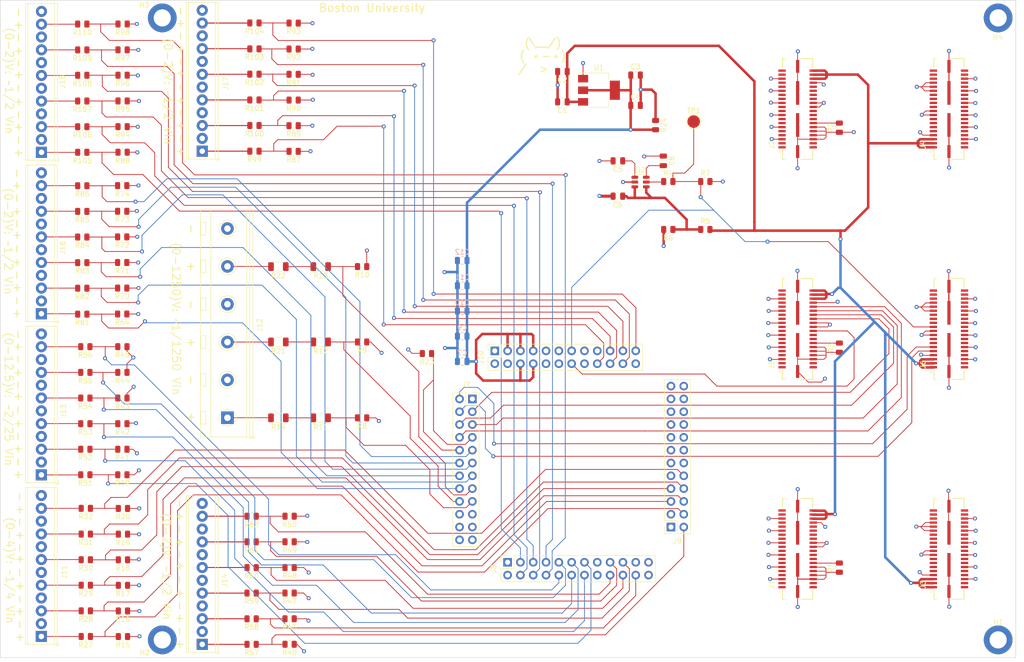
<source format=kicad_pcb>
(kicad_pcb (version 20211014) (generator pcbnew)
  (layers (0 "F.Cu" signal) (1 "In1.Cu" signal) (2 "In2.Cu" signal) (31 "B.Cu" signal) (34 "B.Paste" user) (35 "F.Paste" user) (36 "B.SilkS" user "B.Silkscreen") (37 "F.SilkS" user "F.Silkscreen") (38 "B.Mask" user) (39 "F.Mask" user) (44 "Edge.Cuts" user))
  (net 0 "")
  (net 1 "LV_RB")
  (net 2 "1.2V")
  (net 3 "Net-(C5-Pad1)")
  (net 4 "Net-(C6-Pad1)")
  (net 5 "B_a4")
  (net 6 "/A_tin0_n")
  (net 7 "/scl")
  (net 8 "/A_tin0_p")
  (net 9 "/sda")
  (net 10 "/A_din1_n")
  (net 11 "/A_din1_p")
  (net 12 "/A_clk2_n")
  (net 13 "/A_a3")
  (net 14 "/A_clk2_p")
  (net 15 "/A_a2")
  (net 16 "/A_a1")
  (net 17 "/A_tin1_n")
  (net 18 "/A_a0")
  (net 19 "/A_tin1_p")
  (net 20 "/A_din2_n")
  (net 21 "/A_d3")
  (net 22 "/A_din2_p")
  (net 23 "/A_d2")
  (net 24 "/A_d1")
  (net 25 "/A_dout1_n")
  (net 26 "/A_d0")
  (net 27 "/A_dout1_p")
  (net 28 "/A_clk3_n")
  (net 29 "/A_clk3_p")
  (net 30 "/C_tin0_n")
  (net 31 "/C_tin0_p")
  (net 32 "/C_din1_n")
  (net 33 "/C_din1_p")
  (net 34 "/C_clk2_n")
  (net 35 "/C_a3")
  (net 36 "/C_clk2_p")
  (net 37 "/C_a2")
  (net 38 "/C_a1")
  (net 39 "/C_tin1_n")
  (net 40 "/C_a0")
  (net 41 "/C_tin1_p")
  (net 42 "/C_din2_n")
  (net 43 "/C_d3")
  (net 44 "/C_din2_p")
  (net 45 "/C_d2")
  (net 46 "/C_d1")
  (net 47 "/C_dout1_n")
  (net 48 "/C_d0")
  (net 49 "/C_dout1_p")
  (net 50 "/C_clk3_n")
  (net 51 "/C_clk3_p")
  (net 52 "/A_clk1_p")
  (net 53 "/A_clk1_0")
  (net 54 "/A_dout0_p")
  (net 55 "/A_d4")
  (net 56 "/A_dout0_n")
  (net 57 "/A_d5")
  (net 58 "/A_d6")
  (net 59 "/A_din3_n")
  (net 60 "/A_d7")
  (net 61 "/A_din3_p")
  (net 62 "/A_tin3_p")
  (net 63 "/A_a4")
  (net 64 "/A_tin3_n")
  (net 65 "/A_a5")
  (net 66 "/A_a6")
  (net 67 "/A_clk0_p")
  (net 68 "/A_a7")
  (net 69 "/A_clk0_n")
  (net 70 "/A_din0_n")
  (net 71 "/A_din0_p")
  (net 72 "/A_addr4")
  (net 73 "/A_addr3")
  (net 74 "/A_tin2_p")
  (net 75 "/A_addr2")
  (net 76 "/A_tin2_n")
  (net 77 "/C_clk1_p")
  (net 78 "/C_clk1_0")
  (net 79 "/C_dout0_p")
  (net 80 "/C_d4")
  (net 81 "/C_dout0_n")
  (net 82 "/C_d5")
  (net 83 "/C_d6")
  (net 84 "/C_din3_n")
  (net 85 "/C_d7")
  (net 86 "/C_din3_p")
  (net 87 "/C_tin3_p")
  (net 88 "/C_a4")
  (net 89 "/C_tin3_n")
  (net 90 "/C_a5")
  (net 91 "/C_a6")
  (net 92 "/C_clk0_p")
  (net 93 "/C_a7")
  (net 94 "/C_clk0_n")
  (net 95 "/C_din0_n")
  (net 96 "/C_din0_p")
  (net 97 "/C_addr4")
  (net 98 "/C_addr3")
  (net 99 "/C_tin2_p")
  (net 100 "/C_addr2")
  (net 101 "/C_tin2_n")
  (net 102 "/B_tin0_n")
  (net 103 "/B_tin0_p")
  (net 104 "/B_din1_n")
  (net 105 "/B_din1_p")
  (net 106 "/B_clk2_n")
  (net 107 "/B_a3")
  (net 108 "/B_clk2_p")
  (net 109 "/B_a2")
  (net 110 "/B_a1")
  (net 111 "/B_tin1_n")
  (net 112 "B_a0(MUX_OUT)")
  (net 113 "/B_tin1_p")
  (net 114 "/B_din2_n")
  (net 115 "B_d3")
  (net 116 "/B_din2_p")
  (net 117 "B_d2")
  (net 118 "B_d1")
  (net 119 "/B_dout1_n")
  (net 120 "B_d0")
  (net 121 "/B_dout1_p")
  (net 122 "/B_clk3_n")
  (net 123 "/B_clk3_p")
  (net 124 "/B_clk1_p")
  (net 125 "/B_clk1_0")
  (net 126 "/B_dout0_p")
  (net 127 "B_d4")
  (net 128 "/B_dout0_n")
  (net 129 "B_d5")
  (net 130 "/B_d6")
  (net 131 "/B_din3_n")
  (net 132 "/B_d7")
  (net 133 "/B_din3_p")
  (net 134 "/B_tin3_p")
  (net 135 "/B_tin3_n")
  (net 136 "/B_a5")
  (net 137 "/B_a6")
  (net 138 "/B_clk0_p")
  (net 139 "/B_a7")
  (net 140 "/B_clk0_n")
  (net 141 "/B_din0_n")
  (net 142 "/B_din0_p")
  (net 143 "/B_addr4")
  (net 144 "/B_addr3")
  (net 145 "/B_tin2_p")
  (net 146 "/B_addr2")
  (net 147 "/B_tin2_n")
  (net 148 "MUX64_A0")
  (net 149 "MUX64_A2")
  (net 150 "MUX64_A3")
  (net 151 "MUX64_A4")
  (net 152 "MUX64_A5")
  (net 153 "MUX64_A6")
  (net 154 "MUX64_A7")
  (net 155 "MUX64_A9")
  (net 156 "MUX64_A15")
  (net 157 "MUX64_A16")
  (net 158 "MUX64_A17")
  (net 159 "MUX64_A18")
  (net 160 "MUX64_A19")
  (net 161 "MUX64_A20")
  (net 162 "MUX64_A21")
  (net 163 "MUX64_A22")
  (net 164 "MUX64_A23")
  (net 165 "MUX64_A24")
  (net 166 "MUX64_A25")
  (net 167 "MUX64_A26")
  (net 168 "MUX64_A29")
  (net 169 "MUX64_A30")
  (net 170 "MUX64_A31")
  (net 171 "MUX64_A32")
  (net 172 "MUX64_A33")
  (net 173 "MUX64_A35")
  (net 174 "MUX64_A37")
  (net 175 "MUX64_A38")
  (net 176 "MUX64_A39")
  (net 177 "MUX64_A40")
  (net 178 "MUX64_A41")
  (net 179 "Net-(J11-Pad1)")
  (net 180 "Net-(J11-Pad3)")
  (net 181 "Net-(J11-Pad5)")
  (net 182 "Net-(J11-Pad7)")
  (net 183 "Net-(J11-Pad9)")
  (net 184 "Net-(J11-Pad11)")
  (net 185 "MUX64_A11")
  (net 186 "/mux64-regulators/screw-terminals/HV0")
  (net 187 "/mux64-regulators/screw-terminals/HV1")
  (net 188 "Net-(J13-Pad1)")
  (net 189 "Net-(J13-Pad3)")
  (net 190 "Net-(J13-Pad5)")
  (net 191 "Net-(J13-Pad7)")
  (net 192 "Net-(J13-Pad9)")
  (net 193 "Net-(J13-Pad11)")
  (net 194 "Net-(J14-Pad1)")
  (net 195 "Net-(J14-Pad3)")
  (net 196 "Net-(J14-Pad5)")
  (net 197 "Net-(J14-Pad7)")
  (net 198 "Net-(J14-Pad9)")
  (net 199 "Net-(J14-Pad11)")
  (net 200 "Net-(J16-Pad1)")
  (net 201 "Net-(J16-Pad3)")
  (net 202 "Net-(J16-Pad5)")
  (net 203 "Net-(J16-Pad7)")
  (net 204 "Net-(J16-Pad9)")
  (net 205 "Net-(J16-Pad11)")
  (net 206 "Net-(J17-Pad1)")
  (net 207 "Net-(J17-Pad3)")
  (net 208 "Net-(J17-Pad5)")
  (net 209 "Net-(J17-Pad7)")
  (net 210 "Net-(J17-Pad9)")
  (net 211 "Net-(J17-Pad11)")
  (net 212 "Net-(J18-Pad1)")
  (net 213 "Net-(J18-Pad3)")
  (net 214 "Net-(J18-Pad5)")
  (net 215 "Net-(J18-Pad7)")
  (net 216 "Net-(J18-Pad9)")
  (net 217 "Net-(J18-Pad11)")
  (net 218 "Net-(R4-Pad1)")
  (net 219 "MUX64_A55")
  (net 220 "MUX64_A54")
  (net 221 "MUX64_A56")
  (net 222 "MUX64_A57")
  (net 223 "MUX64_A58")
  (net 224 "MUX64_A60")
  (net 233 "/A_scl")
  (net 234 "/A_sda")
  (net 235 "/C_scl")
  (net 236 "/C_sda")
  (net 237 "MUX64_A34")
  (net 238 "Net-(R11-Pad2)")
  (net 239 "Net-(R12-Pad2)")
  (net 240 "Net-(R13-Pad2)")
  (net 241 "MUX64_A8")
  (net 242 "MUX64_A10")
  (net 243 "/mux64-regulators/screw-terminals/HV2")
  (footprint "Resistor_SMD:R_0805_2012Metric" (layer "F.Cu") (at 110.24 147.49 180)
    (fp_text reference "R46")
    (fp_text value "82Kohm")
  )
  (footprint "Resistor_SMD:R_0805_2012Metric" (layer "F.Cu") (at 77.1325 29.59 180)
    (fp_text reference "R98")
    (fp_text value "82Kohm")
  )
  (footprint "Resistor_SMD:R_0805_2012Metric" (layer "F.Cu") (at 77.09 118.9436 180)
    (fp_text reference "R39")
    (fp_text value "82Kohm")
  )
  (footprint "TerminalBlock_RND:TerminalBlock_RND_205-00071_1x06_P7.50mm_Horizontal" (layer "F.Cu") (at 97.92 107.64 90)
    (fp_text reference "J12")
    (fp_text value "Screw_Terminal_01x06")
  )
  (footprint "Connector_PinSocket_2.54mm:PinSocket_2x12_P2.54mm_Vertical" (layer "F.Cu") (at 146.47 103.91)
    (fp_text reference "J7")
    (fp_text value "Conn_01x24")
  )
  (footprint "Resistor_SMD:R_1206_3216Metric" (layer "F.Cu") (at 108.015 77.68 180)
    (fp_text reference "R22")
    (fp_text value "50Mohm")
  )
  (footprint "Capacitor_SMD:C_0805_2012Metric" (layer "F.Cu") (at 164.32 45.02 180)
    (fp_text reference "C1")
    (fp_text value "0.1uF")
  )
  (footprint "Resistor_SMD:R_0805_2012Metric" (layer "F.Cu") (at 69.14 39.75 180)
    (fp_text reference "R108")
    (fp_text value "82Kohm")
  )
  (footprint "Package_TO_SOT_SMD:SOT-23-6" (layer "F.Cu") (at 179.81 60.92)
    (fp_text reference "U2")
    (fp_text value "MAX6070")
  )
  (footprint "Resistor_SMD:R_0805_2012Metric" (layer "F.Cu") (at 219.23 50.14 90)
    (fp_text reference "R2")
    (fp_text value "R_Small_US")
  )
  (footprint "Resistor_SMD:R_0805_2012Metric" (layer "F.Cu") (at 77.1325 34.71 180)
    (fp_text reference "R97")
    (fp_text value "82Kohm")
  )
  (footprint "Resistor_SMD:R_0805_2012Metric" (layer "F.Cu") (at 102.71 147.5 180)
    (fp_text reference "R58")
    (fp_text value "82Kohm")
  )
  (footprint "Capacitor_SMD:C_0805_2012Metric" (layer "F.Cu") (at 178.82 39.72)
    (fp_text reference "C3")
    (fp_text value "0.1uF")
  )
  (footprint "Resistor_SMD:R_0805_2012Metric" (layer "F.Cu") (at 69.14 71.82 180)
    (fp_text reference "R84")
    (fp_text value "82Kohm")
  )
  (footprint "Resistor_SMD:R_0805_2012Metric" (layer "F.Cu") (at 69.14 34.72 180)
    (fp_text reference "R109")
    (fp_text value "82Kohm")
  )
  (footprint "Resistor_SMD:R_0805_2012Metric" (layer "F.Cu") (at 69.14 81.97 180)
    (fp_text reference "R82")
    (fp_text value "82Kohm")
  )
  (footprint "Resistor_SMD:R_0805_2012Metric" (layer "F.Cu") (at 69.84 140.8428 180)
    (fp_text reference "R29")
    (fp_text value "240Kohm")
  )
  (footprint "Resistor_SMD:R_1206_3216Metric" (layer "F.Cu") (at 108.015 107.66 180)
    (fp_text reference "R14")
    (fp_text value "50Mohm")
  )
  (footprint "Resistor_SMD:R_1206_3216Metric" (layer "F.Cu") (at 116.405 92.62 180)
    (fp_text reference "R12")
    (fp_text value "50Mohm")
  )
  (footprint "Resistor_SMD:R_0805_2012Metric" (layer "F.Cu") (at 77.0575 81.94 180)
    (fp_text reference "R70")
    (fp_text value "82Kohm")
  )
  (footprint "Resistor_SMD:R_0805_2012Metric" (layer "F.Cu") (at 192.652 70.317)
    (fp_text reference "R5")
    (fp_text value "1Kohm")
  )
  (footprint "Resistor_SMD:R_0805_2012Metric" (layer "F.Cu") (at 111.04 34.55 180)
    (fp_text reference "R92")
    (fp_text value "82Kohm")
  )
  (footprint "Connector_PinSocket_2.54mm:PinSocket_2x12_P2.54mm_Vertical" (layer "F.Cu") (at 153.455 136.295 90)
    (fp_text reference "J8")
    (fp_text value "Conn_01x24")
  )
  (footprint "Resistor_SMD:R_1206_3216Metric" (layer "F.Cu") (at 116.405 107.66 180)
    (fp_text reference "R11")
    (fp_text value "50Mohm")
  )
  (footprint "Resistor_SMD:R_0805_2012Metric" (layer "F.Cu") (at 69.84 151.0028 180)
    (fp_text reference "R27")
    (fp_text value "240Kohm")
  )
  (footprint "Resistor_SMD:R_0805_2012Metric" (layer "F.Cu") (at 110.24 152.55 180)
    (fp_text reference "R40")
    (fp_text value "82Kohm")
  )
  (footprint "Capacitor_SMD:C_0805_2012Metric" (layer "F.Cu") (at 184.32 56.72 -90)
    (fp_text reference "C8")
    (fp_text value "0.1uF")
  )
  (footprint "Capacitor_SMD:C_0805_2012Metric" (layer "F.Cu") (at 175.32 56.72 180)
    (fp_text reference "C5")
    (fp_text value "0.1uF")
  )
  (footprint "Resistor_SMD:R_0805_2012Metric" (layer "F.Cu") (at 77.0575 87.08 180)
    (fp_text reference "R64")
    (fp_text value "82Kohm")
  )
  (footprint "Resistor_SMD:R_0805_2012Metric" (layer "F.Cu") (at 110.24 137.34 180)
    (fp_text reference "R48")
    (fp_text value "82Kohm")
  )
  (footprint "Resistor_SMD:R_0805_2012Metric" (layer "F.Cu") (at 77.2 145.9388 180)
    (fp_text reference "R16")
    (fp_text value "82Kohm")
  )
  (footprint "Resistor_SMD:R_0805_2012Metric" (layer "F.Cu") (at 69.84 145.9228 180)
    (fp_text reference "R28")
    (fp_text value "240Kohm")
  )
  (footprint "Resistor_SMD:R_0805_2012Metric" (layer "F.Cu") (at 69.75 98.651 180)
    (fp_text reference "R55")
    (fp_text value "1Mohm")
  )
  (footprint "Resistor_SMD:R_0805_2012Metric" (layer "F.Cu") (at 77.09 108.8258 180)
    (fp_text reference "R42")
    (fp_text value "82Kohm")
  )
  (footprint "Resistor_SMD:R_0805_2012Metric" (layer "F.Cu") (at 77.2 135.8042 180)
    (fp_text reference "R18")
    (fp_text value "82Kohm")
  )
  (footprint "TerminalBlock_Phoenix:TerminalBlock_Phoenix_MPT-0,5-12-2.54_1x12_P2.54mm_Horizontal" (layer "F.Cu") (at 61.04 87.03 90)
    (fp_text reference "J16")
    (fp_text value "Screw_Terminal_01x12")
  )
  (footprint "Package_TO_SOT_SMD:SOT-223-3_TabPin2" (layer "F.Cu") (at 171.57 42.72)
    (fp_text reference "U1")
    (fp_text value "LD1117AS12TR")
  )
  (footprint "Resistor_SMD:R_0805_2012Metric" (layer "F.Cu") (at 111.04 54.83 180)
    (fp_text reference "R87")
    (fp_text value "82Kohm")
  )
  (footprint "QTE-020-01-X-D-A:SAMTEC_QTE-020-01-X-D-A" (layer "F.Cu") (at 210.95 133.63 90)
    (fp_text reference "J1")
    (fp_text value "QTE-020-01-X-D-A")
  )
  (footprint "Resistor_SMD:R_0805_2012Metric" (layer "F.Cu") (at 111.04 44.67 180)
    (fp_text reference "R90")
    (fp_text value "82Kohm")
  )
  (footprint "Resistor_SMD:R_0805_2012Metric" (layer "F.Cu") (at 69.14 49.95 180)
    (fp_text reference "R106")
    (fp_text value "82Kohm")
  )
  (footprint "Resistor_SMD:R_1206_3216Metric" (layer "F.Cu") (at 108.015 92.62 180)
    (fp_text reference "R21")
    (fp_text value "50Mohm")
  )
  (footprint "Resistor_SMD:R_0805_2012Metric" (layer "F.Cu") (at 219.23 93.75 90)
    (fp_text reference "R3")
    (fp_text value "R_Small_US")
  )
  (footprint "Resistor_SMD:R_0805_2012Metric" (layer "F.Cu") (at 77.1325 49.94 180)
    (fp_text reference "R94")
    (fp_text value "82Kohm")
  )
  (footprint "Resistor_SMD:R_0805_2012Metric" (layer "F.Cu") (at 77.2 140.8588 180)
    (fp_text reference "R17")
    (fp_text value "82Kohm")
  )
  (footprint "Connector_PinSocket_2.54mm:PinSocket_2x12_P2.54mm_Vertical" (layer "F.Cu") (at 150.915 94.385 90)
    (fp_text reference "J10")
    (fp_text value "Conn_01x24")
  )
  (footprint "TerminalBlock_Phoenix:TerminalBlock_Phoenix_MPT-0,5-12-2.54_1x12_P2.54mm_Horizontal" (layer "F.Cu") (at 61.03 118.97 90)
    (fp_text reference "J13")
    (fp_text value "Screw_Terminal_01x12")
  )
  (footprint "TestPoint:TestPoint_Pad_D2.5mm" (layer "F.Cu") (at 190.35 48.93)
    (fp_text reference "TP1")
    (fp_text value "TestPoint")
  )
  (footprint "MountingHole:MountingHole_2.5mm" (layer "F.Cu") (at 85 151.68)
    (fp_text reference "H2")
    (fp_text value "MountingHole")
  )
  (footprint "Resistor_SMD:R_0805_2012Metric" (layer "F.Cu") (at 102.71 142.4 180)
    (fp_text reference "R59")
    (fp_text value "82Kohm")
  )
  (footprint "Resistor_SMD:R_0805_2012Metric" (layer "F.Cu") (at 69.14 44.85 180)
    (fp_text reference "R107")
    (fp_text value "82Kohm")
  )
  (footprint "Resistor_SMD:R_0805_2012Metric" (layer "F.Cu") (at 137.4675 94.92 180)
    (fp_text reference "R23")
    (fp_text value "1Kohm")
  )
  (footprint "Resistor_SMD:R_0805_2012Metric" (layer "F.Cu") (at 103.27 34.52 180)
    (fp_text reference "R103")
    (fp_text value "82Kohm")
  )
  (footprint "Resistor_SMD:R_0805_2012Metric" (layer "F.Cu") (at 69.75 103.7334 180)
    (fp_text reference "R54")
    (fp_text value "1Mohm")
  )
  (footprint "Capacitor_SMD:C_0805_2012Metric" (layer "F.Cu") (at 164.32 39.02 180)
    (fp_text reference "C2")
    (fp_text value "10uF")
  )
  (footprint "Resistor_SMD:R_0805_2012Metric" (layer "F.Cu") (at 69.84 125.6028 180)
    (fp_text reference "R32")
    (fp_text value "240Kohm")
  )
  (footprint "Resistor_SMD:R_0805_2012Metric" (layer "F.Cu") (at 102.71 152.56 180)
    (fp_text reference "R57")
    (fp_text value "82Kohm")
  )
  (footprint "Resistor_SMD:R_0805_2012Metric" (layer "F.Cu") (at 124.615 107.66 180)
    (fp_text reference "R8")
    (fp_text value "82Kohm")
  )
  (footprint "TerminalBlock_Phoenix:TerminalBlock_Phoenix_MPT-0,5-12-2.54_1x12_P2.54mm_Horizontal" (layer "F.Cu") (at 61.0225 151.001 90)
    (fp_text reference "J11")
    (fp_text value "Screw_Terminal_01x12")
  )
  (footprint "Resistor_SMD:R_0805_2012Metric" (layer "F.Cu") (at 102.71 137.35 180)
    (fp_text reference "R60")
    (fp_text value "82Kohm")
  )
  (footprint "Resistor_SMD:R_0805_2012Metric" (layer "F.Cu") (at 77.2 151.0188 180)
    (fp_text reference "R15")
    (fp_text value "82Kohm")
  )
  (footprint "Resistor_SMD:R_0805_2012Metric" (layer "F.Cu") (at 182.79 49.63 -90)
    (fp_text reference "R24")
    (fp_text value "1Kohm")
  )
  (footprint "Resistor_SMD:R_0805_2012Metric" (layer "F.Cu") (at 69.14 66.74 180)
    (fp_text reference "R85")
    (fp_text value "82Kohm")
  )
  (footprint "Resistor_SMD:R_0805_2012Metric" (layer "F.Cu") (at 110.24 127.16 180)
    (fp_text reference "R50")
    (fp_text value "82Kohm")
  )
  (footprint "MountingHole:MountingHole_2.5mm" (layer "F.Cu") (at 250.7 151.68)
    (fp_text reference "H1")
    (fp_text value "MountingHole")
  )
  (footprint "Resistor_SMD:R_0805_2012Metric" (layer "F.Cu") (at 69.84 135.7882 180)
    (fp_text reference "R30")
    (fp_text value "240Kohm")
  )
  (footprint "Resistor_SMD:R_0805_2012Metric" (layer "F.Cu") (at 102.71 127.17 180)
    (fp_text reference "R62")
    (fp_text value "82Kohm")
  )
  (footprint "Resistor_SMD:R_0805_2012Metric" (layer "F.Cu") (at 185.3114 70.317 180)
    (fp_text reference "R6")
    (fp_text value "1Kohm")
  )
  (footprint "Resistor_SMD:R_0805_2012Metric" (layer "F.Cu") (at 103.27 54.8 180)
    (fp_text reference "R99")
    (fp_text value "82Kohm")
  )
  (footprint "Resistor_SMD:R_0805_2012Metric" (layer "F.Cu") (at 77.2 125.6188 180)
    (fp_text reference "R20")
    (fp_text value "82Kohm")
  )
  (footprint "Resistor_SMD:R_1206_3216Metric" (layer "F.Cu") (at 116.405 77.68 180)
    (fp_text reference "R13")
    (fp_text value "50Mohm")
  )
  (footprint "Resistor_SMD:R_0805_2012Metric" (layer "F.Cu") (at 102.71 132.24 180)
    (fp_text reference "R61")
    (fp_text value "82Kohm")
  )
  (footprint "Resistor_SMD:R_0805_2012Metric" (layer "F.Cu") (at 77.1325 44.84 180)
    (fp_text reference "R95")
    (fp_text value "82Kohm")
  )
  (footprint "Resistor_SMD:R_0805_2012Metric" (layer "F.Cu") (at 77.0575 76.87 180)
    (fp_text reference "R71")
    (fp_text value "82Kohm")
  )
  (footprint "Resistor_SMD:R_0805_2012Metric" (layer "F.Cu") (at 69.75 108.8258 180)
    (fp_text reference "R53")
    (fp_text value "1Mohm")
  )
  (footprint "TerminalBlock_Phoenix:TerminalBlock_Phoenix_MPT-0,5-12-2.54_1x12_P2.54mm_Horizontal" (layer "F.Cu") (at 61.05 55.03 90)
    (fp_text reference "J18")
    (fp_text value "Screw_Terminal_01x12")
  )
  (footprint "QTE-020-01-X-D-A:SAMTEC_QTE-020-01-X-D-A" (layer "F.Cu") (at 240.95 46.43 90)
    (fp_text reference "J4")
    (fp_text value "QTE-020-01-X-D-A")
  )
  (footprint "Resistor_SMD:R_0805_2012Metric" (layer "F.Cu") (at 111.04 39.56 180)
    (fp_text reference "R91")
    (fp_text value "82Kohm")
  )
  (footprint "Resistor_SMD:R_0805_2012Metric" (layer "F.Cu") (at 77.0575 66.71 180)
    (fp_text reference "R73")
    (fp_text value "82Kohm")
  )
  (footprint "Resistor_SMD:R_0805_2012Metric" (layer "F.Cu") (at 111.04 29.41 180)
    (fp_text reference "R93")
    (fp_text value "82Kohm")
  )
  (footprint "Resistor_SMD:R_0805_2012Metric" (layer "F.Cu") (at 77.09 103.7334 180)
    (fp_text reference "R43")
    (fp_text value "82Kohm")
  )
  (footprint "Resistor_SMD:R_0805_2012Metric" (layer "F.Cu") (at 124.615 77.68 180)
    (fp_text reference "R10")
    (fp_text value "82Kohm")
  )
  (footprint "Resistor_SMD:R_0805_2012Metric" (layer "F.Cu") (at 77.09 93.5542 180)
    (fp_text reference "R45")
    (fp_text value "82Kohm")
  )
  (footprint "Resistor_SMD:R_0805_2012Metric" (layer "F.Cu") (at 103.27 39.53 180)
    (fp_text reference "R102")
    (fp_text value "82Kohm")
  )
  (footprint "TerminalBlock_Phoenix:TerminalBlock_Phoenix_MPT-0,5-12-2.54_1x12_P2.54mm_Horizontal" (layer "F.Cu") (at 92.92 152.57 90)
    (fp_text reference "J14")
    (fp_text value "Screw_Terminal_01x12")
  )
  (footprint "TerminalBlock_Phoenix:TerminalBlock_Phoenix_MPT-0,5-12-2.54_1x12_P2.54mm_Horizontal" (layer "F.Cu") (at 92.92 54.8 90)
    (fp_text reference "J17")
    (fp_text value "Screw_Terminal_01x12")
  )
  (footprint "Resistor_SMD:R_0805_2012Metric" (layer "F.Cu") (at 69.14 29.6 180)
    (fp_text reference "R110")
    (fp_text value "82Kohm")
  )
  (footprint "Resistor_SMD:R_0805_2012Metric" (layer "F.Cu") (at 77.1325 39.74 180)
    (fp_text reference "R96")
    (fp_text value "82Kohm")
  )
  (footprint "QTE-020-01-X-D-A:SAMTEC_QTE-020-01-X-D-A" (layer "F.Cu") (at 210.95 90.03 90)
    (fp_text reference "J5")
    (fp_text value "QTE-020-01-X-D-A")
  )
  (footprint "QTE-020-01-X-D-A:SAMTEC_QTE-020-01-X-D-A" (layer "F.Cu") (at 240.95 90.03 90)
    (fp_text reference "J6")
    (fp_text value "QTE-020-01-X-D-A")
  )
  (footprint "Resistor_SMD:R_0805_2012Metric" (layer "F.Cu") (at 124.615 92.62 180)
    (fp_text reference "R9")
    (fp_text value "82Kohm")
  )
  (footprint "Resistor_SMD:R_0805_2012Metric" (layer "F.Cu") (at 77.0575 61.62 180)
    (fp_text reference "R74")
    (fp_text value "82Kohm")
  )
  (footprint "Resistor_SMD:R_0805_2012Metric" (layer "F.Cu") (at 77.09 113.889 180)
    (fp_text reference "R41")
    (fp_text value "82Kohm")
  )
  (footprint "Resistor_SMD:R_0805_2012Metric" (layer "F.Cu") (at 69.75 118.9436 180)
    (fp_text reference "R51")
    (fp_text value "1Mohm")
  )
  (footprint "QTE-020-01-X-D-A:SAMTEC_QTE-020-01-X-D-A" (layer "F.Cu") (at 210.95 46.43 90)
    (fp_text reference "J2")
    (fp_text value "QTE-020-01-X-D-A")
  )
  (footprint "Resistor_SMD:R_0805_2012Metric" (layer "F.Cu") (at 69.75 113.889 180)
    (fp_text reference "R52")
    (fp_text value "1Mohm")
  )
  (footprint "QTE-020-01-X-D-A:SAMTEC_QTE-020-01-X-D-A" (layer "F.Cu") (at 240.95 133.63 90)
    (fp_text reference "J3")
    (fp_text value "QTE-020-01-X-D-A")
  )
  (footprint "Resistor_SMD:R_0805_2012Metric" (layer "F.Cu") (at 192.652 60.8174)
    (fp_text reference "R7")
    (fp_text value "1Kohm")
  )
  (footprint "Resistor_SMD:R_0805_2012Metric" (layer "F.Cu") (at 69.84 130.7082 180)
    (fp_text reference "R31")
    (fp_text value "240Kohm")
  )
  (footprint "Resistor_SMD:R_0805_2012Metric" (layer "F.Cu") (at 69.14 76.9 180)
    (fp_text reference "R83")
    (fp_text value "82Kohm")
  )
  (footprint "Resistor_SMD:R_0805_2012Metric" (layer "F.Cu") (at 77.1325 55.01 180)
    (fp_text reference "R88")
    (fp_text value "82Kohm")
  )
  (footprint "Resistor_SMD:R_0805_2012Metric" (layer "F.Cu") (at 77.0575 71.79 180)
    (fp_text reference "R72")
    (fp_text value "82Kohm")
  )
  (footprint "Resistor_SMD:R_0805_2012Metric" (layer "F.Cu") (at 185.3114 60.8174)
    (fp_text reference "R4")
    (fp_text value "1Kohm")
  )
  (footprint "MountingHole:MountingHole_2.5mm" (layer "F.Cu") (at 250.7 28.38)
    (fp_text reference "H4")
    (fp_text value "MountingHole")
  )
  (footprint "Connector_PinSocket_2.54mm:PinSocket_2x12_P2.54mm_Vertical" (layer "F.Cu") (at 185.84 129.31 180)
    (fp_text reference "J9")
    (fp_text value "Conn_01x24")
  )
  (footprint "Capacitor_SMD:C_0805_2012Metric" (layer "F.Cu") (at 178.82 45.72)
    (fp_text reference "C4")
    (fp_text value "10uF")
  )
  (footprint "Resistor_SMD:R_0805_2012Metric" (layer "F.Cu") (at 103.27 49.71 180)
    (fp_text reference "R100")
    (fp_text value "82Kohm")
  )
  (footprint "Resistor_SMD:R_0805_2012Metric" (layer "F.Cu") (at 110.24 142.39 180)
    (fp_text reference "R47")
    (fp_text value "82Kohm")
  )
  (footprint "Resistor_SMD:R_0805_2012Metric" (layer "F.Cu") (at 110.24 132.23 180)
    (fp_text reference "R49")
    (fp_text value "82Kohm")
  )
  (footprint "Resistor_SMD:R_0805_2012Metric" (layer "F.Cu") (at 69.14 61.65 180)
    (fp_text reference "R86")
    (fp_text value "82Kohm")
  )
  (footprint "Resistor_SMD:R_0805_2012Metric" (layer "F.Cu") (at 219.23 137.36 90)
    (fp_text reference "R1")
    (fp_text value "R_Small_US")
  )
  (footprint "Resistor_SMD:R_0805_2012Metric" (layer "F.Cu") (at 103.27 29.38 180)
    (fp_text reference "R104")
    (fp_text value "82Kohm")
  )
  (footprint "MountingHole:MountingHole_2.5mm" (layer "F.Cu") (at 85 28.38)
    (fp_text reference "H3")
    (fp_text value "MountingHole")
  )
  (footprint "Resistor_SMD:R_0805_2012Metric" (layer "F.Cu") (at 77.2 130.7242 180)
    (fp_text reference "R19")
    (fp_text value "82Kohm")
  )
  (footprint "Resistor_SMD:R_0805_2012Metric" (layer "F.Cu") (at 77.09 98.651 180)
    (fp_text reference "R44")
    (fp_text value "82Kohm")
  )
  (footprint "Resistor_SMD:R_0805_2012Metric" (layer "F.Cu") (at 103.27 44.64 180)
    (fp_text reference "R101")
    (fp_text value "82Kohm")
  )
  (footprint "Resistor_SMD:R_0805_2012Metric" (layer "F.Cu") (at 111.04 49.74 180)
    (fp_text reference "R89")
    (fp_text value "82Kohm")
  )
  (footprint "Resistor_SMD:R_0805_2012Metric" (layer "F.Cu") (at 69.75 93.5542 180)
    (fp_text reference "R56")
    (fp_text value "1Mohm")
  )
  (footprint "Capacitor_SMD:C_0805_2012Metric" (layer "F.Cu") (at 175.32 63.72 180)
    (fp_text reference "C6")
    (fp_text value "0.1uF")
  )
  (footprint "Resistor_SMD:R_0805_2012Metric" (layer "F.Cu") (at 69.14 55.02 180)
    (fp_text reference "R105")
    (fp_text value "82Kohm")
  )
  (footprint "Resistor_SMD:R_0805_2012Metric" (layer "F.Cu") (at 69.14 87.11 180)
    (fp_text reference "R81")
    (fp_text value "82Kohm")
  )
  (footprint "Capacitor_SMD:C_0805_2012Metric" (layer "B.Cu") (at 144.46 76.4686 180)
    (fp_text reference "C12")
    (fp_text value "0.1uF")
  )
  (footprint "Capacitor_SMD:C_0805_2012Metric" (layer "B.Cu") (at 144.46 91.48 180)
    (fp_text reference "C9")
    (fp_text value "0.1uF")
  )
  (footprint "Capacitor_SMD:C_0805_2012Metric" (layer "B.Cu") (at 144.46 96.4838 180)
    (fp_text reference "C7")
    (fp_text value "47uF")
  )
  (footprint "Capacitor_SMD:C_0805_2012Metric" (layer "B.Cu") (at 144.46 86.4762 180)
    (fp_text reference "C10")
    (fp_text value "0.1uF")
  )
  (footprint "Capacitor_SMD:C_0805_2012Metric" (layer "B.Cu") (at 144.46 81.4724 180)
    (fp_text reference "C11")
    (fp_text value "0.1uF")
  )
  (gr_line (start 254.2 24.88) (end 52.88 24.88) (layer "Edge.Cuts") (width 0.1))
  (gr_line (start 254.2 24.88) (end 254.2 155.18) (layer "Edge.Cuts") (width 0.1))
  (gr_line (start 254.2 155.18) (end 52.88 155.18) (layer "Edge.Cuts") (width 0.1))
  (gr_line (start 52.88 155.18) (end 52.88 24.88) (layer "Edge.Cuts") (width 0.1))
  (gr_text "(0-4)V: ~1/4 Vin" (at 54.81 137.9 270) (layer "F.SilkS") (effects (font (size 1.6 1.6) (thickness 0.2))))
  (gr_text "(0-2)V: ~1/2 Vin" (at 85.87 137.14 270) (layer "F.SilkS") (effects (font (size 1.6 1.6) (thickness 0.2))))
  (gr_text "+" (at 56.62 29.82 270) (layer "F.SilkS") (effects (font (size 1.6 1.6) (thickness 0.23))))
  (gr_text "-" (at 56.84 138.35 270) (layer "F.SilkS") (effects (font (size 1.6 1.6) (thickness 0.23))))
  (gr_text "-" (at 56.86 143.58 270) (layer "F.SilkS") (effects (font (size 1.6 1.6) (thickness 0.23))))
  (gr_text "-" (at 56.51 91.13 270) (layer "F.SilkS") (effects (font (size 1.6 1.6) (thickness 0.23))))
  (gr_text "-" (at 56.51 96.07 270) (layer "F.SilkS") (effects (font (size 1.6 1.6) (thickness 0.23))))
  (gr_text "-" (at 56.86 148.61 270) (layer "F.SilkS") (effects (font (size 1.6 1.6) (thickness 0.23))))
  (gr_text "+" (at 56.63 34.95 270) (layer "F.SilkS") (effects (font (size 1.6 1.6) (thickness 0.23))))
  (gr_text "-" (at 56.52 101.14 270) (layer "F.SilkS") (effects (font (size 1.6 1.6) (thickness 0.23))))
  (gr_text "Boston University" (at 126.59 26.39) (layer "F.SilkS") (effects (font (size 1.6 1.6) (thickness 0.23))))
  (gr_text "-" (at 88.75 31.98 270) (layer "F.SilkS") (effects (font (size 1.6 1.6) (thickness 0.23))))
  (gr_text "(0-2)V: ~1/2 Vin" (at 54.67 40.83 270) (layer "F.SilkS") (effects (font (size 1.6 1.6) (thickness 0.2))))
  (gr_text "+" (at 56.33 81.87 270) (layer "F.SilkS") (effects (font (size 1.6 1.6) (thickness 0.23))))
  (gr_text "-" (at 56.29 84.43 270) (layer "F.SilkS") (effects (font (size 1.6 1.6) (thickness 0.23))))
  (gr_text "-" (at 88.52 124.73 270) (layer "F.SilkS") (effects (font (size 1.6 1.6) (thickness 0.23))))
  (gr_text "-" (at 88.77 47.27 270) (layer "F.SilkS") (effects (font (size 1.6 1.6) (thickness 0.23))))
  (gr_text "+" (at 88.79 54.86 270) (layer "F.SilkS") (effects (font (size 1.6 1.6) (thickness 0.23))))
  (gr_text "+" (at 56.58 108.83 270) (layer "F.SilkS") (effects (font (size 1.6 1.6) (thickness 0.23))))
  (gr_text "-" (at 56.84 123.35 270) (layer "F.SilkS") (effects (font (size 1.6 1.6) (thickness 0.23))))
  (gr_text "+" (at 90.8 107.55 270) (layer "F.SilkS") (effects (font (size 1.6 1.6) (thickness 0.23))))
  (gr_text "-" (at 56.29 79.4 270) (layer "F.SilkS") (effects (font (size 1.6 1.6) (thickness 0.23))))
  (gr_text "-" (at 56.28 69.18 270) (layer "F.SilkS") (effects (font (size 1.6 1.6) (thickness 0.23))))
  (gr_text "+" (at 88.81 49.74 270) (layer "F.SilkS") (effects (font (size 1.6 1.6) (thickness 0.23))))
  (gr_text "+" (at 56.34 76.87 270) (layer "F.SilkS") (effects (font (size 1.6 1.6) (thickness 0.23))))
  (gr_text "+" (at 56.64 55.16 270) (layer "F.SilkS") (effects (font (size 1.6 1.6) (thickness 0.23))))
  (gr_text "-" (at 88.52 129.67 270) (layer "F.SilkS") (effects (font (size 1.6 1.6) (thickness 0.23))))
  (gr_text "+" (at 88.54 127.21 270) (layer "F.SilkS") (effects (font (size 1.6 1.6) (thickness 0.23))))
  (gr_text "-" (at 88.77 52.3 270) (layer "F.SilkS") (effects (font (size 1.6 1.6) (thickness 0.23))))
  (gr_text "-" (at 56.62 52.6 270) (layer "F.SilkS") (effects (font (size 1.6 1.6) (thickness 0.23))))
  (gr_text "(0-2)V: ~1/2 Vin" (at 86.15 42.91 270) (layer "F.SilkS") (effects (font (size 1.6 1.6) (thickness 0.2))))
  (gr_text "+" (at 56.55 118.95 270) (layer "F.SilkS") (effects (font (size 1.6 1.6) (thickness 0.23))))
  (gr_text "+" (at 56.57 113.83 270) (layer "F.SilkS") (effects (font (size 1.6 1.6) (thickness 0.23))))
  (gr_text "+" (at 88.59 142.43 270) (layer "F.SilkS") (effects (font (size 1.6 1.6) (thickness 0.23))))
  (gr_text "-" (at 56.27 74.17 270) (layer "F.SilkS") (effects (font (size 1.6 1.6) (thickness 0.23))))
  (gr_text "-" (at 88.75 42.04 270) (layer "F.SilkS") (effects (font (size 1.6 1.6) (thickness 0.23))))
  (gr_text "+" (at 90.78 77.68 270) (layer "F.SilkS") (effects (font (size 1.6 1.6) (thickness 0.23))))
  (gr_text "+" (at 56.29 61.65 270) (layer "F.SilkS") (effects (font (size 1.6 1.6) (thickness 0.23))))
  (gr_text "-" (at 88.53 134.74 270) (layer "F.SilkS") (effects (font (size 1.6 1.6) (thickness 0.23))))
  (gr_text "+" (at 56.33 71.5 270) (layer "F.SilkS") (effects (font (size 1.6 1.6) (thickness 0.23))))
  (gr_text "-" (at 90.76 85.19 270) (layer "F.SilkS") (effects (font (size 1.6 1.6) (thickness 0.23))))
  (gr_text "+" (at 88.58 137.06 270) (layer "F.SilkS") (effects (font (size 1.6 1.6) (thickness 0.23))))
  (gr_text "-" (at 56.53 111.36 270) (layer "F.SilkS") (effects (font (size 1.6 1.6) (thickness 0.23))))
  (gr_text "(0-2)V: ~1/2 Vin\n" (at 54.48 72.63 270) (layer "F.SilkS") (effects (font (size 1.6 1.6) (thickness 0.2))))
  (gr_text "-" (at 90.8 70.17 270) (layer "F.SilkS") (effects (font (size 1.6 1.6) (thickness 0.23))))
  (gr_text "-" (at 88.54 144.96 270) (layer "F.SilkS") (effects (font (size 1.6 1.6) (thickness 0.23))))
  (gr_text "+" (at 88.58 147.43 270) (layer "F.SilkS") (effects (font (size 1.6 1.6) (thickness 0.23))))
  (gr_text "+" (at 88.56 152.55 270) (layer "F.SilkS") (effects (font (size 1.6 1.6) (thickness 0.23))))
  (gr_text "-" (at 56.6 32.28 270) (layer "F.SilkS") (effects (font (size 1.6 1.6) (thickness 0.23))))
  (gr_text "-" (at 56.61 37.35 270) (layer "F.SilkS") (effects (font (size 1.6 1.6) (thickness 0.23))))
  (gr_text "-" (at 56.53 116.39 270) (layer "F.SilkS") (effects (font (size 1.6 1.6) (thickness 0.23))))
  (gr_text "-" (at 88.75 27.04 270) (layer "F.SilkS") (effects (font (size 1.6 1.6) (thickness 0.23))))
  (gr_text "-" (at 88.54 149.99 270) (layer "F.SilkS") (effects (font (size 1.6 1.6) (thickness 0.23))))
  (gr_text "+" (at 88.82 44.74 270) (layer "F.SilkS") (effects (font (size 1.6 1.6) (thickness 0.23))))
  (gr_text "+" (at 56.66 50.04 270) (layer "F.SilkS") (effects (font (size 1.6 1.6) (thickness 0.23))))
  (gr_text "-" (at 90.74 100.14 270) (layer "F.SilkS") (effects (font (size 1.6 1.6) (thickness 0.23))))
  (gr_text "+" (at 56.3 66.78 270) (layer "F.SilkS") (effects (font (size 1.6 1.6) (thickness 0.23))))
  (gr_text "-" (at 56.6 42.34 270) (layer "F.SilkS") (effects (font (size 1.6 1.6) (thickness 0.23))))
  (gr_text "-" (at 56.27 64.11 270) (layer "F.SilkS") (effects (font (size 1.6 1.6) (thickness 0.23))))
  (gr_text "+" (at 56.66 39.67 270) (layer "F.SilkS") (effects (font (size 1.6 1.6) (thickness 0.23))))
  (gr_text "-" (at 56.62 47.57 270) (layer "F.SilkS") (effects (font (size 1.6 1.6) (thickness 0.23))))
  (gr_text "(0-1250)V: ~1/1250 Vin" (at 87.76 88.03 270) (layer "F.SilkS") (effects (font (size 1.6 1.6) (thickness 0.2))))
  (gr_text "+" (at 88.55 132.34 270) (layer "F.SilkS") (effects (font (size 1.6 1.6) (thickness 0.23))))
  (gr_text "+" (at 56.54 98.74 270) (layer "F.SilkS") (effects (font (size 1.6 1.6) (thickness 0.23))))
  (gr_text "+" (at 56.88 151.17 270) (layer "F.SilkS") (effects (font (size 1.6 1.6) (thickness 0.23))))
  (gr_text "-" (at 88.52 139.73 270) (layer "F.SilkS") (effects (font (size 1.6 1.6) (thickness 0.23))))
  (gr_text "+" (at 90.8 92.75 270) (layer "F.SilkS") (effects (font (size 1.6 1.6) (thickness 0.23))))
  (gr_text "-" (at 88.76 37.05 270) (layer "F.SilkS") (effects (font (size 1.6 1.6) (thickness 0.23))))
  (gr_text "-" (at 56.6 27.34 270) (layer "F.SilkS") (effects (font (size 1.6 1.6) (thickness 0.23))))
  (gr_text "+" (at 88.78 34.65 270) (layer "F.SilkS") (effects (font (size 1.6 1.6) (thickness 0.23))))
  (gr_text "+" (at 88.77 29.52 270) (layer "F.SilkS") (effects (font (size 1.6 1.6) (thickness 0.23))))
  (gr_text "(0-12.5)V: ~2/25 Vin" (at 54.57 103.95 270) (layer "F.SilkS") (effects (font (size 1.6 1.6) (thickness 0.2))))
  (gr_text "+" (at 88.81 39.37 270) (layer "F.SilkS") (effects (font (size 1.6 1.6) (thickness 0.23))))
  (gr_text "+" (at 56.87 130.96 270) (layer "F.SilkS") (effects (font (size 1.6 1.6) (thickness 0.23))))
  (gr_text "-" (at 56.27 59.17 270) (layer "F.SilkS") (effects (font (size 1.6 1.6) (thickness 0.23))))
  (gr_text "+" (at 56.57 103.46 270) (layer "F.SilkS") (effects (font (size 1.6 1.6) (thickness 0.23))))
  (gr_text "+" (at 56.86 125.83 270) (layer "F.SilkS") (effects (font (size 1.6 1.6) (thickness 0.23))))
  (gr_text "     (\\__/)\n     ( •-•)\n  /  >" (at 157.4 35.9) (layer "F.SilkS") (effects (font (size 1.6 1.6) (thickness 0.23))))
  (gr_text "+" (at 56.67 45.04 270) (layer "F.SilkS") (effects (font (size 1.6 1.6) (thickness 0.23))))
  (gr_text "+" (at 56.53 93.61 270) (layer "F.SilkS") (effects (font (size 1.6 1.6) (thickness 0.23))))
  (gr_text "+" (at 56.9 135.68 270) (layer "F.SilkS") (effects (font (size 1.6 1.6) (thickness 0.23))))
  (gr_text "-" (at 56.84 128.29 270) (layer "F.SilkS") (effects (font (size 1.6 1.6) (thickness 0.23))))
  (gr_text "-" (at 56.85 133.36 270) (layer "F.SilkS") (effects (font (size 1.6 1.6) (thickness 0.23))))
  (gr_text "+" (at 56.31 86.99 270) (layer "F.SilkS") (effects (font (size 1.6 1.6) (thickness 0.23))))
  (gr_text "+" (at 56.91 141.05 270) (layer "F.SilkS") (effects (font (size 1.6 1.6) (thickness 0.23))))
  (gr_text "-" (at 56.51 106.13 270) (layer "F.SilkS") (effects (font (size 1.6 1.6) (thickness 0.23))))
  (gr_text "+" (at 56.9 146.05 270) (layer "F.SilkS") (effects (font (size 1.6 1.6) (thickness 0.23))))
  (segment (start 165.27 39.02) (end 165.27 35.42) (width 0.5) (layer "F.Cu") (net 1))
  (segment (start 216.64 126.74) (end 216.64 127.38) (width 0.5) (layer "F.Cu") (net 1))
  (segment (start 216.35 84.04) (end 213.99 84.04) (width 0.5) (layer "F.Cu") (net 1))
  (segment (start 165.27 45.02) (end 165.27 39.02) (width 0.5) (layer "F.Cu") (net 1))
  (segment (start 202.4 70.55) (end 204.08 70.55) (width 0.5) (layer "F.Cu") (net 1))
  (segment (start 235.21 52.43) (end 234.79 52.85) (width 0.5) (layer "F.Cu") (net 1))
  (segment (start 219.45 70.59) (end 219.49 70.55) (width 0.5) (layer "F.Cu") (net 1))
  (segment (start 165.27 45.02) (end 168.42 45.02) (width 0.5) (layer "F.Cu") (net 1))
  (segment (start 202.38 68.85) (end 202.38 70.53) (width 0.5) (layer "F.Cu") (net 1))
  (segment (start 235.355 96.915) (end 235.27 97) (width 0.5) (layer "F.Cu") (net 1))
  (segment (start 195.34 33.92) (end 202.38 40.96) (width 0.5) (layer "F.Cu") (net 1))
  (segment (start 216.56 39.63) (end 216.69 39.5) (width 0.5) (layer "F.Cu") (net 1))
  (segment (start 193.7975 70.55) (end 202.4 70.55) (width 0.5) (layer "F.Cu") (net 1))
  (segment (start 235.27 97) (end 235.27 96.36) (width 0.5) (layer "F.Cu") (net 1))
  (segment (start 216.64 126.74) (end 218.34 126.74) (width 0.5) (layer "F.Cu") (net 1))
  (segment (start 216.69 39.61) (end 216.69 40.14) (width 0.5) (layer "F.Cu") (net 1))
  (segment (start 234.89 53.23) (end 224.96 53.23) (width 0.5) (layer "F.Cu") (net 1))
  (segment (start 237.86 52.43) (end 235.21 52.43) (width 0.5) (layer "F.Cu") (net 1))
  (segment (start 216.69 40.14) (end 216.4 40.43) (width 0.5) (layer "F.Cu") (net 1))
  (segment (start 233.44 140.37) (end 233.42 140.39) (width 0.5) (layer "F.Cu") (net 1))
  (segment (start 235.19 140.37) (end 235.19 139.93) (width 0.5) (layer "F.Cu") (net 1))
  (segment (start 237.92 96.87) (end 235.4 96.87) (width 0.5) (layer "F.Cu") (net 1))
  (segment (start 216.51 83.24) (end 216.64 83.11) (width 0.5) (layer "F.Cu") (net 1))
  (segment (start 202.38 70.53) (end 202.4 70.55) (width 0.1524) (layer "F.Cu") (net 1))
  (segment (start 235.19 140.37) (end 233.44 140.37) (width 0.5) (layer "F.Cu") (net 1))
  (segment (start 235.27 97.31) (end 235.27 97) (width 0.5) (layer "F.Cu") (net 1))
  (segment (start 213.99 83.24) (end 216.51 83.24) (width 0.5) (layer "F.Cu") (net 1))
  (segment (start 235.19 140.88) (end 235.19 140.57) (width 0.5) (layer "F.Cu") (net 1))
  (segment (start 214.04 38.83) (end 216.33 38.83) (width 0.5) (layer "F.Cu") (net 1))
  (segment (start 216.33 38.83) (end 216.69 39.19) (width 0.5) (layer "F.Cu") (net 1))
  (segment (start 237.92 97.67) (end 235.63 97.67) (width 0.5) (layer "F.Cu") (net 1))
  (segment (start 216.69 39.5) (end 216.69 39.61) (width 0.5) (layer "F.Cu") (net 1))
  (segment (start 224.96 53.23) (end 224.94 53.25) (width 0.5) (layer "F.Cu") (net 1))
  (segment (start 235.27 96.36) (end 235.56 96.07) (width 0.5) (layer "F.Cu") (net 1))
  (segment (start 216.64 127.38) (end 216.35 127.67) (width 0.5) (layer "F.Cu") (net 1))
  (segment (start 216.64 83.11) (end 216.64 83.75) (width 0.5) (layer "F.Cu") (net 1))
  (segment (start 216.4 40.43) (end 214.04 40.43) (width 0.5) (layer "F.Cu") (net 1))
  (segment (start 220.33 70.55) (end 219.49 70.55) (width 0.5) (layer "F.Cu") (net 1))
  (segment (start 235.31 96.87) (end 234.45 96.87) (width 0.5) (layer "F.Cu") (net 1))
  (segment (start 169.31 33.92) (end 195.34 33.92) (width 0.5) (layer "F.Cu") (net 1))
  (segment (start 235.63 97.67) (end 235.27 97.31) (width 0.5) (layer "F.Cu") (net 1))
  (segment (start 216.28 82.44) (end 216.64 82.8) (width 0.5) (layer "F.Cu") (net 1))
  (segment (start 224.94 53.25) (end 224.94 65.94) (width 0.5) (layer "F.Cu") (net 1))
  (segment (start 235.19 139.93) (end 235.48 139.64) (width 0.5) (layer "F.Cu") (net 1))
  (segment (start 234.79 52.85) (end 234.79 53.13) (width 0.5) (layer "F.Cu") (net 1))
  (segment (start 165.27 35.42) (end 166.77 33.92) (width 0.5) (layer "F.Cu") (net 1))
  (segment (start 235.15 54.03) (end 237.86 54.03) (width 0.5) (layer "F.Cu") (net 1))
  (segment (start 234.89 53.23) (end 237.86 53.23) (width 0.5) (layer "F.Cu") (net 1))
  (segment (start 235.355 96.915) (end 235.31 96.87) (width 0.5) (layer "F.Cu") (net 1))
  (segment (start 218.34 126.74) (end 218.36 126.76) (width 0.5) (layer "F.Cu") (net 1))
  (segment (start 224.94 41.68) (end 224.94 53.25) (width 0.5) (layer "F.Cu") (net 1))
  (segment (start 216.69 39.61) (end 222.87 39.61) (width 0.5) (layer "F.Cu") (net 1))
  (segment (start 213.99 126.07) (end 216.28 126.07) (width 0.5) (layer "F.Cu") (net 1))
  (segment (start 216.28 126.07) (end 216.64 126.43) (width 0.5) (layer "F.Cu") (net 1))
  (segment (start 219.49 70.55) (end 204.08 70.55) (width 0.5) (layer "F.Cu") (net 1))
  (segment (start 222.87 39.61) (end 224.94 41.68) (width 0.5) (layer "F.Cu") (net 1))
  (segment (start 216.64 83.11) (end 217.77 83.11) (width 0.5) (layer "F.Cu") (net 1))
  (segment (start 193.5645 70.317) (end 193.7975 70.55) (width 0.5) (layer "F.Cu") (net 1))
  (segment (start 235.19 140.57) (end 235.19 140.37) (width 0.5) (layer "F.Cu") (net 1))
  (segment (start 216.64 126.43) (end 216.64 126.74) (width 0.5) (layer "F.Cu") (net 1))
  (segment (start 235.56 96.07) (end 237.92 96.07) (width 0.5) (layer "F.Cu") (net 1))
  (segment (start 213.99 82.44) (end 216.28 82.44) (width 0.5) (layer "F.Cu") (net 1))
  (segment (start 216.51 126.87) (end 216.64 126.74) (width 0.5) (layer "F.Cu") (net 1))
  (segment (start 235.55 141.24) (end 235.19 140.88) (width 0.5) (layer "F.Cu") (net 1))
  (segment (start 216.64 83.75) (end 216.35 84.04) (width 0.5) (layer "F.Cu") (net 1))
  (segment (start 166.77 33.92) (end 169.31 33.92) (width 0.5) (layer "F.Cu") (net 1))
  (segment (start 213.99 126.87) (end 216.51 126.87) (width 0.5) (layer "F.Cu") (net 1))
  (segment (start 237.84 140.44) (end 235.32 140.44) (width 0.5) (layer "F.Cu") (net 1))
  (segment (start 216.64 82.8) (end 216.64 83.11) (width 0.5) (layer "F.Cu") (net 1))
  (segment (start 224.94 65.94) (end 220.33 70.55) (width 0.5) (layer "F.Cu") (net 1))
  (segment (start 214.04 39.63) (end 216.56 39.63) (width 0.5) (layer "F.Cu") (net 1))
  (segment (start 234.79 53.13) (end 234.89 53.23) (width 0.5) (layer "F.Cu") (net 1))
  (segment (start 219.45 72.23) (end 219.45 70.59) (width 0.5) (layer "F.Cu") (net 1))
  (segment (start 202.38 40.96) (end 202.38 68.85) (width 0.5) (layer "F.Cu") (net 1))
  (segment (start 234.79 53.67) (end 235.15 54.03) (width 0.5) (layer "F.Cu") (net 1))
  (segment (start 235.4 96.87) (end 235.355 96.915) (width 0.5) (layer "F.Cu") (net 1))
  (segment (start 237.84 141.24) (end 235.55 141.24) (width 0.5) (layer "F.Cu") (net 1))
  (segment (start 216.35 127.67) (end 213.99 127.67) (width 0.5) (layer "F.Cu") (net 1))
  (segment (start 234.79 53.13) (end 234.79 53.67) (width 0.5) (layer "F.Cu") (net 1))
  (segment (start 216.69 39.19) (end 216.69 39.5) (width 0.5) (layer "F.Cu") (net 1))
  (segment (start 235.48 139.64) (end 237.84 139.64) (width 0.5) (layer "F.Cu") (net 1))
  (segment (start 235.32 140.44) (end 235.19 140.57) (width 0.5) (layer "F.Cu") (net 1))
  (via (at 218.36 126.76) (size 0.8) (drill 0.4) (layers "F.Cu" "B.Cu") (net 1))
  (via (at 233.42 140.39) (size 0.8) (drill 0.4) (layers "F.Cu" "B.Cu") (net 1))
  (via (at 219.45 72.23) (size 0.8) (drill 0.4) (layers "F.Cu" "B.Cu") (net 1))
  (via (at 234.45 96.87) (size 0.8) (drill 0.4) (layers "F.Cu" "B.Cu") (net 1))
  (via (at 217.77 83.11) (size 0.8) (drill 0.4) (layers "F.Cu" "B.Cu") (net 1))
  (segment (start 226.205 88.625) (end 219.45 81.87) (width 0.5) (layer "B.Cu") (net 1))
  (segment (start 228.315 135.285) (end 228.315 90.735) (width 0.5) (layer "B.Cu") (net 1))
  (segment (start 219.01 81.87) (end 217.77 83.11) (width 0.5) (layer "B.Cu") (net 1))
  (segment (start 219.45 81.87) (end 219.01 81.87) (width 0.5) (layer "B.Cu") (net 1))
  (segment (start 218.36 96.47) (end 226.205 88.625) (width 0.5) (layer "B.Cu") (net 1))
  (segment (start 233.42 140.39) (end 228.315 135.285) (width 0.5) (layer "B.Cu") (net 1))
  (segment (start 228.315 90.735) (end 226.205 88.625) (width 0.5) (layer "B.Cu") (net 1))
  (segment (start 234.45 96.87) (end 228.315 90.735) (width 0.5) (layer "B.Cu") (net 1))
  (segment (start 219.45 81.87) (end 219.45 72.23) (width 0.5) (layer "B.Cu") (net 1))
  (segment (start 218.36 126.76) (end 218.36 96.47) (width 0.5) (layer "B.Cu") (net 1))
  (segment (start 177.87 42.79) (end 177.87 42.44) (width 0.5) (layer "F.Cu") (net 2))
  (segment (start 177.85 50.54) (end 182.7875 50.54) (width 0.5) (layer "F.Cu") (net 2))
  (segment (start 148.61 100.27) (end 155.95 100.27) (width 0.5) (layer "F.Cu") (net 2))
  (segment (start 155.95 100.27) (end 155.995 100.225) (width 0.5) (layer "F.Cu") (net 2))
  (segment (start 155.9 91.05) (end 158.22 91.05) (width 0.5) (layer "F.Cu") (net 2))
  (segment (start 155.995 100.225) (end 155.995 96.925) (width 0.5) (layer "F.Cu") (net 2))
  (segment (start 147.2162 96.4838) (end 147.2162 92.2538) (width 0.5) (layer "F.Cu") (net 2))
  (segment (start 148.42 91.05) (end 153.38 91.05) (width 0.5) (layer "F.Cu") (net 2))
  (segment (start 155.95 100.27) (end 157.84 100.27) (width 0.5) (layer "F.Cu") (net 2))
  (segment (start 157.84 100.27) (end 158.55 99.56) (width 0.5) (layer "F.Cu") (net 2))
  (segment (start 153.38 91.05) (end 153.455 91.125) (width 0.5) (layer "F.Cu") (net 2))
  (segment (start 155.9 91.05) (end 155.995 91.145) (width 0.5) (layer "F.Cu") (net 2))
  (segment (start 177.87 43.04) (end 177.87 42.79) (width 0.5) (layer "F.Cu") (net 2))
  (segment (start 147.2162 98.8762) (end 148.61 100.27) (width 0.5) (layer "F.Cu") (net 2))
  (segment (start 153.455 91.125) (end 153.455 94.385) (width 0.5) (layer "F.Cu") (net 2))
  (segment (start 177.87 42.44) (end 177.87 39.72) (width 0.5) (layer "F.Cu") (net 2))
  (segment (start 147.2162 92.2538) (end 148.42 91.05) (width 0.5) (layer "F.Cu") (net 2))
  (segment (start 158.535 99.545) (end 158.535 96.925) (width 0.5) (layer "F.Cu") (net 2))
  (segment (start 147.2162 96.4838) (end 147.2162 98.8762) (width 0.5) (layer "F.Cu") (net 2))
  (segment (start 182.7875 50.54) (end 182.79 50.5425) (width 0.5) (layer "F.Cu") (net 2))
  (segment (start 177.85 50.54) (end 177.85 45.74) (width 0.5) (layer "F.Cu") (net 2))
  (segment (start 153.38 91.05) (end 155.9 91.05) (width 0.5) (layer "F.Cu") (net 2))
  (segment (start 177.85 45.74) (end 177.87 45.72) (width 0.5) (layer "F.Cu") (net 2))
  (segment (start 155.995 91.145) (end 155.995 94.385) (width 0.5) (layer "F.Cu") (net 2))
  (segment (start 174.72 42.72) (end 177.8 42.72) (width 0.5) (layer "F.Cu") (net 2))
  (segment (start 158.535 91.365) (end 158.535 94.385) (width 0.5) (layer "F.Cu") (net 2))
  (segment (start 177.87 43.04) (end 177.87 45.72) (width 0.5) (layer "F.Cu") (net 2))
  (segment (start 168.42 42.72) (end 174.72 42.72) (width 0.5) (layer "F.Cu") (net 2))
  (segment (start 158.22 91.05) (end 158.535 91.365) (width 0.5) (layer "F.Cu") (net 2))
  (segment (start 158.55 99.56) (end 158.535 99.545) (width 0.5) (layer "F.Cu") (net 2))
  (via (at 177.85 50.54) (size 0.8) (drill 0.4) (layers "F.Cu" "B.Cu") (net 2))
  (via (at 147.2162 96.4838) (size 0.8) (drill 0.4) (layers "F.Cu" "B.Cu") (net 2))
  (segment (start 158.92 51.5) (end 159.88 50.54) (width 0.5) (layer "B.Cu") (net 2))
  (segment (start 145.41 76.4686) (end 145.41 96.4838) (width 0.5) (layer "B.Cu") (net 2))
  (segment (start 159.88 50.54) (end 177.85 50.54) (width 0.5) (layer "B.Cu") (net 2))
  (segment (start 145.41 76.4686) (end 145.41 65.01) (width 0.5) (layer "B.Cu") (net 2))
  (segment (start 145.41 96.4838) (end 147.2162 96.4838) (width 0.5) (layer "B.Cu") (net 2))
  (segment (start 145.41 65.01) (end 158.92 51.5) (width 0.5) (layer "B.Cu") (net 2))
  (segment (start 176.27 56.72) (end 178.09 56.72) (width 0.1524) (layer "F.Cu") (net 3))
  (segment (start 178.68 59.9625) (end 178.6725 59.97) (width 0.1524) (layer "F.Cu") (net 3))
  (segment (start 178.68 57.31) (end 178.68 59.9625) (width 0.1524) (layer "F.Cu") (net 3))
  (segment (start 178.09 56.72) (end 178.68 57.31) (width 0.1524) (layer "F.Cu") (net 3))
  (segment (start 176.97 63.72) (end 177.31 64.06) (width 0.5) (layer "F.Cu") (net 4))
  (segment (start 186.2239 70.317) (end 188.947 70.317) (width 0.5) (layer "F.Cu") (net 4))
  (segment (start 178.6725 64.0375) (end 178.65 64.06) (width 0.25) (layer "F.Cu") (net 4))
  (segment (start 178.6725 63.1175) (end 178.6725 61.87) (width 0.5) (layer "F.Cu") (net 4))
  (segment (start 176.27 63.72) (end 176.97 63.72) (width 0.5) (layer "F.Cu") (net 4))
  (segment (start 178.6725 63.1175) (end 178.6725 64.0375) (width 0.5) (layer "F.Cu") (net 4))
  (segment (start 178.65 64.06) (end 181.99 64.06) (width 0.5) (layer "F.Cu") (net 4))
  (segment (start 184.65 64.06) (end 181.99 64.06) (width 0.5) (layer "F.Cu") (net 4))
  (segment (start 181.99 64.06) (end 180.9475 63.0175) (width 0.5) (layer "F.Cu") (net 4))
  (segment (start 177.31 64.06) (end 178.65 64.06) (width 0.5) (layer "F.Cu") (net 4))
  (segment (start 188.947 68.357) (end 184.65 64.06) (width 0.5) (layer "F.Cu") (net 4))
  (segment (start 188.947 70.317) (end 191.7395 70.317) (width 0.5) (layer "F.Cu") (net 4))
  (segment (start 180.9475 63.0175) (end 180.9475 61.87) (width 0.5) (layer "F.Cu") (net 4))
  (segment (start 188.947 70.317) (end 188.947 68.357) (width 0.5) (layer "F.Cu") (net 4))
  (segment (start 186.2239 59.1561) (end 188.5539 59.1561) (width 0.1524) (layer "F.Cu") (net 5))
  (segment (start 188.5539 59.1561) (end 190.35 57.36) (width 0.1524) (layer "F.Cu") (net 5))
  (segment (start 231.59 87.29) (end 217.03 72.73) (width 0.1524) (layer "F.Cu") (net 5))
  (segment (start 186.2239 59.1561) (end 186.2239 60.8174) (width 0.1524) (layer "F.Cu") (net 5))
  (segment (start 237.86 89.63) (end 233.93 89.63) (width 0.1524) (layer "F.Cu") (net 5))
  (segment (start 233.93 89.63) (end 231.59 87.29) (width 0.1524) (layer "F.Cu") (net 5))
  (segment (start 186.2239 60.8174) (end 191.7395 60.8174) (width 0.1524) (layer "F.Cu") (net 5))
  (segment (start 191.7395 63.9105) (end 191.7395 60.8174) (width 0.1524) (layer "F.Cu") (net 5))
  (segment (start 190.35 57.36) (end 190.35 48.93) (width 0.1524) (layer "F.Cu") (net 5))
  (segment (start 191.73 63.92) (end 191.7395 63.9105) (width 0.1524) (layer "F.Cu") (net 5))
  (segment (start 217.03 72.73) (end 204.98 72.73) (width 0.1524) (layer "F.Cu") (net 5))
  (via (at 191.73 63.92) (size 0.8) (drill 0.4) (layers "F.Cu" "B.Cu") (net 5))
  (via (at 204.98 72.73) (size 0.8) (drill 0.4) (layers "F.Cu" "B.Cu") (net 5))
  (segment (start 200.54 72.73) (end 194.315 66.505) (width 0.1524) (layer "B.Cu") (net 5))
  (segment (start 203.97 72.73) (end 200.54 72.73) (width 0.1524) (layer "B.Cu") (net 5))
  (segment (start 166.155 81.795) (end 166.155 94.385) (width 0.152) (layer "B.Cu") (net 5))
  (segment (start 194.315 66.505) (end 191.73 63.92) (width 0.1524) (layer "B.Cu") (net 5))
  (segment (start 194.315 66.505) (end 181.445 66.505) (width 0.1524) (layer "B.Cu") (net 5))
  (segment (start 181.445 66.505) (end 166.155 81.795) (width 0.1524) (layer "B.Cu") (net 5))
  (segment (start 204.98 72.73) (end 203.97 72.73) (width 0.1524) (layer "B.Cu") (net 5))
  (segment (start 219.20375 136.47) (end 219.20625 136.4675) (width 0.1524) (layer "F.Cu") (net 13))
  (segment (start 214.01625 136.47) (end 219.20375 136.47) (width 0.1524) (layer "F.Cu") (net 13))
  (segment (start 219.2275 49.23) (end 219.23 49.2275) (width 0.1524) (layer "F.Cu") (net 35))
  (segment (start 214.04 49.23) (end 219.2275 49.23) (width 0.1524) (layer "F.Cu") (net 35))
  (segment (start 214.03 92.8575) (end 219.2175 92.8575) (width 0.1524) (layer "F.Cu") (net 107))
  (segment (start 219.2175 92.8575) (end 219.22 92.855) (width 0.1524) (layer "F.Cu") (net 107))
  (segment (start 220.82 90.43) (end 222.14 91.75) (width 0.1524) (layer "F.Cu") (net 112))
  (segment (start 194.95 101.38) (end 192.55 98.98) (width 0.1524) (layer "F.Cu") (net 112))
  (segment (start 222.14 91.75) (end 222.14 99.97) (width 0.1524) (layer "F.Cu") (net 112))
  (segment (start 222.14 99.97) (end 220.73 101.38) (width 0.1524) (layer "F.Cu") (net 112))
  (segment (start 220.73 101.38) (end 194.95 101.38) (width 0.1524) (layer "F.Cu") (net 112))
  (segment (start 214.04 90.43) (end 220.82 90.43) (width 0.1524) (layer "F.Cu") (net 112))
  (segment (start 168.21 98.98) (end 166.155 96.925) (width 0.1524) (layer "F.Cu") (net 112))
  (segment (start 192.55 98.98) (end 168.21 98.98) (width 0.1524) (layer "F.Cu") (net 112))
  (segment (start 229.05 94.93) (end 221.38 102.6) (width 0.1524) (layer "F.Cu") (net 115))
  (segment (start 214.04 88.03) (end 227.05 88.03) (width 0.1524) (layer "F.Cu") (net 115))
  (segment (start 229.05 90.03) (end 229.05 94.93) (width 0.1524) (layer "F.Cu") (net 115))
  (segment (start 221.38 102.6) (end 150.32 102.6) (width 0.1524) (layer "F.Cu") (net 115))
  (segment (start 150.32 102.6) (end 146.47 106.45) (width 0.1524) (layer "F.Cu") (net 115))
  (segment (start 227.05 88.03) (end 229.05 90.03) (width 0.1524) (layer "F.Cu") (net 115))
  (segment (start 145.2 107.72) (end 143.93 108.99) (width 0.1524) (layer "F.Cu") (net 117))
  (segment (start 152.63 105.16) (end 150.07 107.72) (width 0.1524) (layer "F.Cu") (net 117))
  (segment (start 214.04 87.23) (end 227.52 87.23) (width 0.1524) (layer "F.Cu") (net 117))
  (segment (start 221.66 105.16) (end 180.7 105.16) (width 0.1524) (layer "F.Cu") (net 117))
  (segment (start 229.98 89.69) (end 229.98 96.84) (width 0.1524) (layer "F.Cu") (net 117))
  (segment (start 229.98 96.84) (end 221.66 105.16) (width 0.1524) (layer "F.Cu") (net 117))
  (segment (start 150.07 107.72) (end 145.2 107.72) (width 0.1524) (layer "F.Cu") (net 117))
  (segment (start 180.66 105.16) (end 152.63 105.16) (width 0.1524) (layer "F.Cu") (net 117))
  (segment (start 227.52 87.23) (end 229.98 89.69) (width 0.1524) (layer "F.Cu") (net 117))
  (segment (start 230.7 100.94) (end 223.93 107.71) (width 0.1524) (layer "F.Cu") (net 118))
  (segment (start 152.53 107.71) (end 151.25 108.99) (width 0.1524) (layer "F.Cu") (net 118))
  (segment (start 180.37 107.71) (end 152.53 107.71) (width 0.1524) (layer "F.Cu") (net 118))
  (segment (start 151.25 108.99) (end 146.47 108.99) (width 0.1524) (layer "F.Cu") (net 118))
  (segment (start 227.77 86.43) (end 230.7 89.36) (width 0.1524) (layer "F.Cu") (net 118))
  (segment (start 230.7 89.36) (end 230.7 100.94) (width 0.1524) (layer "F.Cu") (net 118))
  (segment (start 214.04 86.43) (end 227.77 86.43) (width 0.1524) (layer "F.Cu") (net 118))
  (segment (start 223.93 107.71) (end 180.39 107.71) (width 0.1524) (layer "F.Cu") (net 118))
  (segment (start 228.21 85.63) (end 231.51 88.93) (width 0.1524) (layer "F.Cu") (net 120))
  (segment (start 143.93 111.53) (end 145.2 110.26) (width 0.1524) (layer "F.Cu") (net 120))
  (segment (start 214.04 85.63) (end 228.21 85.63) (width 0.1524) (layer "F.Cu") (net 120))
  (segment (start 231.51 103.64) (end 224.89 110.26) (width 0.1524) (layer "F.Cu") (net 120))
  (segment (start 224.89 110.26) (end 180.66 110.26) (width 0.1524) (layer "F.Cu") (net 120))
  (segment (start 231.51 88.93) (end 231.51 103.64) (width 0.1524) (layer "F.Cu") (net 120))
  (segment (start 145.2 110.26) (end 180.73 110.26) (width 0.1524) (layer "F.Cu") (net 120))
  (segment (start 150.79 115.29) (end 150.64 115.29) (width 0.1524) (layer "F.Cu") (net 127))
  (segment (start 233.58 95.79) (end 233.58 108.61) (width 0.1524) (layer "F.Cu") (net 127))
  (segment (start 234.94 94.43) (end 233.61 95.76) (width 0.1524) (layer "F.Cu") (net 127))
  (segment (start 150.79 115.29) (end 150.76 115.26) (width 0.1524) (layer "F.Cu") (net 127))
  (segment (start 233.61 95.76) (end 233.58 95.79) (width 0.1524) (layer "F.Cu") (net 127))
  (segment (start 150.64 115.29) (end 150.63 115.28) (width 0.1524) (layer "F.Cu") (net 127))
  (segment (start 226.9 115.29) (end 150.79 115.29) (width 0.1524) (layer "F.Cu") (net 127))
  (segment (start 229.08 113.11) (end 226.9 115.29) (width 0.1524) (layer "F.Cu") (net 127))
  (segment (start 237.86 94.43) (end 234.94 94.43) (width 0.1524) (layer "F.Cu") (net 127))
  (segment (start 233.58 108.61) (end 229.08 113.11) (width 0.1524) (layer "F.Cu") (net 127))
  (via (at 150.63 115.28) (size 0.8) (drill 0.4) (layers "F.Cu" "B.Cu") (net 127))
  (segment (start 145.18 105.2) (end 143.93 106.45) (width 0.1524) (layer "B.Cu") (net 127))
  (segment (start 147.81 105.2) (end 145.18 105.2) (width 0.1524) (layer "B.Cu") (net 127))
  (segment (start 150.63 115.28) (end 149.05 113.7) (width 0.1524) (layer "B.Cu") (net 127))
  (segment (start 149.05 113.7) (end 149.05 106.44) (width 0.1524) (layer "B.Cu") (net 127))
  (segment (start 149.05 106.44) (end 147.81 105.2) (width 0.1524) (layer "B.Cu") (net 127))
  (segment (start 237.86 93.63) (end 234.45 93.63) (width 0.1524) (layer "F.Cu") (net 129))
  (segment (start 234.45 93.63) (end 232.67 95.41) (width 0.1524) (layer "F.Cu") (net 129))
  (segment (start 150.77 112.78) (end 150.78 112.79) (width 0.1524) (layer "F.Cu") (net 129))
  (segment (start 180.85 112.79) (end 215.41 112.79) (width 0.1524) (layer "F.Cu") (net 129))
  (segment (start 232.67 95.41) (end 232.67 105.94) (width 0.1524) (layer "F.Cu") (net 129))
  (segment (start 150.78 112.79) (end 180.86 112.79) (width 0.1524) (layer "F.Cu") (net 129))
  (segment (start 225.82 112.79) (end 215.41 112.79) (width 0.1524) (layer "F.Cu") (net 129))
  (segment (start 232.67 105.94) (end 225.82 112.79) (width 0.1524) (layer "F.Cu") (net 129))
  (via (at 150.77 112.78) (size 0.8) (drill 0.4) (layers "F.Cu" "B.Cu") (net 129))
  (segment (start 150.73 112.74) (end 150.73 104.82) (width 0.1524) (layer "B.Cu") (net 129))
  (segment (start 147.53 101.62) (end 144.84 101.62) (width 0.1524) (layer "B.Cu") (net 129))
  (segment (start 144.84 101.62) (end 143.93 102.53) (width 0.1524) (layer "B.Cu") (net 129))
  (segment (start 150.77 112.78) (end 150.73 112.74) (width 0.1524) (layer "B.Cu") (net 129))
  (segment (start 150.73 104.82) (end 147.53 101.62) (width 0.1524) (layer "B.Cu") (net 129))
  (segment (start 143.93 102.53) (end 143.93 103.91) (width 0.1524) (layer "B.Cu") (net 129))
  (segment (start 146.47 111.53) (end 145.08 112.92) (width 0.1524) (layer "F.Cu") (net 148))
  (segment (start 136.78 110.41) (end 136.78 102.13) (width 0.1524) (layer "F.Cu") (net 148))
  (segment (start 145.08 112.92) (end 141.48 112.92) (width 0.1524) (layer "F.Cu") (net 148))
  (segment (start 143.93 114.07) (end 140.44 114.07) (width 0.1524) (layer "F.Cu") (net 148))
  (segment (start 138.765 95.305) (end 138.765 100.145) (width 0.1524) (layer "F.Cu") (net 148))
  (segment (start 138.765 100.145) (end 138.765 110.205) (width 0.1524) (layer "F.Cu") (net 148))
  (segment (start 138.765 110.205) (end 141.48 112.92) (width 0.1524) (layer "F.Cu") (net 148))
  (segment (start 138.38 94.92) (end 138.765 95.305) (width 0.1524) (layer "F.Cu") (net 148))
  (segment (start 140.44 114.07) (end 136.78 110.41) (width 0.1524) (layer "F.Cu") (net 148))
  (segment (start 136.78 102.13) (end 138.765 100.145) (width 0.1524) (layer "F.Cu") (net 148))
  (segment (start 73.09 63.88) (end 74.02 64.81) (width 0.1524) (layer "F.Cu") (net 149))
  (segment (start 74.02 64.81) (end 79.71 64.81) (width 0.1524) (layer "F.Cu") (net 149))
  (segment (start 70.0525 61.65) (end 73.09 61.65) (width 0.1524) (layer "F.Cu") (net 149))
  (segment (start 76.115 61.65) (end 76.145 61.62) (width 0.1524) (layer "F.Cu") (net 149))
  (segment (start 73.09 61.65) (end 76.115 61.65) (width 0.1524) (layer "F.Cu") (net 149))
  (segment (start 73.09 61.65) (end 73.09 63.88) (width 0.1524) (layer "F.Cu") (net 149))
  (via (at 79.71 64.81) (size 0.8) (drill 0.4) (layers "F.Cu" "B.Cu") (net 149))
  (segment (start 79.71 64.81) (end 81.35 64.81) (width 0.1524) (layer "B.Cu") (net 149))
  (segment (start 81.35 64.81) (end 85.89 60.27) (width 0.1524) (layer "B.Cu") (net 149))
  (segment (start 145.2 115.34) (end 146.47 114.07) (width 0.1524) (layer "B.Cu") (net 149))
  (segment (start 85.89 60.27) (end 99.82 60.27) (width 0.1524) (layer "B.Cu") (net 149))
  (segment (start 126.48 115.34) (end 145.2 115.34) (width 0.1524) (layer "B.Cu") (net 149))
  (segment (start 124.18 113.04) (end 126.48 115.34) (width 0.1524) (layer "B.Cu") (net 149))
  (segment (start 124.18 84.63) (end 124.18 113.04) (width 0.1524) (layer "B.Cu") (net 149))
  (segment (start 99.82 60.27) (end 124.18 84.63) (width 0.1524) (layer "B.Cu") (net 149))
  (segment (start 72.99 66.71) (end 76.145 66.71) (width 0.1524) (layer "F.Cu") (net 150))
  (segment (start 72.99 66.71) (end 72.99 68.28) (width 0.1524) (layer "F.Cu") (net 150))
  (segment (start 72.99 68.28) (end 74.31 69.6) (width 0.1524) (layer "F.Cu") (net 150))
  (segment (start 74.49 69.78) (end 80.31 69.78) (width 0.1524) (layer "F.Cu") (net 150))
  (segment (start 70.0825 66.71) (end 72.99 66.71) (width 0.1524) (layer "F.Cu") (net 150))
  (segment (start 70.0525 66.74) (end 70.0825 66.71) (width 0.1524) (layer "F.Cu") (net 150))
  (segment (start 74.31 69.6) (end 74.49 69.78) (width 0.1524) (layer "F.Cu") (net 150))
  (via (at 80.31 69.78) (size 0.8) (drill 0.4) (layers "F.Cu" "B.Cu") (net 150))
  (segment (start 121.38 115.21) (end 122.78 116.61) (width 0.1524) (layer "B.Cu") (net 150))
  (segment (start 86.68 61.95) (end 99.56 61.95) (width 0.1524) (layer "B.Cu") (net 150))
  (segment (start 80.31 69.78) (end 80.31 68.32) (width 0.1524) (layer "B.Cu") (net 150))
  (segment (start 80.31 68.32) (end 86.68 61.95) (width 0.1524) (layer "B.Cu") (net 150))
  (segment (start 99.56 61.95) (end 121.38 83.77) (width 0.1524) (layer "B.Cu") (net 150))
  (segment (start 121.38 83.77) (end 121.38 115.21) (width 0.1524) (layer "B.Cu") (net 150))
  (segment (start 122.78 116.61) (end 143.93 116.61) (width 0.1524) (layer "B.Cu") (net 150))
  (segment (start 76.115 71.82) (end 76.145 71.79) (width 0.1524) (layer "F.Cu") (net 151))
  (segment (start 73.02 71.82) (end 76.115 71.82) (width 0.1524) (layer "F.Cu") (net 151))
  (segment (start 73.02 71.82) (end 73.02 74.07) (width 0.1524) (layer "F.Cu") (net 151))
  (segment (start 73.64 74.69) (end 80.98 74.69) (width 0.1524) (layer "F.Cu") (net 151))
  (segment (start 73.02 74.07) (end 73.64 74.69) (width 0.1524) (layer "F.Cu") (net 151))
  (segment (start 70.0525 71.82) (end 73.02 71.82) (width 0.1524) (layer "F.Cu") (net 151))
  (via (at 80.98 74.69) (size 0.8) (drill 0.4) (layers "F.Cu" "B.Cu") (net 151))
  (segment (start 118.82 117.85) (end 145.23 117.85) (width 0.1524) (layer "B.Cu") (net 151))
  (segment (start 117.25 83.69) (end 117.25 116.28) (width 0.1524) (layer "B.Cu") (net 151))
  (segment (start 80.98 71.46) (end 88.99 63.45) (width 0.1524) (layer "B.Cu") (net 151))
  (segment (start 97.01 63.45) (end 117.25 83.69) (width 0.1524) (layer "B.Cu") (net 151))
  (segment (start 117.25 116.28) (end 118.82 117.85) (width 0.1524) (layer "B.Cu") (net 151))
  (segment (start 88.99 63.45) (end 97.01 63.45) (width 0.1524) (layer "B.Cu") (net 151))
  (segment (start 80.98 74.69) (end 80.98 71.46) (width 0.1524) (layer "B.Cu") (net 151))
  (segment (start 145.23 117.85) (end 146.47 116.61) (width 0.1524) (layer "B.Cu") (net 151))
  (segment (start 72.9 76.9) (end 76.115 76.9) (width 0.1524) (layer "F.Cu") (net 152))
  (segment (start 72.9 76.9) (end 72.9 78.72) (width 0.1524) (layer "F.Cu") (net 152))
  (segment (start 73.87 79.69) (end 80.62 79.69) (width 0.1524) (layer "F.Cu") (net 152))
  (segment (start 72.9 78.72) (end 73.87 79.69) (width 0.1524) (layer "F.Cu") (net 152))
  (segment (start 70.0525 76.9) (end 72.9 76.9) (width 0.1524) (layer "F.Cu") (net 152))
  (segment (start 76.115 76.9) (end 76.145 76.87) (width 0.1524) (layer "F.Cu") (net 152))
  (via (at 80.62 79.69) (size 0.8) (drill 0.4) (layers "F.Cu" "B.Cu") (net 152))
  (segment (start 114.45 87.35) (end 114.45 115.97) (width 0.1524) (layer "B.Cu") (net 152))
  (segment (start 80.62 79.69) (end 80.62 78.15) (width 0.1524) (layer "B.Cu") (net 152))
  (segment (start 114.45 115.97) (end 117.63 119.15) (width 0.1524) (layer "B.Cu") (net 152))
  (segment (start 117.63 119.15) (end 143.93 119.15) (width 0.1524) (layer "B.Cu") (net 152))
  (segment (start 84.87 73.9) (end 101 73.9) (width 0.1524) (layer "B.Cu") (net 152))
  (segment (start 80.62 78.15) (end 84.87 73.9) (width 0.1524) (layer "B.Cu") (net 152))
  (segment (start 101 73.9) (end 114.45 87.35) (width 0.1524) (layer "B.Cu") (net 152))
  (segment (start 73.22 81.97) (end 76.115 81.97) (width 0.1524) (layer "F.Cu") (net 153))
  (segment (start 76.115 81.97) (end 76.145 81.94) (width 0.1524) (layer "F.Cu") (net 153))
  (segment (start 72.91 83.63) (end 74.08 84.8) (width 0.1524) (layer "F.Cu") (net 153))
  (segment (start 72.91 81.97) (end 72.91 83.63) (width 0.1524) (layer "F.Cu") (net 153))
  (segment (start 72.91 81.97) (end 73.22 81.97) (width 0.1524) (layer "F.Cu") (net 153))
  (segment (start 74.08 84.8) (end 80.22 84.8) (width 0.1524) (layer "F.Cu") (net 153))
  (segment (start 70.0525 81.97) (end 72.91 81.97) (width 0.1524) (layer "F.Cu") (net 153))
  (via (at 80.22 84.8) (size 0.8) (drill 0.4) (layers "F.Cu" "B.Cu") (net 153))
  (segment (start 80.22 83.39) (end 82.25 81.36) (width 0.1524) (layer "B.Cu") (net 153))
  (segment (start 104.78 81.36) (end 111.58 88.16) (width 0.1524) (layer "B.Cu") (net 153))
  (segment (start 111.58 88.16) (end 111.58 115.28) (width 0.1524) (layer "B.Cu") (net 153))
  (segment (start 145.23 120.39) (end 146.47 119.15) (width 0.1524) (layer "B.Cu") (net 153))
  (segment (start 111.58 115.28) (end 116.69 120.39) (width 0.1524) (layer "B.Cu") (net 153))
  (segment (start 80.22 84.8) (end 80.22 83.39) (width 0.1524) (layer "B.Cu") (net 153))
  (segment (start 82.25 81.36) (end 104.78 81.36) (width 0.1524) (layer "B.Cu") (net 153))
  (segment (start 116.69 120.39) (end 145.23 120.39) (width 0.1524) (layer "B.Cu") (net 153))
  (segment (start 72.99 87.11) (end 72.99 88.52) (width 0.1524) (layer "F.Cu") (net 154))
  (segment (start 74.33 89.86) (end 80.22 89.86) (width 0.1524) (layer "F.Cu") (net 154))
  (segment (start 80.22 89.86) (end 81.56 88.52) (width 0.1524) (layer "F.Cu") (net 154))
  (segment (start 72.99 88.52) (end 74.33 89.86) (width 0.1524) (layer "F.Cu") (net 154))
  (segment (start 72.99 87.11) (end 76.115 87.11) (width 0.1524) (layer "F.Cu") (net 154))
  (segment (start 70.0525 87.11) (end 72.99 87.11) (width 0.1524) (layer "F.Cu") (net 154))
  (segment (start 76.115 87.11) (end 76.145 87.08) (width 0.1524) (layer "F.Cu") (net 154))
  (via (at 81.56 88.52) (size 0.8) (drill 0.4) (layers "F.Cu" "B.Cu") (net 154))
  (segment (start 81.56 88.52) (end 81.86 88.82) (width 0.1524) (layer "B.Cu") (net 154))
  (segment (start 108.56 96.48) (end 108.56 114.51) (width 0.1524) (layer "B.Cu") (net 154))
  (segment (start 108.56 114.51) (end 115.74 121.69) (width 0.1524) (layer "B.Cu") (net 154))
  (segment (start 100.9 88.82) (end 108.56 96.48) (width 0.1524) (layer "B.Cu") (net 154))
  (segment (start 81.86 88.82) (end 100.9 88.82) (width 0.1524) (layer "B.Cu") (net 154))
  (segment (start 115.74 121.69) (end 143.93 121.69) (width 0.1524) (layer "B.Cu") (net 154))
  (segment (start 139.69 117.25) (end 134.15 111.71) (width 0.1524) (layer "F.Cu") (net 155))
  (segment (start 139.69 121.24) (end 139.69 117.25) (width 0.1524) (layer "F.Cu") (net 155))
  (segment (start 143.93 124.23) (end 142.68 124.23) (width 0.1524) (layer "F.Cu") (net 155))
  (segment (start 142.68 124.23) (end 139.69 121.24) (width 0.1524) (layer "F.Cu") (net 155))
  (segment (start 120.99 92.62) (end 120.99 94.15) (width 0.1524) (layer "F.Cu") (net 155))
  (segment (start 117.8675 92.62) (end 120.99 92.62) (width 0.1524) (layer "F.Cu") (net 155))
  (segment (start 120.99 92.62) (end 123.7025 92.62) (width 0.1524) (layer "F.Cu") (net 155))
  (segment (start 120.99 94.15) (end 134.15 107.31) (width 0.1524) (layer "F.Cu") (net 155))
  (segment (start 134.15 111.71) (end 134.15 107.31) (width 0.1524) (layer "F.Cu") (net 155))
  (segment (start 154.63 65.54) (end 89.35 65.54) (width 0.1524) (layer "F.Cu") (net 156))
  (segment (start 73.07 49.95) (end 76.21 49.95) (width 0.1524) (layer "F.Cu") (net 156))
  (segment (start 70.0525 49.95) (end 73.07 49.95) (width 0.1524) (layer "F.Cu") (net 156))
  (segment (start 81.51 53.13) (end 74.71 53.13) (width 0.1524) (layer "F.Cu") (net 156))
  (segment (start 83.5 59.69) (end 83.5 55.12) (width 0.1524) (layer "F.Cu") (net 156))
  (segment (start 76.21 49.95) (end 76.22 49.94) (width 0.1524) (layer "F.Cu") (net 156))
  (segment (start 89.35 65.54) (end 83.5 59.69) (width 0.1524) (layer "F.Cu") (net 156))
  (segment (start 74.71 53.13) (end 73.07 51.49) (width 0.1524) (layer "F.Cu") (net 156))
  (segment (start 83.5 55.12) (end 81.51 53.13) (width 0.1524) (layer "F.Cu") (net 156))
  (segment (start 73.07 51.49) (end 73.07 49.95) (width 0.1524) (layer "F.Cu") (net 156))
  (segment (start 154.72 65.63) (end 154.63 65.54) (width 0.1524) (layer "F.Cu") (net 156))
  (via (at 154.72 65.63) (size 0.8) (drill 0.4) (layers "F.Cu" "B.Cu") (net 156))
  (segment (start 154.72 65.63) (end 154.72 76.11) (width 0.1524) (layer "B.Cu") (net 156))
  (segment (start 157.31 137.52) (end 155.995 138.835) (width 0.1524) (layer "B.Cu") (net 156))
  (segment (start 157.31 133.37) (end 157.31 137.51) (width 0.1524) (layer "B.Cu") (net 156))
  (segment (start 154.72 130.78) (end 157.31 133.37) (width 0.1524) (layer "B.Cu") (net 156))
  (segment (start 154.72 76.11) (end 154.72 130.78) (width 0.1524) (layer "B.Cu") (net 156))
  (segment (start 151.78 66.69) (end 88.42 66.69) (width 0.1524) (layer "F.Cu") (net 157))
  (segment (start 73.05 55.02) (end 76.21 55.02) (width 0.1524) (layer "F.Cu") (net 157))
  (segment (start 88.42 66.69) (end 81.15 59.42) (width 0.1524) (layer "F.Cu") (net 157))
  (segment (start 152.18 67.09) (end 151.78 66.69) (width 0.1524) (layer "F.Cu") (net 157))
  (segment (start 75.35 59.42) (end 73.05 57.12) (width 0.1524) (layer "F.Cu") (net 157))
  (segment (start 81.15 59.42) (end 75.35 59.42) (width 0.1524) (layer "F.Cu") (net 157))
  (segment (start 73.05 57.12) (end 73.05 55.02) (width 0.1524) (layer "F.Cu") (net 157))
  (segment (start 76.21 55.02) (end 76.22 55.01) (width 0.1524) (layer "F.Cu") (net 157))
  (segment (start 70.0525 55.02) (end 73.05 55.02) (width 0.1524) (layer "F.Cu") (net 157))
  (via (at 152.18 67.09) (size 0.8) (drill 0.4) (layers "F.Cu" "B.Cu") (net 157))
  (segment (start 152.2 129.67) (end 155.995 133.465) (width 0.1524) (layer "B.Cu") (net 157))
  (segment (start 152.18 67.09) (end 152.2 67.11) (width 0.1524) (layer "B.Cu") (net 157))
  (segment (start 152.2 67.11) (end 152.2 109.6) (width 0.1524) (layer "B.Cu") (net 157))
  (segment (start 155.995 133.465) (end 155.995 136.295) (width 0.1524) (layer "B.Cu") (net 157))
  (segment (start 152.2 109.6) (end 152.2 129.67) (width 0.1524) (layer "B.Cu") (net 157))
  (segment (start 73.11 39.75) (end 76.21 39.75) (width 0.1524) (layer "F.Cu") (net 158))
  (segment (start 86.21 58.01) (end 86.21 44.28) (width 0.1524) (layer "F.Cu") (net 158))
  (segment (start 90.98 62.78) (end 86.21 58.01) (width 0.1524) (layer "F.Cu") (net 158))
  (segment (start 86.21 44.28) (end 84.86 42.93) (width 0.1524) (layer "F.Cu") (net 158))
  (segment (start 159.7 62.78) (end 90.98 62.78) (width 0.1524) (layer "F.Cu") (net 158))
  (segment (start 84.86 42.93) (end 74.1 42.93) (width 0.1524) (layer "F.Cu") (net 158))
  (segment (start 70.0525 39.75) (end 73.11 39.75) (width 0.1524) (layer "F.Cu") (net 158))
  (segment (start 159.875 62.955) (end 159.7 62.78) (width 0.1524) (layer "F.Cu") (net 158))
  (segment (start 74.1 42.93) (end 73.11 41.94) (width 0.1524) (layer "F.Cu") (net 158))
  (segment (start 76.21 39.75) (end 76.22 39.74) (width 0.1524) (layer "F.Cu") (net 158))
  (segment (start 73.11 41.94) (end 73.11 39.75) (width 0.1524) (layer "F.Cu") (net 158))
  (via (at 159.875 62.955) (size 0.8) (drill 0.4) (layers "F.Cu" "B.Cu") (net 158))
  (segment (start 159.81 137.56) (end 158.535 138.835) (width 0.1524) (layer "B.Cu") (net 158))
  (segment (start 159.81 63.02) (end 159.81 137.56) (width 0.1524) (layer "B.Cu") (net 158))
  (segment (start 159.875 62.955) (end 159.81 63.02) (width 0.1524) (layer "B.Cu") (net 158))
  (segment (start 83.2 48.02) (end 73.84 48.02) (width 0.1524) (layer "F.Cu") (net 159))
  (segment (start 70.0525 44.85) (end 73.04 44.85) (width 0.1524) (layer "F.Cu") (net 159))
  (segment (start 84.82 58.7) (end 84.82 49.64) (width 0.1524) (layer "F.Cu") (net 159))
  (segment (start 157.26 64.14) (end 157.12 64) (width 0.1524) (layer "F.Cu") (net 159))
  (segment (start 76.21 44.85) (end 76.22 44.84) (width 0.1524) (layer "F.Cu") (net 159))
  (segment (start 90.12 64) (end 84.82 58.7) (width 0.1524) (layer "F.Cu") (net 159))
  (segment (start 73.04 44.85) (end 76.21 44.85) (width 0.1524) (layer "F.Cu") (net 159))
  (segment (start 73.84 48.02) (end 73.04 47.22) (width 0.1524) (layer "F.Cu") (net 159))
  (segment (start 73.04 47.22) (end 73.04 44.85) (width 0.1524) (layer "F.Cu") (net 159))
  (segment (start 84.82 49.64) (end 83.2 48.02) (width 0.1524) (layer "F.Cu") (net 159))
  (segment (start 157.12 64) (end 90.12 64) (width 0.1524) (layer "F.Cu") (net 159))
  (via (at 157.26 64.14) (size 0.8) (drill 0.4) (layers "F.Cu" "B.Cu") (net 159))
  (segment (start 158.535 132.985) (end 158.535 136.295) (width 0.1524) (layer "B.Cu") (net 159))
  (segment (start 157.27 71.5) (end 157.27 110.17) (width 0.1524) (layer "B.Cu") (net 159))
  (segment (start 157.27 131.72) (end 158.535 132.985) (width 0.1524) (layer "B.Cu") (net 159))
  (segment (start 157.27 110.17) (end 157.27 131.72) (width 0.1524) (layer "B.Cu") (net 159))
  (segment (start 157.27 64.15) (end 157.27 71.5) (width 0.1524) (layer "B.Cu") (net 159))
  (segment (start 157.26 64.14) (end 157.27 64.15) (width 0.1524) (layer "B.Cu") (net 159))
  (segment (start 76.21 29.6) (end 76.22 29.59) (width 0.1524) (layer "F.Cu") (net 160))
  (segment (start 89.02 34.84) (end 87.02 32.84) (width 0.1524) (layer "F.Cu") (net 160))
  (segment (start 164.95 59.49) (end 91.4 59.49) (width 0.1524) (layer "F.Cu") (net 160))
  (segment (start 87.02 32.84) (end 74.51 32.84) (width 0.1524) (layer "F.Cu") (net 160))
  (segment (start 70.0525 29.6) (end 72.78 29.6) (width 0.1524) (layer "F.Cu") (net 160))
  (segment (start 91.4 59.49) (end 89.02 57.11) (width 0.1524) (layer "F.Cu") (net 160))
  (segment (start 89.02 57.11) (end 89.02 34.84) (width 0.1524) (layer "F.Cu") (net 160))
  (segment (start 74.51 32.84) (end 72.78 31.11) (width 0.1524) (layer "F.Cu") (net 160))
  (segment (start 72.78 31.11) (end 72.78 29.6) (width 0.1524) (layer "F.Cu") (net 160))
  (segment (start 72.78 29.6) (end 76.21 29.6) (width 0.1524) (layer "F.Cu") (net 160))
  (segment (start 164.97 59.51) (end 164.95 59.49) (width 0.1524) (layer "F.Cu") (net 160))
  (via (at 164.97 59.51) (size 0.8) (drill 0.4) (layers "F.Cu" "B.Cu") (net 160))
  (segment (start 162.3 137.61) (end 161.075 138.835) (width 0.1524) (layer "B.Cu") (net 160))
  (segment (start 162.3 134.03) (end 162.3 137.61) (width 0.1524) (layer "B.Cu") (net 160))
  (segment (start 164.97 59.51) (end 164.89 59.59) (width 0.1524) (layer "B.Cu") (net 160))
  (segment (start 164.89 59.59) (end 164.89 131.44) (width 0.1524) (layer "B.Cu") (net 160))
  (segment (start 164.89 131.44) (end 162.3 134.03) (width 0.1524) (layer "B.Cu") (net 160))
  (segment (start 72.96 34.72) (end 76.21 34.72) (width 0.1524) (layer "F.Cu") (net 161))
  (segment (start 74.16 38.01) (end 72.96 36.81) (width 0.1524) (layer "F.Cu") (net 161))
  (segment (start 85.91 38.01) (end 74.16 38.01) (width 0.1524) (layer "F.Cu") (net 161))
  (segment (start 162.38 61.24) (end 91.07 61.24) (width 0.1524) (layer "F.Cu") (net 161))
  (segment (start 87.35 39.45) (end 85.91 38.01) (width 0.1524) (layer "F.Cu") (net 161))
  (segment (start 76.21 34.72) (end 76.22 34.71) (width 0.1524) (layer "F.Cu") (net 161))
  (segment (start 91.07 61.24) (end 87.35 57.52) (width 0.1524) (layer "F.Cu") (net 161))
  (segment (start 70.0525 34.72) (end 72.96 34.72) (width 0.1524) (layer "F.Cu") (net 161))
  (segment (start 87.35 57.52) (end 87.35 39.45) (width 0.1524) (layer "F.Cu") (net 161))
  (segment (start 72.96 36.81) (end 72.96 34.72) (width 0.1524) (layer "F.Cu") (net 161))
  (via (at 162.38 61.24) (size 0.8) (drill 0.4) (layers "F.Cu" "B.Cu") (net 161))
  (segment (start 162.35 131.78) (end 161.075 133.055) (width 0.1524) (layer "B.Cu") (net 161))
  (segment (start 162.35 61.27) (end 162.35 131.78) (width 0.1524) (layer "B.Cu") (net 161))
  (segment (start 161.075 133.055) (end 161.075 136.295) (width 0.1524) (layer "B.Cu") (net 161))
  (segment (start 162.38 61.24) (end 162.35 61.27) (width 0.1524) (layer "B.Cu") (net 161))
  (segment (start 70.6625 93.5542) (end 73.6942 93.5542) (width 0.1524) (layer "F.Cu") (net 162))
  (segment (start 73.6942 95.8258) (end 73.66 95.86) (width 0.1524) (layer "F.Cu") (net 162))
  (segment (start 73.6942 93.5542) (end 73.6942 95.8258) (width 0.1524) (layer "F.Cu") (net 162))
  (segment (start 73.6942 93.5542) (end 76.1775 93.5542) (width 0.1524) (layer "F.Cu") (net 162))
  (via (at 73.66 95.86) (size 0.8) (drill 0.4) (layers "F.Cu" "B.Cu") (net 162))
  (segment (start 74.95 97.15) (end 73.66 95.86) (width 0.1524) (layer "B.Cu") (net 162))
  (segment (start 105.99 123.7) (end 79.44 97.15) (width 0.1524) (layer "B.Cu") (net 162))
  (segment (start 138.22 141.77) (end 131.24 134.79) (width 0.1524) (layer "B.Cu") (net 162))
  (segment (start 131.24 134.79) (end 108.07 134.79) (width 0.1524) (layer "B.Cu") (net 162))
  (segment (start 163.62 140.35) (end 162.2 141.77) (width 0.1524) (layer "B.Cu") (net 162))
  (segment (start 163.615 140.345) (end 163.62 140.35) (width 0.1524) (layer "B.Cu") (net 162))
  (segment (start 106.06 123.77) (end 105.99 123.7) (width 0.1524) (layer "B.Cu") (net 162))
  (segment (start 108.07 134.79) (end 106.06 132.78) (width 0.1524) (layer "B.Cu") (net 162))
  (segment (start 163.615 138.835) (end 163.615 140.345) (width 0.1524) (layer "B.Cu") (net 162))
  (segment (start 162.2 141.77) (end 138.22 141.77) (width 0.1524) (layer "B.Cu") (net 162))
  (segment (start 106.06 132.78) (end 106.06 123.77) (width 0.1524) (layer "B.Cu") (net 162))
  (segment (start 79.44 97.15) (end 74.95 97.15) (width 0.1524) (layer "B.Cu") (net 162))
  (segment (start 73.239 98.651) (end 73.239 100.649) (width 0.1524) (layer "F.Cu") (net 163))
  (segment (start 70.6625 98.651) (end 73.239 98.651) (width 0.1524) (layer "F.Cu") (net 163))
  (segment (start 73.239 100.649) (end 73.26 100.67) (width 0.1524) (layer "F.Cu") (net 163))
  (segment (start 73.239 98.651) (end 76.1775 98.651) (width 0.1524) (layer "F.Cu") (net 163))
  (via (at 73.26 100.67) (size 0.8) (drill 0.4) (layers "F.Cu" "B.Cu") (net 163))
  (segment (start 134.44 143.3) (end 162.49 143.3) (width 0.1524) (layer "B.Cu") (net 163))
  (segment (start 105.17 135.78) (end 126.92 135.78) (width 0.1524) (layer "B.Cu") (net 163))
  (segment (start 103.34 133.95) (end 105.17 135.78) (width 0.1524) (layer "B.Cu") (net 163))
  (segment (start 103.34 123.46) (end 103.34 133.95) (width 0.1524) (layer "B.Cu") (net 163))
  (segment (start 84.79 104.91) (end 103.34 123.46) (width 0.1524) (layer "B.Cu") (net 163))
  (segment (start 162.49 143.3) (end 164.93 140.86) (width 0.1524) (layer "B.Cu") (net 163))
  (segment (start 73.26 100.67) (end 77.5 104.91) (width 0.1524) (layer "B.Cu") (net 163))
  (segment (start 77.5 104.91) (end 84.79 104.91) (width 0.1524) (layer "B.Cu") (net 163))
  (segment (start 164.93 137.61) (end 163.615 136.295) (width 0.1524) (layer "B.Cu") (net 163))
  (segment (start 164.93 140.86) (end 164.93 137.61) (width 0.1524) (layer "B.Cu") (net 163))
  (segment (start 126.92 135.78) (end 134.44 143.3) (width 0.1524) (layer "B.Cu") (net 163))
  (segment (start 73.4366 105.9934) (end 73.4 106.03) (width 0.1524) (layer "F.Cu") (net 164))
  (segment (start 73.4366 103.7334) (end 76.1775 103.7334) (width 0.1524) (layer "F.Cu") (net 164))
  (segment (start 73.4366 103.7334) (end 73.4366 105.9934) (width 0.1524) (layer "F.Cu") (net 164))
  (segment (start 70.6625 103.7334) (end 73.4366 103.7334) (width 0.1524) (layer "F.Cu") (net 164))
  (via (at 73.4 106.03) (size 0.8) (drill 0.4) (layers "F.Cu" "B.Cu") (net 164))
  (segment (start 166.155 144.485) (end 166.155 138.835) (width 0.1524) (layer "B.Cu") (net 164))
  (segment (start 73.4 106.03) (end 83.77 106.03) (width 0.1524) (layer "B.Cu") (net 164))
  (segment (start 126.42 146.36) (end 164.28 146.36) (width 0.1524) (layer "B.Cu") (net 164))
  (segment (start 102.1 124.36) (end 102.1 134.24) (width 0.1524) (layer "B.Cu") (net 164))
  (segment (start 116.88 136.82) (end 126.42 146.36) (width 0.1524) (layer "B.Cu") (net 164))
  (segment (start 102.1 134.24) (end 104.68 136.82) (width 0.1524) (layer "B.Cu") (net 164))
  (segment (start 164.28 146.36) (end 166.155 144.485) (width 0.1524) (layer "B.Cu") (net 164))
  (segment (start 83.77 106.03) (end 102.1 124.36) (width 0.1524) (layer "B.Cu") (net 164))
  (segment (start 104.68 136.82) (end 116.88 136.82) (width 0.1524) (layer "B.Cu") (net 164))
  (segment (start 70.6625 108.8258) (end 73.4258 108.8258) (width 0.1524) (layer "F.Cu") (net 165))
  (segment (start 73.4258 108.8258) (end 76.1775 108.8258) (width 0.1524) (layer "F.Cu") (net 165))
  (segment (start 73.4258 108.8258) (end 73.4258 111.4458) (width 0.1524) (layer "F.Cu") (net 165))
  (segment (start 73.4258 111.4458) (end 73.44 111.46) (width 0.1524) (layer "F.Cu") (net 165))
  (via (at 73.44 111.46) (size 0.8) (drill 0.4) (layers "F.Cu" "B.Cu") (net 165))
  (segment (start 101.05 135.08) (end 106.82 140.85) (width 0.1524) (layer "B.Cu") (net 165))
  (segment (start 167.43 145.69) (end 167.43 137.57) (width 0.1524) (layer "B.Cu") (net 165))
  (segment (start 73.44 111.46) (end 87.08 111.46) (width 0.1524) (layer "B.Cu") (net 165))
  (segment (start 122.95 148.23) (end 164.89 148.23) (width 0.1524) (layer "B.Cu") (net 165))
  (segment (start 106.82 140.85) (end 115.57 140.85) (width 0.1524) (layer "B.Cu") (net 165))
  (segment (start 167.43 137.57) (end 166.155 136.295) (width 0.1524) (layer "B.Cu") (net 165))
  (segment (start 101.05 125.43) (end 101.05 135.08) (width 0.1524) (layer "B.Cu") (net 165))
  (segment (start 115.57 140.85) (end 122.95 148.23) (width 0.1524) (layer "B.Cu") (net 165))
  (segment (start 87.08 111.46) (end 101.05 125.43) (width 0.1524) (layer "B.Cu") (net 165))
  (segment (start 164.89 148.23) (end 167.43 145.69) (width 0.1524) (layer "B.Cu") (net 165))
  (segment (start 73.639 113.889) (end 73.639 116.129) (width 0.1524) (layer "F.Cu") (net 166))
  (segment (start 70.6625 113.889) (end 73.639 113.889) (width 0.1524) (layer "F.Cu") (net 166))
  (segment (start 73.639 113.889) (end 76.1775 113.889) (width 0.1524) (layer "F.Cu") (net 166))
  (segment (start 73.639 116.129) (end 73.68 116.17) (width 0.1524) (layer "F.Cu") (net 166))
  (via (at 73.68 116.17) (size 0.8) (drill 0.4) (layers "F.Cu" "B.Cu") (net 166))
  (segment (start 120.85 150.02) (end 166.54 150.02) (width 0.1524) (layer "B.Cu") (net 166))
  (segment (start 168.7 141.15) (end 168.695 141.145) (width 0.1524) (layer "B.Cu") (net 166))
  (segment (start 166.54 150.02) (end 168.7 147.86) (width 0.1524) (layer "B.Cu") (net 166))
  (segment (start 99.36 135.52) (end 110 146.16) (width 0.1524) (layer "B.Cu") (net 166))
  (segment (start 99.36 125.99) (end 99.36 135.52) (width 0.1524) (layer "B.Cu") (net 166))
  (segment (start 110 146.16) (end 116.99 146.16) (width 0.1524) (layer "B.Cu") (net 166))
  (segment (start 168.7 147.86) (end 168.7 141.15) (width 0.1524) (layer "B.Cu") (net 166))
  (segment (start 89.54 116.17) (end 99.36 125.99) (width 0.1524) (layer "B.Cu") (net 166))
  (segment (start 168.695 141.145) (end 168.695 138.835) (width 0.1524) (layer "B.Cu") (net 166))
  (segment (start 73.68 116.17) (end 89.54 116.17) (width 0.1524) (layer "B.Cu") (net 166))
  (segment (start 116.99 146.16) (end 120.85 150.02) (width 0.1524) (layer "B.Cu") (net 166))
  (segment (start 74.3036 118.9436) (end 74.3036 120.6464) (width 0.1524) (layer "F.Cu") (net 167))
  (segment (start 70.6625 118.9436) (end 73.3436 118.9436) (width 0.1524) (layer "F.Cu") (net 167))
  (segment (start 73.3436 118.9436) (end 74.3036 118.9436) (width 0.1524) (layer "F.Cu") (net 167))
  (segment (start 74.3036 118.9436) (end 76.1775 118.9436) (width 0.1524) (layer "F.Cu") (net 167))
  (segment (start 74.3036 120.6464) (end 74.26 120.69) (width 0.1524) (layer "F.Cu") (net 167))
  (via (at 74.26 120.69) (size 0.8) (drill 0.4) (layers "F.Cu" "B.Cu") (net 167))
  (segment (start 167.38 152.36) (end 169.98 149.76) (width 0.1524) (layer "B.Cu") (net 167))
  (segment (start 91.69 120.69) (end 98.05 127.05) (width 0.1524) (layer "B.Cu") (net 167))
  (segment (start 168.695 136.295) (end 169.97 137.57) (width 0.1524) (layer "B.Cu") (net 167))
  (segment (start 169.98 149.76) (end 169.98 137.55) (width 0.1524) (layer "B.Cu") (net 167))
  (segment (start 98.05 137.19) (end 113.22 152.36) (width 0.1524) (layer "B.Cu") (net 167))
  (segment (start 74.26 120.69) (end 91.69 120.69) (width 0.1524) (layer "B.Cu") (net 167))
  (segment (start 113.22 152.36) (end 167.38 152.36) (width 0.1524) (layer "B.Cu") (net 167))
  (segment (start 98.05 127.05) (end 98.05 137.19) (width 0.1524) (layer "B.Cu") (net 167))
  (segment (start 103.6225 127.17) (end 106.38 127.17) (width 0.1524) (layer "F.Cu") (net 168))
  (segment (start 125.23 130.26) (end 135.43 140.46) (width 0.1524) (layer "F.Cu") (net 168))
  (segment (start 171.61 142.62) (end 171.54 142.62) (width 0.1524) (layer "F.Cu") (net 168))
  (segment (start 173.775 138.835) (end 173.775 140.455) (width 0.1524) (layer "F.Cu") (net 168))
  (segment (start 106.38 127.17) (end 109.1375 127.17) (width 0.1524) (layer "F.Cu") (net 168))
  (segment (start 106.38 128.63) (end 108.01 130.26) (width 0.1524) (layer "F.Cu") (net 168))
  (segment (start 137.59 142.62) (end 171.54 142.62) (width 0.1524) (layer "F.Cu") (net 168))
  (segment (start 106.38 127.17) (end 106.38 128.63) (width 0.1524) (layer "F.Cu") (net 168))
  (segment (start 173.775 140.455) (end 171.61 142.62) (width 0.1524) (layer "F.Cu") (net 168))
  (segment (start 135.43 140.46) (end 137.59 142.62) (width 0.1524) (layer "F.Cu") (net 168))
  (segment (start 108.01 130.26) (end 125.23 130.26) (width 0.1524) (layer "F.Cu") (net 168))
  (segment (start 174.21 141.73) (end 174.23 141.71) (width 0.1524) (layer "F.Cu") (net 169))
  (segment (start 106.49 132.24) (end 109.1375 132.24) (width 0.1524) (layer "F.Cu") (net 169))
  (segment (start 127.53 135.13) (end 136.38 143.98) (width 0.1524) (layer "F.Cu") (net 169))
  (segment (start 175.08 140.86) (end 175.08 137.6) (width 0.1524) (layer "F.Cu") (net 169))
  (segment (start 136.38 143.98) (end 171.93 143.98) (width 0.1524) (layer "F.Cu") (net 169))
  (segment (start 103.6225 132.24) (end 106.49 132.24) (width 0.1524) (layer "F.Cu") (net 169))
  (segment (start 174.23 141.71) (end 175.08 140.86) (width 0.1524) (layer "F.Cu") (net 169))
  (segment (start 171.93 143.98) (end 174.2 141.71) (width 0.1524) (layer "F.Cu") (net 169))
  (segment (start 175.08 137.6) (end 173.775 136.295) (width 0.1524) (layer "F.Cu") (net 169))
  (segment (start 107.61 135.13) (end 127.53 135.13) (width 0.1524) (layer "F.Cu") (net 169))
  (segment (start 174.2 141.71) (end 174.23 141.71) (width 0.1524) (layer "F.Cu") (net 169))
  (segment (start 106.49 134.01) (end 107.61 135.13) (width 0.1524) (layer "F.Cu") (net 169))
  (segment (start 106.49 132.24) (end 106.49 134.01) (width 0.1524) (layer "F.Cu") (net 169))
  (segment (start 129.18 139.87) (end 134.73 145.42) (width 0.1524) (layer "F.Cu") (net 170))
  (segment (start 172.3 145.42) (end 176.315 141.405) (width 0.1524) (layer "F.Cu") (net 170))
  (segment (start 106.58 138.81) (end 107.64 139.87) (width 0.1524) (layer "F.Cu") (net 170))
  (segment (start 106.58 137.35) (end 109.1375 137.35) (width 0.1524) (layer "F.Cu") (net 170))
  (segment (start 103.6225 137.35) (end 106.58 137.35) (width 0.1524) (layer "F.Cu") (net 170))
  (segment (start 176.315 141.405) (end 176.315 138.835) (width 0.1524) (layer "F.Cu") (net 170))
  (segment (start 106.58 137.35) (end 106.58 138.81) (width 0.1524) (layer "F.Cu") (net 170))
  (segment (start 134.73 145.42) (end 172.3 145.42) (width 0.1524) (layer "F.Cu") (net 170))
  (segment (start 107.64 139.87) (end 129.18 139.87) (width 0.1524) (layer "F.Cu") (net 170))
  (segment (start 133.66 147.37) (end 131.92 145.63) (width 0.1524) (layer "F.Cu") (net 171))
  (segment (start 106.34 143.85) (end 106.34 142.4) (width 0.1524) (layer "F.Cu") (net 171))
  (segment (start 177.6 137.58) (end 177.59 137.59) (width 0.1524) (layer "F.Cu") (net 171))
  (segment (start 176.315 136.295) (end 177.6 137.58) (width 0.1524) (layer "F.Cu") (net 171))
  (segment (start 108.12 145.63) (end 106.34 143.85) (width 0.1524) (layer "F.Cu") (net 171))
  (segment (start 106.34 142.4) (end 109.1375 142.4) (width 0.1524) (layer "F.Cu") (net 171))
  (segment (start 172.17 147.37) (end 133.66 147.37) (width 0.1524) (layer "F.Cu") (net 171))
  (segment (start 177.59 137.59) (end 177.59 141.95) (width 0.1524) (layer "F.Cu") (net 171))
  (segment (start 177.59 141.95) (end 172.17 147.37) (width 0.1524) (layer "F.Cu") (net 171))
  (segment (start 131.92 145.63) (end 108.12 145.63) (width 0.1524) (layer "F.Cu") (net 171))
  (segment (start 103.6225 142.4) (end 106.34 142.4) (width 0.1524) (layer "F.Cu") (net 171))
  (segment (start 107.18 149.31) (end 172.44 149.31) (width 0.1524) (layer "F.Cu") (net 172))
  (segment (start 103.6225 147.5) (end 106.44 147.5) (width 0.1524) (layer "F.Cu") (net 172))
  (segment (start 178.855 142.895) (end 178.855 138.835) (width 0.1524) (layer "F.Cu") (net 172))
  (segment (start 106.44 147.5) (end 106.44 148.57) (width 0.1524) (layer "F.Cu") (net 172))
  (segment (start 106.44 147.5) (end 106.66 147.5) (width 0.1524) (layer "F.Cu") (net 172))
  (segment (start 172.44 149.31) (end 178.855 142.895) (width 0.1524) (layer "F.Cu") (net 172))
  (segment (start 106.66 147.5) (end 109.1375 147.5) (width 0.1524) (layer "F.Cu") (net 172))
  (segment (start 106.44 148.57) (end 107.18 149.31) (width 0.1524) (layer "F.Cu") (net 172))
  (segment (start 135.71 138.24) (end 148.87 138.24) (width 0.1524) (layer "F.Cu") (net 173))
  (segment (start 124.96 127.49) (end 135.71 138.24) (width 0.1524) (layer "F.Cu") (net 173))
  (segment (start 73.6528 151.0028) (end 73.6528 150.0072) (width 0.1524) (layer "F.Cu") (net 173))
  (segment (start 70.7525 151.0028) (end 73.6528 151.0028) (width 0.1524) (layer "F.Cu") (net 173))
  (segment (start 124.96 127.45) (end 124.96 127.49) (width 0.1524) (layer "F.Cu") (net 173))
  (segment (start 91.16 122.93) (end 120.44 122.93) (width 0.1524) (layer "F.Cu") (net 173))
  (segment (start 88.03 126.06) (end 91.16 122.93) (width 0.1524) (layer "F.Cu") (net 173))
  (segment (start 76.2715 151.0028) (end 76.2875 151.0188) (width 0.1524) (layer "F.Cu") (net 173))
  (segment (start 88.03 142.6) (end 88.03 126.06) (width 0.1524) (layer "F.Cu") (net 173))
  (segment (start 148.87 138.24) (end 161.4662 125.6438) (width 0.1524) (layer "F.Cu") (net 173))
  (segment (start 120.44 122.93) (end 124.96 127.45) (width 0.1524) (layer "F.Cu") (net 173))
  (segment (start 76.44 147.12) (end 83.51 147.12) (width 0.1524) (layer "F.Cu") (net 173))
  (segment (start 83.51 147.12) (end 88.03 142.6) (width 0.1524) (layer "F.Cu") (net 173))
  (segment (start 73.6528 151.0028) (end 76.2715 151.0028) (width 0.1524) (layer "F.Cu") (net 173))
  (segment (start 187.2538 125.6438) (end 188.38 126.77) (width 0.1524) (layer "F.Cu") (net 173))
  (segment (start 73.6528 150.0072) (end 76.44 147.22) (width 0.1524) (layer "F.Cu") (net 173))
  (segment (start 161.4662 125.6438) (end 187.2538 125.6438) (width 0.1524) (layer "F.Cu") (net 173))
  (segment (start 160.6662 123.1038) (end 187.2538 123.1038) (width 0.1524) (layer "F.Cu") (net 174))
  (segment (start 76.2715 140.8428) (end 76.2875 140.8588) (width 0.1524) (layer "F.Cu") (net 174))
  (segment (start 148.06 135.72) (end 148.06 135.71) (width 0.1524) (layer "F.Cu") (net 174))
  (segment (start 70.7525 140.8428) (end 73.5928 140.8428) (width 0.1524) (layer "F.Cu") (net 174))
  (segment (start 137.61 135.77) (end 148.01 135.77) (width 0.1524) (layer "F.Cu") (net 174))
  (segment (start 73.5928 140.1372) (end 74.6 139.13) (width 0.1524) (layer "F.Cu") (net 174))
  (segment (start 148.06 135.71) (end 160.6662 123.1038) (width 0.1524) (layer "F.Cu") (net 174))
  (segment (start 89.37 119.56) (end 121.4 119.56) (width 0.1524) (layer "F.Cu") (net 174))
  (segment (start 121.4 119.56) (end 137.61 135.77) (width 0.1524) (layer "F.Cu") (net 174))
  (segment (start 73.5928 140.8428) (end 76.2715 140.8428) (width 0.1524) (layer "F.Cu") (net 174))
  (segment (start 73.5928 140.8428) (end 73.5928 140.1372) (width 0.1524) (layer "F.Cu") (net 174))
  (segment (start 85.15 123.78) (end 89.37 119.56) (width 0.1524) (layer "F.Cu") (net 174))
  (segment (start 187.2538 123.1038) (end 188.38 124.23) (width 0.1524) (layer "F.Cu") (net 174))
  (segment (start 80.92 139.13) (end 85.15 134.9) (width 0.1524) (layer "F.Cu") (net 174))
  (segment (start 85.15 134.9) (end 85.15 123.78) (width 0.1524) (layer "F.Cu") (net 174))
  (segment (start 148.01 135.77) (end 148.06 135.72) (width 0.1524) (layer "F.Cu") (net 174))
  (segment (start 74.6 139.13) (end 80.92 139.13) (width 0.1524) (layer "F.Cu") (net 174))
  (segment (start 161.17 124.23) (end 185.84 124.23) (width 0.1524) (layer "F.Cu") (net 175))
  (segment (start 86.64 124.75) (end 90.18 121.21) (width 0.1524) (layer "F.Cu") (net 175))
  (segment (start 73.4628 145.9228) (end 73.4628 144.9072) (width 0.1524) (layer "F.Cu") (net 175))
  (segment (start 148.41 136.99) (end 161.17 124.23) (width 0.1524) (layer "F.Cu") (net 175))
  (segment (start 136.49 136.99) (end 148.41 136.99) (width 0.1524) (layer "F.Cu") (net 175))
  (segment (start 74.2 144.17) (end 81.36 144.17) (width 0.1524) (layer "F.Cu") (net 175))
  (segment (start 76.2715 145.9228) (end 76.2875 145.9388) (width 0.1524) (layer "F.Cu") (net 175))
  (segment (start 70.7525 145.9228) (end 73.4628 145.9228) (width 0.1524) (layer "F.Cu") (net 175))
  (segment (start 73.4628 144.9072) (end 74.2 144.17) (width 0.1524) (layer "F.Cu") (net 175))
  (segment (start 86.64 138.89) (end 86.64 124.75) (width 0.1524) (layer "F.Cu") (net 175))
  (segment (start 90.18 121.21) (end 120.71 121.21) (width 0.1524) (layer "F.Cu") (net 175))
  (segment (start 73.4628 145.9228) (end 76.2715 145.9228) (width 0.1524) (layer "F.Cu") (net 175))
  (segment (start 120.71 121.21) (end 136.49 136.99) (width 0.1524) (layer "F.Cu") (net 175))
  (segment (start 81.36 144.17) (end 86.64 138.89) (width 0.1524) (layer "F.Cu") (net 175))
  (segment (start 73.5118 130.7082) (end 76.2715 130.7082) (width 0.1524) (layer "F.Cu") (net 176))
  (segment (start 147.16 133.8) (end 160.56 120.4) (width 0.1524) (layer "F.Cu") (net 176))
  (segment (start 187.09 120.4) (end 188.38 121.69) (width 0.1524) (layer "F.Cu") (net 176))
  (segment (start 138.89 133.8) (end 147.16 133.8) (width 0.1524) (layer "F.Cu") (net 176))
  (segment (start 82.11 121.89) (end 88.38 115.62) (width 0.1524) (layer "F.Cu") (net 176))
  (segment (start 160.56 120.4) (end 187.09 120.4) (width 0.1524) (layer "F.Cu") (net 176))
  (segment (start 120.71 115.62) (end 138.89 133.8) (width 0.1524) (layer "F.Cu") (net 176))
  (segment (start 70.7525 130.7082) (end 73.5118 130.7082) (width 0.1524) (layer "F.Cu") (net 176))
  (segment (start 80.29 128.72) (end 82.11 126.9) (width 0.1524) (layer "F.Cu") (net 176))
  (segment (start 76.2715 130.7082) (end 76.2875 130.7242) (width 0.1524) (layer "F.Cu") (net 176))
  (segment (start 73.5118 129.7682) (end 74.56 128.72) (width 0.1524) (layer "F.Cu") (net 176))
  (segment (start 88.38 115.62) (end 120.71 115.62) (width 0.1524) (layer "F.Cu") (net 176))
  (segment (start 74.56 128.72) (end 80.29 128.72) (width 0.1524) (layer "F.Cu") (net 176))
  (segment (start 73.5118 130.7082) (end 73.5118 129.7682) (width 0.1524) (layer "F.Cu") (net 176))
  (segment (start 82.11 126.9) (end 82.11 121.89) (width 0.1524) (layer "F.Cu") (net 176))
  (segment (start 147.52 134.78) (end 160.61 121.69) (width 0.1524) (layer "F.Cu") (net 177))
  (segment (start 88.87 117.34) (end 120.58 117.34) (width 0.1524) (layer "F.Cu") (net 177))
  (segment (start 160.61 121.69) (end 185.84 121.69) (width 0.1524) (layer "F.Cu") (net 177))
  (segment (start 74.77 133.86) (end 80.92 133.86) (width 0.1524) (layer "F.Cu") (net 177))
  (segment (start 73.7358 135.8042) (end 73.7358 134.8942) (width 0.1524) (layer "F.Cu") (net 177))
  (segment (start 120.58 117.34) (end 138.02 134.78) (width 0.1524) (layer "F.Cu") (net 177))
  (segment (start 83.91 122.3) (end 88.87 117.34) (width 0.1524) (layer "F.Cu") (net 177))
  (segment (start 73.7358 135.8042) (end 76.2875 135.8042) (width 0.1524) (layer "F.Cu") (net 177))
  (segment (start 70.7525 135.7882) (end 70.7685 135.8042) (width 0.1524) (layer "F.Cu") (net 177))
  (segment (start 73.7358 134.8942) (end 74.77 133.86) (width 0.1524) (layer "F.Cu") (net 177))
  (segment (start 70.7685 135.8042) (end 73.7358 135.8042) (width 0.1524) (layer "F.Cu") (net 177))
  (segment (start 80.92 133.86) (end 83.91 130.87) (width 0.1524) (layer "F.Cu") (net 177))
  (segment (start 83.91 130.87) (end 83.91 122.3) (width 0.1524) (layer "F.Cu") (net 177))
  (segment (start 138.02 134.78) (end 147.52 134.78) (width 0.1524) (layer "F.Cu") (net 177))
  (segment (start 87.46 114.05) (end 121.15 114.05) (width 0.1524) (layer "F.Cu") (net 178))
  (segment (start 148.32 130.55) (end 160.99 117.88) (width 0.1524) (layer "F.Cu") (net 178))
  (segment (start 121.15 114.05) (end 137.65 130.55) (width 0.1524) (layer "F.Cu") (net 178))
  (segment (start 70.7525 125.6028) (end 73.5872 125.6028) (width 0.1524) (layer "F.Cu") (net 178))
  (segment (start 73.5872 125.6028) (end 73.7072 125.6028) (width 0.1524) (layer "F.Cu") (net 178))
  (segment (start 187.11 117.88) (end 188.38 119.15) (width 0.1524) (layer "F.Cu") (net 178))
  (segment (start 76.2715 125.6028) (end 76.2875 125.6188) (width 0.1524) (layer "F.Cu") (net 178))
  (segment (start 74.83 123.44) (end 78.07 123.44) (width 0.1524) (layer "F.Cu") (net 178))
  (segment (start 78.07 123.44) (end 87.46 114.05) (width 0.1524) (layer "F.Cu") (net 178))
  (segment (start 137.65 130.55) (end 148.32 130.55) (width 0.1524) (layer "F.Cu") (net 178))
  (segment (start 160.99 117.88) (end 187.11 117.88) (width 0.1524) (layer "F.Cu") (net 178))
  (segment (start 73.5872 124.6828) (end 74.83 123.44) (width 0.1524) (layer "F.Cu") (net 178))
  (segment (start 73.7072 125.6028) (end 76.2715 125.6028) (width 0.1524) (layer "F.Cu") (net 178))
  (segment (start 73.5872 125.6028) (end 73.5872 124.6828) (width 0.1524) (layer "F.Cu") (net 178))
  (segment (start 61.0225 151.001) (end 68.9257 151.001) (width 0.1524) (layer "F.Cu") (net 179))
  (segment (start 68.9257 151.001) (end 68.9275 151.0028) (width 0.1524) (layer "F.Cu") (net 179))
  (segment (start 61.0225 145.921) (end 68.9257 145.921) (width 0.1524) (layer "F.Cu") (net 180))
  (segment (start 68.9257 145.921) (end 68.9275 145.9228) (width 0.1524) (layer "F.Cu") (net 180))
  (segment (start 61.0225 140.841) (end 68.9257 140.841) (width 0.1524) (layer "F.Cu") (net 181))
  (segment (start 68.9257 140.841) (end 68.9275 140.8428) (width 0.1524) (layer "F.Cu") (net 181))
  (segment (start 61.0225 135.761) (end 68.9003 135.761) (width 0.1524) (layer "F.Cu") (net 182))
  (segment (start 68.9003 135.761) (end 68.9275 135.7882) (width 0.1524) (layer "F.Cu") (net 182))
  (segment (start 61.0225 130.681) (end 68.9003 130.681) (width 0.1524) (layer "F.Cu") (net 183))
  (segment (start 68.9003 130.681) (end 68.9275 130.7082) (width 0.1524) (layer "F.Cu") (net 183))
  (segment (start 61.0225 125.601) (end 68.9257 125.601) (width 0.1524) (layer "F.Cu") (net 184))
  (segment (start 68.9257 125.601) (end 68.9275 125.6028) (width 0.1524) (layer "F.Cu") (net 184))
  (segment (start 111.1525 147.49) (end 113.61 147.49) (width 0.1524) (layer "F.Cu") (net 185))
  (segment (start 216.9 89.63) (end 217.36 89.17) (width 0.1524) (layer "F.Cu") (net 185))
  (segment (start 207.82 96.07) (end 205.48 96.07) (width 0.1524) (layer "F.Cu") (net 185))
  (segment (start 237.82 91.27) (end 235.57 91.27) (width 0.1524) (layer "F.Cu") (net 185))
  (segment (start 210.95 125.185) (end 210.95 121.82) (width 0.1524) (layer "F.Cu") (net 185))
  (segment (start 216.6 50.83) (end 216.6 50.35) (width 0.1524) (layer "F.Cu") (net 185))
  (segment (start 246.18 40.43) (end 246.19 40.42) (width 0.1524) (layer "F.Cu") (net 185))
  (segment (start 210.95 136.805) (end 210.95 139.65) (width 0.2) (layer "F.Cu") (net 185))
  (segment (start 78.0025 118.9436) (end 79.4864 118.9436) (width 0.1524) (layer "F.Cu") (net 185))
  (segment (start 207.82 84.07) (end 205.17 84.07) (width 0.1524) (layer "F.Cu") (net 185))
  (segment (start 205.14 91.27) (end 205.13 91.26) (width 0.1524) (layer "F.Cu") (net 185))
  (segment (start 244.04 50.03) (end 246.29 50.03) (width 0.1524) (layer "F.Cu") (net 185))
  (segment (start 216.27 93.6575) (end 214.03 93.6575) (width 0.1524) (layer "F.Cu") (net 185))
  (segment (start 214.01625 139.67) (end 216.15625 139.67) (width 0.1524) (layer "F.Cu") (net 185))
  (segment (start 219.23 51.0525) (end 222.0475 51.0525) (width 0.1524) (layer "F.Cu") (net 185))
  (segment (start 111.9525 29.41) (end 114.75 29.41) (width 0.1524) (layer "F.Cu") (net 185))
  (segment (start 210.95 49.605) (end 210.95 52.4) (width 0.1524) (layer "F.Cu") (net 185))
  (segment (start 214.04 96.03) (end 210.98 96.03) (width 0.1524) (layer "F.Cu") (net 185))
  (segment (start 216.11 45.23) (end 216.13 45.21) (width 0.1524) (layer "F.Cu") (net 185))
  (segment (start 127.32 107.66) (end 127.94 108.28) (width 0.1524) (layer "F.Cu") (net 185))
  (segment (start 210.98 96.03) (end 210.95 96) (width 0.1524) (layer "F.Cu") (net 185))
  (segment (start 207.86 40.43) (end 205.68 40.43) (width 0.1524) (layer "F.Cu") (net 185))
  (segment (start 205.71 45.23) (end 205.65 45.17) (width 0.1524) (layer "F.Cu") (net 185))
  (segment (start 236.18 42.83) (end 235.38 42.03) (width 0.1524) (layer "F.Cu") (net 185))
  (segment (start 237.82 90.47) (end 236.29 90.47) (width 0.1524) (layer "F.Cu") (net 185))
  (segment (start 205.48 96.07) (end 205.46 96.05) (width 0.1524) (layer "F.Cu") (net 185))
  (segment (start 216.59 93.9775) (end 216.27 93.6575) (width 0.1524) (layer "F.Cu") (net 185))
  (segment (start 163.37 41.68) (end 163.39 41.7) (width 0.1524) (layer "F.Cu") (net 185))
  (segment (start 80.26 61.62) (end 80.28 61.6) (width 0.1524) (layer "F.Cu") (net 185))
  (segment (start 111.1525 137.34) (end 113.04 137.34) (width 0.1524) (layer "F.Cu") (net 185))
  (segment (start 214.03 96.0575) (end 216.17 96.0575) (width 0.1524) (layer "F.Cu") (net 185))
  (segment (start 78.045 44.84) (end 80.36 44.84) (width 0.1524) (layer "F.Cu") (net 185))
  (segment (start 125.5275 77.68) (end 125.5275 74.5325) (width 0.1524) (layer "F.Cu") (net 185))
  (segment (start 80.12 39.74) (end 80.16 39.78) (width 0.1524) (layer "F.Cu") (net 185))
  (segment (start 215.92 133.23) (end 216.7 132.45) (width 0.1524) (layer "F.Cu") (net 185))
  (segment (start 216.59 95.2975) (end 216.59 94.6675) (width 0.1524) (layer "F.Cu") (net 185))
  (segment (start 236.34 84.87) (end 235.54 85.67) (width 0.1524) (layer "F.Cu") (net 185))
  (segment (start 216.56 51.63) (end 216.6 51.67) (width 0.1524) (layer "F.Cu") (net 185))
  (segment (start 193.5645 60.8174) (end 196.1174 60.8174) (width 0.1524) (layer "F.Cu") (net 185))
  (segment (start 243.95 139.62) (end 246.18 139.62) (width 0.1524) (layer "F.Cu") (net 185))
  (segment (start 214.04 45.23) (end 216.11 45.23) (width 0.1524) (layer "F.Cu") (net 185))
  (segment (start 78.0025 98.651) (end 78.0025 96.9575) (width 0.1524) (layer "F.Cu") (net 185))
  (segment (start 235.54 85.67) (end 235.34 85.67) (width 0.1524) (layer "F.Cu") (net 185))
  (segment (start 243.95 137.22) (end 246.2 137.22) (width 0.1524) (layer "F.Cu") (net 185))
  (segment (start 77.97 61.62) (end 80.26 61.62) (width 0.1524) (layer "F.Cu") (net 185))
  (segment (start 182.79 43.38) (end 182.79 48.7175) (width 0.5) (layer "F.Cu") (net 185))
  (segment (start 111.9525 34.55) (end 114.71 34.55) (width 0.1524) (layer "F.Cu") (net 185))
  (segment (start 244 93.67) (end 246.25 93.67) (width 0.1524) (layer "F.Cu") (net 185))
  (segment (start 246.14 84.07) (end 246.15 84.06) (width 0.1524) (layer "F.Cu") (net 185))
  (segment (start 246.1 134.82) (end 246.14 134.86) (width 0.1524) (layer "F.Cu") (net 185))
  (segment (start 111.71 152.55) (end 113.09 153.93) (width 0.1524) (layer "F.Cu") (net 185))
  (segment (start 237.86 51.63) (end 235.81 51.63) (width 0.1524) (layer "F.Cu") (net 185))
  (segment (start 210.95 98.475) (end 213.055 100.58) (width 0.1524) (layer "F.Cu") (net 185))
  (segment (start 240.95 101.69) (end 240.94 101.7) (width 0.1524) (layer "F.Cu") (net 185))
  (segment (start 216.15625 139.67) (end 216.57625 139.25) (width 0.1524) (layer "F.Cu") (net 185))
  (segment (start 237.82 85.67) (end 235.54 85.67) (width 0.1524) (layer "F.Cu") (net 185))
  (segment (start 235.29 129.22) (end 234.48 129.22) (width 0.1524) (layer "F.Cu") (net 185))
  (segment (start 235.81 51.63) (end 235.24 51.06) (width 0.1524) (layer "F.Cu") (net 185))
  (segment (start 207.86 134.83) (end 205.18 134.83) (width 0.1524) (layer "F.Cu") (net 185))
  (segment (start 236.24 134.02) (end 235.48 134.78) (width 0.1524) (layer "F.Cu") (net 185))
  (segment (start 179.84 42.6) (end 179.84 39.7) (width 0.5) (layer "F.Cu") (net 185))
  (segment (start 80.3842 130.7242) (end 80.4 130.74) (width 0.1524) (layer "F.Cu") (net 185))
  (segment (start 246.16 45.23) (end 246.18 45.25) (width 0.1524) (layer "F.Cu") (net 185))
  (segment (start 207.82 91.27) (end 205.14 91.27) (width 0.1524) (layer "F.Cu") (net 185))
  (segment (start 235.61 47.63) (end 235.57 47.59) (width 0.1524) (layer "F.Cu") (net 185))
  (segment (start 215.68 100.58) (end 216.37 99.89) (width 0.1524) (layer "F.Cu") (net 185))
  (segment (start 214.01625 138.87) (end 216.53625 138.87) (width 0.1524) (layer "F.Cu") (net 185))
  (segment (start 136.525 94.87) (end 134.51 94.87) (width 0.1524) (layer "F.Cu") (net 185))
  (segment (start 216.18 52.43) (end 216.6 52.01) (width 0.1524) (layer "F.Cu") (net 185))
  (segment (start 214.04 50.83) (end 216.6 50.83) (width 0.1524) (layer "F.Cu") (net 185))
  (segment (start 178.6725 60.92) (end 176.34 60.92) (width 0.25) (layer "F.Cu") (net 185))
  (segment (start 219.23 51.0525) (end 216.6125 51.0525) (width 0.1524) (layer "F.Cu") (net 185))
  (segment (start 237.86 46.83) (end 236.33 46.83) (width 0.1524) (layer "F.Cu") (net 185))
  (segment (start 207.86 47.63) (end 205.75 47.63) (width 0.1524) (layer "F.Cu") (net 185))
  (segment (start 219.22 94.68) (end 216.6025 94.68) (width 0.1524) (layer "F.Cu") (net 185))
  (segment (start 171.73 63.72) (end 171.67 63.66) (width 0.1524) (layer "F.Cu") (net 185))
  (segment (start 78.0025 94.4625) (end 79.25 95.71) (width 0.1524) (layer "F.Cu") (net 185))
  (segment (start 126.32 92.62) (end 128.47 94.77) (width 0.1524) (layer "F.Cu") (net 185))
  (segment (start 111.9525 39.56) (end 114.7 39.56) (width 0.1524) (layer "F.Cu") (net 185))
  (segment (start 240.95 142.075) (end 240.95 145.05) (width 0.1524) (layer "F.Cu") (net 185))
  (segment (start 216.28 50.03) (end 214.04 50.03) (width 0.1524) (layer "F.Cu") (net 185))
  (segment (start 207.82 93.67) (end 205.25 93.67) (width 0.1524) (layer "F.Cu") (net 185))
  (segment (start 243.95 132.42) (end 246.07 132.42) (width 0.1524) (layer "F.Cu") (net 185))
  (segment (start 182.01 42.6) (end 182.79 43.38) (width 0.5) (layer "F.Cu") (net 185))
  (segment (start 210.95 43.255) (end 210.95 37.985) (width 0.1524) (layer "F.Cu") (net 185))
  (segment (start 205.82 50.03) (end 205.77 49.98) (width 0.1524) (layer "F.Cu") (net 185))
  (segment (start 216.25625 137.27) (end 214.01625 137.27) (width 0.1524) (layer "F.Cu") (net 185))
  (segment (start 125.5275 92.62) (end 126.32 92.62) (width 0.1524) (layer "F.Cu") (net 185))
  (segment (start 210.95 35.06) (end 211 35.01) (width 0.1524) (layer "F.Cu") (net 185))
  (segment (start 79.179 113.889) (end 79.98 114.69) (width 0.1524) (layer "F.Cu") (net 185))
  (segment (start 244 88.87) (end 246.12 88.87) (width 0.1524) (layer "F.Cu") (net 185))
  (segment (start 216.6125 51.0525) (end 216.6 51.04) (width 0.1524) (layer "F.Cu") (net 185))
  (segment (start 113.61 147.49) (end 113.99 147.87) (width 0.1524) (layer "F.Cu") (net 185))
  (segment (start 237.86 41.23) (end 236.38 41.23) (width 0.1524) (layer "F.Cu") (net 185))
  (segment (start 180.62 55.77) (end 180.54 55.85) (width 0.1524) (layer "F.Cu") (net 185))
  (segment (start 217.02 88.83) (end 217.36 89.17) (width 0.1524) (layer "F.Cu") (net 185))
  (segment (start 215.75 41.23) (end 216.12 41.6) (width 0.1524) (layer "F.Cu") (net 185))
  (segment (start 80.01 71.79) (end 80.04 71.76) (width 0.1524) (layer "F.Cu") (net 185))
  (segment (start 216.68 132.43) (end 216.7 132.45) (width 0.1524) (layer "F.Cu") (net 185))
  (segment (start 219.20625 138.2925) (end 216.58875 138.2925) (width 0.1524) (layer "F.Cu") (net 185))
  (segment (start 80.4312 151.0188) (end 80.48 150.97) (width 0.1524) (layer "F.Cu") (net 185))
  (segment (start 125.5275 107.66) (end 127.32 107.66) (width 0.1524) (layer "F.Cu") (net 185))
  (segment (start 214.04 88.83) (end 217.02 88.83) (width 0.1524) (layer "F.Cu") (net 185))
  (segment (start 215.59 128.43) (end 216.43 129.27) (width 0.1524) (layer "F.Cu") (net 185))
  (segment (start 111.9525 49.74) (end 114.56 49.74) (width 0.1524) (layer "F.Cu") (net 185))
  (segment (start 113.66 127.16) (end 113.74 127.08) (width 0.1524) (layer "F.Cu") (net 185))
  (segment (start 205.86 52.43) (end 205.82 52.39) (width 0.1524) (layer "F.Cu") (net 185))
  (segment (start 111.1525 127.16) (end 113.66 127.16) (width 0.1524) (layer "F.Cu") (net 185))
  (segment (start 77.97 76.87) (end 80.21 76.87) (width 0.1524) (layer "F.Cu") (net 185))
  (segment (start 216.59 95.6375) (end 216.59 95.2975) (width 0.1524) (layer "F.Cu") (net 185))
  (segment (start 216.57625 137.59) (end 216.25625 137.27) (width 0.1524) (layer "F.Cu") (net 185))
  (segment (start 196.1174 60.8174) (end 196.12 60.82) (width 0.1524) (layer "F.Cu") (net 185))
  (segment (start 236.33 46.83) (end 235.57 47.59) (width 0.1524) (layer "F.Cu") (net 185))
  (segment (start 179.84 42.6) (end 179.84 45.7) (width 0.5) (layer "F.Cu") (net 185))
  (segment (start 216.6 52.01) (end 216.6 51.67) (width 0.1524) (layer "F.Cu") (net 185))
  (segment (start 214.04 46.03) (end 215.31 46.03) (width 0.1524) (layer "F.Cu") (net 185))
  (segment (start 114.7 39.56) (end 114.8 39.66) (width 0.1524) (layer "F.Cu") (net 185))
  (segment (start 216.17 96.0575) (end 216.59 95.6375) (width 0.1524) (layer "F.Cu") (net 185))
  (segment (start 210.95 93.205) (end 210.95 96) (width 0.1524) (layer "F.Cu") (net 185))
  (segment (start 78.1183 108.71) (end 79.79 108.71) (width 0.1524) (layer "F.Cu") (net 185))
  (segment (start 111.1525 132.23) (end 113.69 132.23) (width 0.1524) (layer "F.Cu") (net 185))
  (segment (start 237.82 84.87) (end 236.34 84.87) (width 0.1524) (layer "F.Cu") (net 185))
  (segment (start 237.77 138.82) (end 235.72 138.82) (width 0.1524) (layer "F.Cu") (net 185))
  (segment (start 214.04 133.23) (end 215.92 133.23) (width 0.1524) (layer "F.Cu") (net 185))
  (segment (start 78.0025 93.5542) (end 78.0025 94.4625) (width 0.1524) (layer "F.Cu") (net 185))
  (segment (start 210.95 142.075) (end 210.95 145.13) (width 0.1524) (layer "F.Cu") (net 185))
  (segment (start 80.03 55.01) (end 80.05 55.03) (width 0.1524) (layer "F.Cu") (net 185))
  (segment (start 236.09 130.02) (end 235.29 129.22) (width 0.1524) (layer "F.Cu") (net 185))
  (segment (start 111.9525 54.83) (end 114.36 54.83) (width 0.1524) (layer "F.Cu") (net 185))
  (segment (start 210.95 86.855) (end 210.95 81.585) (width 0.1524) (layer "F.Cu") (net 185))
  (segment (start 244.04 47.63) (end 246.19 47.63) (width 0.1524) (layer "F.Cu") (net 185))
  (segment (start 214.04 89.63) (end 216.9 89.63) (width 0.1524) (layer "F.Cu") (net 185))
  (segment (start 210.95 139.65) (end 210.95 142.075) (width 0.2) (layer "F.Cu") (net 185))
  (segment (start 78.045 49.94) (end 80.12 49.94) (width 0.1524) (layer "F.Cu") (net 185))
  (segment (start 210.95 54.875) (end 210.95 58.17) (width 0.1524) (layer "F.Cu") (net 185))
  (segment (start 235.38 42.03) (end 234.57 42.03) (width 0.1524) (layer "F.Cu") (net 185))
  (segment (start 205.27 130.03) (end 205.26 130.02) (width 0.1524) (layer "F.Cu") (net 185))
  (segment (start 210.98 52.43) (end 210.95 52.4) (width 0.1524) (layer "F.Cu") (net 185))
  (segment (start 205.18 134.83) (end 205.17 134.82) (width 0.1524) (layer "F.Cu") (net 185))
  (segment (start 216.57625 138.91) (end 216.57625 138.28) (width 0.1524) (layer "F.Cu") (net 185))
  (segment (start 236.14 86.47) (end 235.34 85.67) (width 0.1524) (layer "F.Cu") (net 185))
  (segment (start 214.04 41.23) (end 215.75 41.23) (width 0.1524) (layer "F.Cu") (net 185))
  (segment (start 80.12 49.94) (end 80.14 49.96) (width 0.1524) (layer "F.Cu") (net 185))
  (segment (start 111.1525 142.39) (end 113 142.39) (width 0.1524) (layer "F.Cu") (net 185))
  (segment (start 78.1125 140.8588) (end 80.3912 140.8588) (width 0.1524) (layer "F.Cu") (net 185))
  (segment (start 78.045 39.74) (end 80.12 39.74) (width 0.1524) (layer "F.Cu") (net 185))
  (segment (start 235.52 134.82) (end 235.48 134.78) (width 0.1524) (layer "F.Cu") (net 185))
  (segment (start 216.6 51.04) (end 216.6 50.83) (width 0.1524) (layer "F.Cu") (net 185))
  (segment (start 237.77 129.22) (end 235.49 129.22) (width 0.1524) (layer "F.Cu") (net 185))
  (segment (start 78.0025 103.7334) (end 78.0025 102.8175) (width 0.1524) (layer "F.Cu") (net 185))
  (segment (start 237.77 134.82) (end 235.52 134.82) (width 0.1524) (layer "F.Cu") (net 185))
  (segment (start 240.95 43.255) (end 240.95 37.985) (width 0.2) (layer "F.Cu") (net 185))
  (segment (start 246.22 130.02) (end 246.24 130.04) (width 0.1524) (layer "F.Cu") (net 185))
  (segment (start 246.27 86.47) (end 246.29 86.49) (width 0.1524) (layer "F.Cu") (net 185))
  (segment (start 80.36 44.84) (end 80.37 44.85) (width 0.1524) (layer "F.Cu") (net 185))
  (segment (start 111.1525 152.55) (end 111.71 152.55) (width 0.1524) (layer "F.Cu") (net 185))
  (segment (start 240.86 130.445) (end 240.86 125.175) (width 0.1524) (layer "F.Cu") (net 185))
  (segment (start 236.29 90.47) (end 235.53 91.23) (width 0.1524) (layer "F.Cu") (net 185))
  (segment (start 207.86 127.63) (end 205.21 127.63) (width 0.1524) (layer "F.Cu") (net 185))
  (segment (start 244 96.07) (end 246.16 96.07) (width 0.1524) (layer "F.Cu") (net 185))
  (segment (start 240.95 58.02) (end 240.98 58.05) (width 0.1524) (layer "F.Cu") (net 185))
  (segment (start 78.0025 102.8175) (end 79.32 101.5) (width 0.1524) (layer "F.Cu") (net 185))
  (segment (start 205.25 93.67) (end 205.23 93.69) (width 0.1524) (layer "F.Cu") (net 185))
  (segment (start 216.6 50.35) (end 216.28 50.03) (width 0.1524) (layer "F.Cu") (net 185))
  (segment (start 246.27 52.43) (end 246.3 52.4) (width 0.1524) (layer "F.Cu") (net 185))
  (segment (start 163.37 39.02) (end 163.37 41.68) (width 0.5) (layer "F.Cu") (net 185))
  (segment (start 235.49 129.22) (end 235.29 129.22) (width 0.1524) (layer "F.Cu") (net 185))
  (segment (start 168.42 40.42) (end 168.42 37.34) (width 0.1524) (layer "F.Cu") (net 185))
  (segment (start 244.04 40.43) (end 246.18 40.43) (width 0.1524) (layer "F.Cu") (net 185))
  (segment (start 246.09 127.62) (end 246.1 127.61) (width 0.1524) (layer "F.Cu") (net 185))
  (segment (start 240.95 49.605) (end 240.95 54.875) (width 0.2) (layer "F.Cu") (net 185))
  (segment (start 114.77 44.67) (end 114.84 44.6) (width 0.1524) (layer "F.Cu") (net 185))
  (segment (start 216.59 94.6675) (end 216.59 94.4575) (width 0.1524) (layer "F.Cu") (net 185))
  (segment (start 235.57 91.27) (end 235.53 91.23) (width 0.1524) (layer "F.Cu") (net 185))
  (segment (start 240.91 86.895) (end 240.91 81.625) (width 0.2) (layer "F.Cu") (net 185))
  (segment (start 244.04 52.43) (end 246.27 52.43) (width 0.1524) (layer "F.Cu") (net 185))
  (segment (start 182.79 48.7175) (end 182.7675 48.7175) (width 0.25) (layer "F.Cu") (net 185))
  (segment (start 240.95 54.875) (end 240.95 58.02) (width 0.1524) (layer "F.Cu") (net 185))
  (segment (start 218.7 84.83) (end 218.88 84.65) (width 0.1524) (layer "F.Cu") (net 185))
  (segment (start 246.12 88.87) (end 246.14 88.89) (width 0.1524) (layer "F.Cu") (net 185))
  (segment (start 207.86 130.03) (end 205.27 130.03) (width 0.1524) (layer "F.Cu") (net 185))
  (segment (start 184.4 70.3181) (end 184.4 73.6) (width 0.5) (layer "F.Cu") (net 185))
  (segment (start 214.03 95.2575) (end 216.55 95.2575) (width 0.1524) (layer "F.Cu") (net 185))
  (segment (start 78.1125 145.9388) (end 80.4188 145.9388) (width 0.1524) (layer "F.Cu") (net 185))
  (segment (start 113.04 137.34) (end 114.03 138.33) (width 0.1524) (layer "F.Cu") (net 185))
  (segment (start 244 91.27) (end 246.15 91.27) (width 0.1524) (layer "F.Cu") (net 185))
  (segment (start 207.86 132.43) (end 205.17 132.43) (width 0.1524) (layer "F.Cu") (net 185))
  (segment (start 125.5275 74.5325) (end 125.57 74.49) (width 0.1524) (layer "F.Cu") (net 185))
  (segment (start 210.95 58.17) (end 210.94 58.18) (width 0.1524) (layer "F.Cu") (net 185))
  (segment (start 205.23 86.47) (end 205.22 86.46) (width 0.1524) (layer "F.Cu") (net 185))
  (segment (start 235.58 42.03) (end 235.38 42.03) (width 0.1524) (layer "F.Cu") (net 185))
  (segment (start 114.36 54.83) (end 114.38 54.81) (width 0.1524) (layer "F.Cu") (net 185))
  (segment (start 236.29 128.42) (end 235.49 129.22) (width 0.1524) (layer "F.Cu") (net 185))
  (segment (start 215.31 46.03) (end 216.13 45.21) (width 0.1524) (layer "F.Cu") (net 185))
  (segment (start 174.37 63.72) (end 171.73 63.72) (width 0.6) (layer "F.Cu") (net 185))
  (segment (start 246.18 139.62) (end 246.21 139.59) (width 0.1524) (layer "F.Cu") (net 185))
  (segment (start 210.95 130.455) (end 210.95 125.185) (width 0.1524) (layer "F.Cu") (net 185))
  (segment (start 113.69 132.23) (end 113.74 132.28) (width 0.1524) (layer "F.Cu") (net 185))
  (segment (start 214.04 52.43) (end 216.18 52.43) (width 0.1524) (layer "F.Cu") (net 185))
  (segment (start 80.4012 125.6188) (end 80.42 125.6) (width 0.1524) (layer "F.Cu") (net 185))
  (segment (start 78.045 29.59) (end 79.94 29.59) (width 0.1524) (layer "F.Cu") (net 185))
  (segment (start 237.82 86.47) (end 236.14 86.47) (width 0.1524) (layer "F.Cu") (net 185))
  (segment (start 78.1125 130.7242) (end 80.3842 130.7242) (width 0.1524) (layer "F.Cu") (net 185))
  (segment (start 78.045 55.01) (end 80.03 55.01) (width 0.1524) (layer "F.Cu") (net 185))
  (segment (start 235.72 138.82) (end 235.15 138.25) (width 0.1524) (layer "F.Cu") (net 185))
  (segment (start 134.51 94.87) (end 133.75 94.11) (width 0.1524) (layer "F.Cu") (net 185))
  (segment (start 237.86 42.83) (end 236.18 42.83) (width 0.1524) (layer "F.Cu") (net 185))
  (segment (start 214.03 94.4575) (end 216.59 94.4575) (width 0.1524) (layer "F.Cu") (net 185))
  (segment (start 207.86 52.43) (end 205.86 52.43) (width 0.1524) (layer "F.Cu") (net 185))
  (segment (start 213.07 100.58) (end 215.68 100.58) (width 0.1524) (layer "F.Cu") (net 185))
  (segment (start 80.25 81.94) (end 80.27 81.92) (width 0.1524) (layer "F.Cu") (net 185))
  (segment (start 111.9525 44.67) (end 114.77 44.67) (width 0.1524) (layer "F.Cu") (net 185))
  (segment (start 214.04 51.63) (end 216.56 51.63) (width 0.1524) (layer "F.Cu") (net 185))
  (segment (start 244.04 42.83) (end 246.31 42.83) (width 0.1524) (layer "F.Cu") (net 185))
  (segment (start 235.34 85.67) (end 234.53 85.67) (width 0.1524) (layer "F.Cu") (net 185))
  (segment (start 237.77 128.42) (end 236.29 128.42) (width 0.1524) (layer "F.Cu") (net 185))
  (segment (start 244.04 45.23) (end 246.16 45.23) (width 0.1524) (layer "F.Cu") (net 185))
  (segment (start 240.86 125.175) (end 240.86 122.11) (width 0.1524) (layer "F.Cu") (net 185))
  (segment (start 237.86 42.03) (end 235.58 42.03) (width 0.1524) (layer "F.Cu") (net 185))
  (segment (start 78.0025 96.9575) (end 79.25 95.71) (width 0.1524) (layer "F.Cu") (net 185))
  (segment (start 240.95 93.205) (end 240.95 98.475) (width 0.2) (layer "F.Cu") (net 185))
  (segment (start 163.37 41.72) (end 163.39 41.7) (width 0.1524) (layer "F.Cu") (net 185))
  (segment (start 207.86 50.03) (end 205.82 50.03) (width 0.1524) (layer "F.Cu") (net 185))
  (segment (start 213.055 100.58) (end 213.07 100.58) (width 0.1524) (layer "F.Cu") (net 185))
  (segment (start 210.95 145.13) (end 210.97 145.15) (width 0.1524) (layer "F.Cu") (net 185))
  (segment (start 246.31 42.83) (end 246.33 42.85) (width 0.1524) (layer "F.Cu") (net 185))
  (segment (start 171.68 56.72) (end 171.67 56.73) (width 0.1524) (layer "F.Cu") (net 185))
  (segment (start 216.57625 138.07) (end 216.57625 137.59) (width 0.1524) (layer "F.Cu") (net 185))
  (segment (start 174.37 56.72) (end 171.68 56.72) (width 0.1524) (layer "F.Cu") (net 185))
  (segment (start 244 84.07) (end 246.14 84.07) (width 0.1524) (layer "F.Cu") (net 185))
  (segment (start 168.42 37.34) (end 168.41 37.33) (width 0.1524) (layer "F.Cu") (net 185))
  (segment (start 77.97 71.79) (end 80.01 71.79) (width 0.1524) (layer "F.Cu") (net 185))
  (segment (start 244 86.47) (end 246.27 86.47) (width 0.1524) (layer "F.Cu") (net 185))
  (segment (start 77.97 81.94) (end 80.25 81.94) (width 0.1524) (layer "F.Cu") (net 185))
  (segment (start 207.86 139.63) (end 205.52 139.63) (width 0.1524) (layer "F.Cu") (net 185))
  (segment (start 205.75 47.63) (end 205.73 47.61) (width 0.1524) (layer "F.Cu") (net 185))
  (segment (start 210.95 52.4) (end 210.95 54.875) (width 0.1524) (layer "F.Cu") (net 185))
  (segment (start 79.4864 118.9436) (end 80.36 118.07) (width 0.1524) (layer "F.Cu") (net 185))
  (segment (start 216.53625 138.87) (end 216.57625 138.91) (width 0.1524) (layer "F.Cu") (net 185))
  (segment (start 214.04 139.63) (end 210.97 139.63) (width 0.2) (layer "F.Cu") (net 185))
  (segment (start 240.95 136.805) (end 240.95 142.075) (width 0.2) (layer "F.Cu") (net 185))
  (segment (start 240.95 86.855) (end 240.95 81.585) (width 0.2) (layer "F.Cu") (net 185))
  (segment (start 210.95 121.82) (end 210.97 121.8) (width 0.1524) (layer "F.Cu") (net 185))
  (segment (start 216.58875 138.2925) (end 216.57625 138.28) (width 0.1524) (layer "F.Cu") (net 185))
  (segment (start 184.3989 70.317) (end 184.4 70.3181) (width 0.1524) (layer "F.Cu") (net 185))
  (segment (start 114.71 34.55) (end 114.75 34.51) (width 0.1524) (layer "F.Cu") (net 185))
  (segment (start 216.59 94.4575) (end 216.59 93.9775) (width 0.1524) (layer "F.Cu") (net 185))
  (segment (start 77.97 66.71) (end 79.91 66.71) (width 0.1524) (layer "F.Cu") (net 185))
  (segment (start 214.04 84.83) (end 218.7 84.83) (width 0.1524) (layer "F.Cu") (net 185))
  (segment (start 246.19 47.63) (end 246.23 47.67) (width 0.1524) (layer "F.Cu") (net 185))
  (segment (start 205.68 40.43) (end 205.66 40.41) (width 0.1524) (layer "F.Cu") (net 185))
  (segment (start 179.84 42.6) (end 182.01 42.6) (width 0.5) (layer "F.Cu") (net 185))
  (segment (start 214.04 52.43) (end 210.98 52.43) (width 0.1524) (layer "F.Cu") (net 185))
  (segment (start 80.23 34.71) (end 80.24 34.72) (width 0.1524) (layer "F.Cu") (net 185))
  (segment (start 79.91 66.71) (end 79.96 66.66) (width 0.1524) (layer "F.Cu") (net 185))
  (segment (start 214.04 128.43) (end 215.59 128.43) (width 0.1524) (layer "F.Cu") (net 185))
  (segment (start 246.07 132.42) (end 246.09 132.44) (width 0.1524) (layer "F.Cu") (net 185))
  (segment (start 80.21 76.87) (end 80.22 76.88) (width 0.1524) (layer "F.Cu") (net 185))
  (segment (start 205.65 42.83) (end 205.63 42.81) (width 0.1524) (layer "F.Cu") (net 185))
  (segment (start 78.0025 113.889) (end 79.179 113.889) (width 0.1524) (layer "F.Cu") (net 185))
  (segment (start 207.86 137.23) (end 205.29 137.23) (width 0.1524) (layer "F.Cu") (net 185))
  (segment (start 216.57625 139.25) (end 216.57625 138.91) (width 0.1524) (layer "F.Cu") (net 185))
  (segment (start 236.38 41.23) (end 235.58 42.03) (width 0.1524) (layer "F.Cu") (net 185))
  (segment (start 207.82 86.47) (end 205.23 86.47) (width 0.1524) (layer "F.Cu") (net 185))
  (segment (start 216.57625 138.28) (end 216.57625 138.07) (width 0.1524) (layer "F.Cu") (net 185))
  (segment (start 222.0475 51.0525) (end 222.08 51.02) (width 0.1524) (layer "F.Cu") (net 185))
  (segment (start 240.95 145.05) (end 241.01 145.11) (width 0.1524) (layer "F.Cu") (net 185))
  (segment (start 163.37 45.02) (end 163.37 41.72) (width 0.5) (layer "F.Cu") (net 185))
  (segment (start 78.045 34.71) (end 80.23 34.71) (width 0.1524) (layer "F.Cu") (net 185))
  (segment (start 207.86 45.23) (end 205.71 45.23) (width 0.1524) (layer "F.Cu") (net 185))
  (segment (start 240.95 37.985) (end 240.95 34.92) (width 0.1524) (layer "F.Cu") (net 185))
  (segment (start 78.0025 108.8258) (end 78.1183 108.71) (width 0.1524) (layer "F.Cu") (net 185))
  (segment (start 243.95 130.02) (end 246.22 130.02) (width 0.1524) (layer "F.Cu") (net 185))
  (segment (start 80.4188 145.9388) (end 80.45 145.97) (width 0.1524) (layer "F.Cu") (net 185))
  (segment (start 78.1125 151.0188) (end 80.4312 151.0188) (width 0.1524) (layer "F.Cu") (net 185))
  (segment (start 240.95 98.475) (end 240.95 101.69) (width 0.1524) (layer "F.Cu") (net 185))
  (segment (start 214.01625 138.07) (end 216.57625 138.07) (width 0.1524) (layer "F.Cu") (net 185))
  (segment (start 210.95 78.54) (end 210.92 78.51) (width 0.1524) (layer "F.Cu") (net 185))
  (segment (start 114.75 29.41) (end 114.77 29.43) (width 0.1524) (layer "F.Cu") (net 185))
  (segment (start 210.95 37.985) (end 210.95 35.06) (width 0.1524) (layer "F.Cu") (net 185))
  (segment (start 80.3912 140.8588) (end 80.4 140.85) (width 0.1524) (layer "F.Cu") (net 185))
  (segment (start 205.29 137.23) (end 205.27 137.25) (width 0.1524) (layer "F.Cu") (net 185))
  (segment (start 78.1125 125.6188) (end 80.4012 125.6188) (width 0.1524) (layer "F.Cu") (net 185))
  (segment (start 210.97 139.63) (end 210.95 139.65) (width 0.2) (layer "F.Cu") (net 185))
  (segment (start 240.91 81.625) (end 240.91 78.56) (width 0.1524) (layer "F.Cu") (net 185))
  (segment (start 113 142.39) (end 114.02 143.41) (width 0.1524) (layer "F.Cu") (net 185))
  (segment (start 78.1125 135.8042) (end 80.2558 135.8042) (width 0.1524) (layer "F.Cu") (net 185))
  (segment (start 184.32 55.77) (end 180.62 55.77) (width 0.1524) (layer "F.Cu") (net 185))
  (segment (start 243.95 134.82) (end 246.1 134.82) (width 0.1524) (layer "F.Cu") (net 185))
  (segment (start 237.77 134.02) (end 236.24 134.02) (width 0.1524) (layer "F.Cu") (net 185))
  (segment (start 237.86 47.63) (end 235.61 47.63) (width 0.1524) (layer "F.Cu") (net 185))
  (segment (start 205.21 127.63) (end 205.2 127.62) (width 0.1524) (layer "F.Cu") (net 185))
  (segment (start 237.77 130.02) (end 236.09 130.02) (width 0.1524) (layer "F.Cu") (net 185))
  (segment (start 243.95 127.62) (end 246.09 127.62) (width 0.1524) (layer "F.Cu") (net 185))
  (segment (start 210.95 81.585) (end 210.95 78.54) (width 0.1524) (layer "F.Cu") (net 185))
  (segment (start 246.15 91.27) (end 246.19 91.31) (width 0.1524) (layer "F.Cu") (net 185))
  (segment (start 214.04 132.43) (end 216.68 132.43) (width 0.1524) (layer "F.Cu") (net 185))
  (segment (start 205.52 139.63) (end 205.5 139.61) (width 0.1524) (layer "F.Cu") (net 185))
  (segment (start 80.2558 135.8042) (end 80.35 135.71) (width 0.1524) (layer "F.Cu") (net 185))
  (segment (start 216.55 95.2575) (end 216.59 95.2975) (width 0.1524) (layer "F.Cu") (net 185))
  (segment (start 79.94 29.59) (end 79.95 29.58) (width 0.1524) (layer "F.Cu") (net 185))
  (segment (start 237.82 95.27) (end 235.57 95.27) (width 0.1524) (layer "F.Cu") (net 185))
  (segment (start 207.86 42.83) (end 205.65 42.83) (width 0.1524) (layer "F.Cu") (net 185))
  (segment (start 207.82 88.87) (end 205.13 88.87) (width 0.1524) (layer "F.Cu") (net 185))
  (segment (start 216.6 51.67) (end 216.6 51.04) (width 0.1524) (layer "F.Cu") (net 185))
  (segment (start 235.57 95.27) (end 235.43 95.13) (width 0.1524) (layer "F.Cu") (net 185))
  (segment (start 77.97 87.08) (end 80.23 87.08) (width 0.1524) (layer "F.Cu") (net 185))
  (segment (start 216.6025 94.68) (end 216.59 94.6675) (width 0.1524) (layer "F.Cu") (net 185))
  (segment (start 210.95 96) (end 210.95 98.475) (width 0.1524) (layer "F.Cu") (net 185))
  (via (at 205.46 96.05) (size 0.8) (drill 0.4) (layers "F.Cu" "B.Cu") (net 185))
  (via (at 216.7 132.45) (size 0.8) (drill 0.4) (layers "F.Cu" "B.Cu") (net 185))
  (via (at 246.25 93.67) (size 0.8) (drill 0.4) (layers "F.Cu" "B.Cu") (net 185))
  (via (at 246.14 134.86) (size 0.8) (drill 0.4) (layers "F.Cu" "B.Cu") (net 185))
  (via (at 80.23 87.08) (size 0.8) (drill 0.4) (layers "F.Cu" "B.Cu") (net 185))
  (via (at 114.75 49.75) (size 0.8) (drill 0.4) (layers "F.Cu" "B.Cu") (net 185))
  (via (at 205.23 93.69) (size 0.8) (drill 0.4) (layers "F.Cu" "B.Cu") (net 185))
  (via (at 246.24 130.04) (size 0.8) (drill 0.4) (layers "F.Cu" "B.Cu") (net 185))
  (via (at 205.27 137.25) (size 0.8) (drill 0.4) (layers "F.Cu" "B.Cu") (net 185))
  (via (at 80.37 44.85) (size 0.8) (drill 0.4) (layers "F.Cu" "B.Cu") (net 185))
  (via (at 176.34 60.92) (size 0.8) (drill 0.4) (layers "F.Cu" "B.Cu") (net 185))
  (via (at 79.25 95.71) (size 0.8) (drill 0.4) (layers "F.Cu" "B.Cu") (net 185))
  (via (at 79.95 29.58) (size 0.8) (drill 0.4) (layers "F.Cu" "B.Cu") (net 185))
  (via (at 246.14 88.89) (size 0.8) (drill 0.4) (layers "F.Cu" "B.Cu") (net 185))
  (via (at 114.02 143.41) (size 0.8) (drill 0.4) (layers "F.Cu" "B.Cu") (net 185))
  (via (at 180.54 55.85) (size 0.8) (drill 0.4) (layers "F.Cu" "B.Cu") (net 185))
  (via (at 205.2 127.62) (size 0.8) (drill 0.4) (layers "F.Cu" "B.Cu") (net 185))
  (via (at 80.42 125.6) (size 0.8) (drill 0.4) (layers "F.Cu" "B.Cu") (net 185))
  (via (at 168.41 37.33) (size 0.8) (drill 0.4) (layers "F.Cu" "B.Cu") (net 185))
  (via (at 240.98 58.05) (size 0.8) (drill 0.4) (layers "F.Cu" "B.Cu") (net 185))
  (via (at 205.63 42.81) (size 0.8) (drill 0.4) (layers "F.Cu" "B.Cu") (net 185))
  (via (at 235.48 134.78) (size 0.8) (drill 0.4) (layers "F.Cu" "B.Cu") (net 185))
  (via (at 240.86 122.11) (size 0.8) (drill 0.4) (layers "F.Cu" "B.Cu") (net 185))
  (via (at 216.43 129.27) (size 0.8) (drill 0.4) (layers "F.Cu" "B.Cu") (net 185))
  (via (at 80.48 150.97) (size 0.8) (drill 0.4) (layers "F.Cu" "B.Cu") (net 185))
  (via (at 125.57 74.49) (size 0.8) (drill 0.4) (layers "F.Cu" "B.Cu") (net 185))
  (via (at 246.2 137.22) (size 0.8) (drill 0.4) (layers "F.Cu" "B.Cu") (net 185))
  (via (at 80.05 55.03) (size 0.8) (drill 0.4) (layers "F.Cu" "B.Cu") (net 185))
  (via (at 240.91 78.56) (size 0.8) (drill 0.4) (layers "F.Cu" "B.Cu") (net 185))
  (via (at 128.47 94.77) (size 0.8) (drill 0.4) (layers "F.Cu" "B.Cu") (net 185))
  (via (at 210.97 121.8) (size 0.8) (drill 0.4) (layers "F.Cu" "B.Cu") (net 185))
  (via (at 235.43 95.13) (size 0.8) (drill 0.4) (layers "F.Cu" "B.Cu") (net 185))
  (via (at 205.13 91.26) (size 0.8) (drill 0.4) (layers "F.Cu" "B.Cu") (net 185))
  (via (at 113.09 153.93) (size 0.8) (drill 0.4) (layers "F.Cu" "B.Cu") (net 185))
  (via (at 210.97 145.15) (size 0.8) (drill 0.4) (layers "F.Cu" "B.Cu") (net 185))
  (via (at 246.15 84.06) (size 0.8) (drill 0.4) (layers "F.Cu" "B.Cu") (net 185))
  (via (at 79.32 101.5) (size 0.8) (drill 0.4) (layers "F.Cu" "B.Cu") (net 185))
  (via (at 80.45 145.97) (size 0.8) (drill 0.4) (layers "F.Cu" "B.Cu") (net 185))
  (via (at 246.29 86.49) (size 0.8) (drill 0.4) (layers "F.Cu" "B.Cu") (net 185))
  (via (at 205.77 49.98) (size 0.8) (drill 0.4) (layers "F.Cu" "B.Cu") (net 185))
  (via (at 246.29 50.03) (size 0.8) (drill 0.4) (layers "F.Cu" "B.Cu") (net 185))
  (via (at 216.13 45.21) (size 0.8) (drill 0.4) (layers "F.Cu" "B.Cu") (net 185))
  (via (at 246.19 91.31) (size 0.8) (drill 0.4) (layers "F.Cu" "B.Cu") (net 185))
  (via (at 140.95 78.78) (size 0.8) (drill 0.4) (layers "F.Cu" "B.Cu") (net 185))
  (via (at 205.66 40.41) (size 0.8) (drill 0.4) (layers "F.Cu" "B.Cu") (net 185))
  (via (at 113.99 147.87) (size 0.8) (drill 0.4) (layers "F.Cu" "B.Cu") (net 185))
  (via (at 80.35 135.71) (size 0.8) (drill 0.4) (layers "F.Cu" "B.Cu") (net 185))
  (via (at 246.18 45.25) (size 0.8) (drill 0.4) (layers "F.Cu" "B.Cu") (net 185))
  (via (at 80.4 140.85) (size 0.8) (drill 0.4) (layers "F.Cu" "B.Cu") (net 185))
  (via (at 113.74 132.28) (size 0.8) (drill 0.4) (layers "F.Cu" "B.Cu") (net 185))
  (via (at 79.98 114.69) (size 0.8) (drill 0.4) (layers "F.Cu" "B.Cu") (net 185))
  (via (at 218.88 84.65) (size 0.8) (drill 0.4) (layers "F.Cu" "B.Cu") (net 185))
  (via (at 246.3 52.4) (size 0.8) (drill 0.4) (layers "F.Cu" "B.Cu") (net 185))
  (via (at 235.24 51.06) (size 0.8) (drill 0.4) (layers "F.Cu" "B.Cu") (net 185))
  (via (at 246.19 40.42) (size 0.8) (drill 0.4) (layers "F.Cu" "B.Cu") (net 185))
  (via (at 235.15 138.25) (size 0.8) (drill 0.4) (layers "F.Cu" "B.Cu") (net 185))
  (via (at 205.5 139.61) (size 0.8) (drill 0.4) (layers "F.Cu" "B.Cu") (net 185))
  (via (at 80.4 130.74) (size 0.8) (drill 0.4) (layers "F.Cu" "B.Cu") (net 185))
  (via (at 216.37 99.89) (size 0.8) (drill 0.4) (layers "F.Cu" "B.Cu") (net 185))
  (via (at 80.14 49.96) (size 0.8) (drill 0.4) (layers "F.Cu" "B.Cu") (net 185))
  (via (at 113.74 127.08) (size 0.8) (drill 0.4) (layers "F.Cu" "B.Cu") (net 185))
  (via (at 163.39 41.7) (size 0.8) (drill 0.4) (layers "F.Cu" "B.Cu") (net 185))
  (via (at 205.65 45.17) (size 0.8) (drill 0.4) (layers "F.Cu" "B.Cu") (net 185))
  (via (at 235.57 47.59) (size 0.8) (drill 0.4) (layers "F.Cu" "B.Cu") (net 185))
  (via (at 205.17 132.43) (size 0.8) (drill 0.4) (layers "F.Cu" "B.Cu") (net 185))
  (via (at 79.79 108.71) (size 0.8) (drill 0.4) (layers "F.Cu" "B.Cu") (net 185))
  (via (at 80.04 71.76) (size 0.8) (drill 0.4) (layers "F.Cu" "B.Cu") (net 185))
  (via (at 205.22 86.46) (size 0.8) (drill 0.4) (layers "F.Cu" "B.Cu") (net 185))
  (via (at 222.08 51.02) (size 0.8) (drill 0.4) (layers "F.Cu" "B.Cu") (net 185))
  (via (at 196.12 60.82) (size 0.8) (drill 0.4) (layers "F.Cu" "B.Cu") (net 185))
  (via (at 171.67 63.66) (size 0.8) (drill 0.4) (layers "F.Cu" "B.Cu") (net 185))
  (via (at 246.33 42.85) (size 0.8) (drill 0.4) (layers "F.Cu" "B.Cu") (net 185))
  (via (at 80.22 76.88) (size 0.8) (drill 0.4) (layers "F.Cu" "B.Cu") (net 185))
  (via (at 234.57 42.03) (size 0.8) (drill 0.4) (layers "F.Cu" "B.Cu") (net 185))
  (via (at 240.95 34.92) (size 0.8) (drill 0.4) (layers "F.Cu" "B.Cu") (net 185))
  (via (at 210.94 58.18) (size 0.8) (drill 0.4) (layers "F.Cu" "B.Cu") (net 185))
  (via (at 133.75 94.11) (size 0.8) (drill 0.4) (layers "F.Cu" "B.Cu") (net 185))
  (via (at 246.21 139.59) (size 0.8) (drill 0.4) (layers "F.Cu" "B.Cu") (net 185))
  (via (at 210.92 78.51) (size 0.8) (drill 0.4) (layers "F.Cu" "B.Cu") (net 185))
  (via (at 205.13 88.87) (size 0.8) (drill 0.4) (layers "F.Cu" "B.Cu") (net 185))
  (via (at 235.53 91.23) (size 0.8) (drill 0.4) (layers "F.Cu" "B.Cu") (net 185))
  (via (at 114.77 29.43) (size 0.8) (drill 0.4) (layers "F.Cu" "B.Cu") (net 185))
  (via (at 114.03 138.33) (size 0.8) (drill 0.4) (layers "F.Cu" "B.Cu") (net 185))
  (via (at 246.16 96.07) (size 0.8) (drill 0.4) (layers "F.Cu" "B.Cu") (net 185))
  (via (at 234.48 129.22) (size 0.8) (drill 0.4) (layers "F.Cu" "B.Cu") (net 185))
  (via (at 246.1 127.61) (size 0.8) (drill 0.4) (layers "F.Cu" "B.Cu") (net 185))
  (via (at 205.73 47.61) (size 0.8) (drill 0.4) (layers "F.Cu" "B.Cu") (net 185))
  (via (at 114.84 44.6) (size 0.8) (drill 0.4) (layers "F.Cu" "B.Cu") (net 185))
  (via (at 114.38 54.81) (size 0.8) (drill 0.4) (layers "F.Cu" "B.Cu") (net 185))
  (via (at 246.23 47.67) (size 0.8) (drill 0.4) (layers "F.Cu" "B.Cu") (net 185))
  (via (at 171.67 56.73) (size 0.8) (drill 0.4) (layers "F.Cu" "B.Cu") (net 185))
  (via (at 80.36 118.07) (size 0.8) (drill 0.4) (layers "F.Cu" "B.Cu") (net 185))
  (via (at 80.24 34.72) (size 0.8) (drill 0.4) (layers "F.Cu" "B.Cu") (net 185))
  (via (at 184.4 73.6) (size 0.8) (drill 0.4) (layers "F.Cu" "B.Cu") (net 185))
  (via (at 205.82 52.39) (size 0.8) (drill 0.4) (layers "F.Cu" "B.Cu") (net 185))
  (via (at 205.17 84.07) (size 0.8) (drill 0.4) (layers "F.Cu" "B.Cu") (net 185))
  (via (at 246.09 132.44) (size 0.8) (drill 0.4) (layers "F.Cu" "B.Cu") (net 185))
  (via (at 141.04 93.83) (size 0.8) (drill 0.4) (layers "F.Cu" "B.Cu") (net 185))
  (via (at 179.84 42.6) (size 0.8) (drill 0.4) (layers "F.Cu" "B.Cu") (net 185))
  (via (at 80.16 39.78) (size 0.8) (drill 0.4) (layers "F.Cu" "B.Cu") (net 185))
  (via (at 127.94 108.28) (size 0.8) (drill 0.4) (layers "F.Cu" "B.Cu") (net 185))
  (via (at 241.01 145.11) (size 0.8) (drill 0.4) (layers "F.Cu" "B.Cu") (net 185))
  (via (at 79.96 66.66) (size 0.8) (drill 0.4) (layers "F.Cu" "B.Cu") (net 185))
  (via (at 216.12 41.6) (size 0.8) (drill 0.4) (layers "F.Cu" "B.Cu") (net 185))
  (via (at 114.75 34.51) (size 0.8) (drill 0.4) (layers "F.Cu" "B.Cu") (net 185))
  (via (at 234.53 85.67) (size 0.8) (drill 0.4) (layers "F.Cu" "B.Cu") (net 185))
  (via (at 217.36 89.17) (size 0.8) (drill 0.4) (layers "F.Cu" "B.Cu") (net 185))
  (via (at 240.94 101.7) (size 0.8) (drill 0.4) (layers "F.Cu" "B.Cu") (net 185))
  (via (at 205.26 130.02) (size 0.8) (drill 0.4) (layers "F.Cu" "B.Cu") (net 185))
  (via (at 80.28 61.6) (size 0.8) (drill 0.4) (layers "F.Cu" "B.Cu") (net 185))
  (via (at 114.8 39.66) (size 0.8) (drill 0.4) (layers "F.Cu" "B.Cu") (net 185))
  (via (at 205.17 134.82) (size 0.8) (drill 0.4) (layers "F.Cu" "B.Cu") (net 185))
  (via (at 80.27 81.92) (size 0.8) (drill 0.4) (layers "F.Cu" "B.Cu") (net 185))
  (via (at 211 35.01) (size 0.8) (drill 0.4) (layers "F.Cu" "B.Cu") (net 185))
  (segment (start 143.51 78.76) (end 140.97 78.76) (width 0.5) (layer "B.Cu") (net 185))
  (segment (start 143.51 96.4838) (end 143.51 93.82) (width 0.5) (layer "B.Cu") (net 185))
  (segment (start 143.51 78.76) (end 143.51 76.4686) (width 0.5) (layer "B.Cu") (net 185))
  (segment (start 143.51 86.4762) (end 143.51 81.4724) (width 0.5) (layer "B.Cu") (net 185))
  (segment (start 143.51 93.82) (end 141.05 93.82) (width 0.5) (layer "B.Cu") (net 185))
  (segment (start 140.97 78.76) (end 140.95 78.78) (width 0.1524) (layer "B.Cu") (net 185))
  (segment (start 141.05 93.82) (end 141.04 93.83) (width 0.1524) (layer "B.Cu") (net 185))
  (segment (start 143.51 91.48) (end 143.51 86.4762) (width 0.5) (layer "B.Cu") (net 185))
  (segment (start 143.51 81.4724) (end 143.51 78.76) (width 0.5) (layer "B.Cu") (net 185))
  (segment (start 143.51 93.82) (end 143.51 91.48) (width 0.5) (layer "B.Cu") (net 185))
  (segment (start 97.92 107.64) (end 106.5325 107.64) (width 0.1524) (layer "F.Cu") (net 186))
  (segment (start 106.5325 107.64) (end 106.5525 107.66) (width 0.1524) (layer "F.Cu") (net 186))
  (segment (start 106.5525 92.62) (end 106.5325 92.64) (width 0.1524) (layer "F.Cu") (net 187))
  (segment (start 106.5325 92.64) (end 97.92 92.64) (width 0.1524) (layer "F.Cu") (net 187))
  (segment (start 61.03 118.97) (end 68.8111 118.97) (width 0.1524) (layer "F.Cu") (net 188))
  (segment (start 68.8111 118.97) (end 68.8375 118.9436) (width 0.1524) (layer "F.Cu") (net 188))
  (segment (start 68.8365 113.89) (end 68.8375 113.889) (width 0.1524) (layer "F.Cu") (net 189))
  (segment (start 61.03 113.89) (end 68.8365 113.89) (width 0.1524) (layer "F.Cu") (net 189))
  (segment (start 61.03 108.81) (end 68.8217 108.81) (width 0.1524) (layer "F.Cu") (net 190))
  (segment (start 68.8217 108.81) (end 68.8375 108.8258) (width 0.1524) (layer "F.Cu") (net 190))
  (segment (start 61.03 103.73) (end 68.8341 103.73) (width 0.1524) (layer "F.Cu") (net 191))
  (segment (start 68.8341 103.73) (end 68.8375 103.7334) (width 0.1524) (layer "F.Cu") (net 191))
  (segment (start 61.03 98.65) (end 68.8365 98.65) (width 0.1524) (layer "F.Cu") (net 192))
  (segment (start 68.8365 98.65) (end 68.8375 98.651) (width 0.1524) (layer "F.Cu") (net 192))
  (segment (start 68.8217 93.57) (end 68.8375 93.5542) (width 0.1524) (layer "F.Cu") (net 193))
  (segment (start 61.03 93.57) (end 68.8217 93.57) (width 0.1524) (layer "F.Cu") (net 193))
  (segment (start 101.7875 152.57) (end 101.7975 152.56) (width 0.2) (layer "F.Cu") (net 194))
  (segment (start 92.92 152.57) (end 101.7875 152.57) (width 0.2) (layer "F.Cu") (net 194))
  (segment (start 101.7875 147.49) (end 101.7975 147.5) (width 0.2) (layer "F.Cu") (net 195))
  (segment (start 92.92 147.49) (end 101.7875 147.49) (width 0.2) (layer "F.Cu") (net 195))
  (segment (start 101.7875 142.41) (end 101.7975 142.4) (width 0.2) (layer "F.Cu") (net 196))
  (segment (start 92.92 142.41) (end 101.7875 142.41) (width 0.2) (layer "F.Cu") (net 196))
  (segment (start 92.92 137.33) (end 101.7775 137.33) (width 0.2) (layer "F.Cu") (net 197))
  (segment (start 101.7775 137.33) (end 101.7975 137.35) (width 0.2) (layer "F.Cu") (net 197))
  (segment (start 101.7875 132.25) (end 101.7975 132.24) (width 0.2) (layer "F.Cu") (net 198))
  (segment (start 92.92 132.25) (end 101.7875 132.25) (width 0.2) (layer "F.Cu") (net 198))
  (segment (start 92.92 127.17) (end 101.7975 127.17) (width 0.2) (layer "F.Cu") (net 199))
  (segment (start 61.04 87.03) (end 68.1475 87.03) (width 0.1524) (layer "F.Cu") (net 200))
  (segment (start 68.1475 87.03) (end 68.2275 87.11) (width 0.1524) (layer "F.Cu") (net 200))
  (segment (start 61.04 81.95) (end 68.2075 81.95) (width 0.1524) (layer "F.Cu") (net 201))
  (segment (start 68.2075 81.95) (end 68.2275 81.97) (width 0.1524) (layer "F.Cu") (net 201))
  (segment (start 61.04 76.87) (end 68.1975 76.87) (width 0.1524) (layer "F.Cu") (net 202))
  (segment (start 68.1975 76.87) (end 68.2275 76.9) (width 0.1524) (layer "F.Cu") (net 202))
  (segment (start 61.04 71.79) (end 68.1975 71.79) (width 0.1524) (layer "F.Cu") (net 203))
  (segment (start 68.1975 71.79) (end 68.2275 71.82) (width 0.1524) (layer "F.Cu") (net 203))
  (segment (start 61.04 66.71) (end 68.1975 66.71) (width 0.1524) (layer "F.Cu") (net 204))
  (segment (start 68.1975 66.71) (end 68.2275 66.74) (width 0.1524) (layer "F.Cu") (net 204))
  (segment (start 68.2075 61.63) (end 68.2275 61.65) (width 0.1524) (layer "F.Cu") (net 205))
  (segment (start 61.04 61.63) (end 68.2075 61.63) (width 0.1524) (layer "F.Cu") (net 205))
  (segment (start 92.92 54.8) (end 102.3575 54.8) (width 0.2) (layer "F.Cu") (net 206))
  (segment (start 102.3475 49.72) (end 102.3575 49.71) (width 0.2) (layer "F.Cu") (net 207))
  (segment (start 92.92 49.72) (end 102.3475 49.72) (width 0.2) (layer "F.Cu") (net 207))
  (segment (start 92.92 44.64) (end 102.3575 44.64) (width 0.2) (layer "F.Cu") (net 208))
  (segment (start 92.92 39.56) (end 102.3275 39.56) (width 0.2) (layer "F.Cu") (net 209))
  (segment (start 102.3275 39.56) (end 102.3575 39.53) (width 0.2) (layer "F.Cu") (net 209))
  (segment (start 92.92 34.48) (end 102.3175 34.48) (width 0.2) (layer "F.Cu") (net 210))
  (segment (start 102.3175 34.48) (end 102.3575 34.52) (width 0.2) (layer "F.Cu") (net 210))
  (segment (start 92.92 29.4) (end 102.3375 29.4) (width 0.2) (layer "F.Cu") (net 211))
  (segment (start 102.3375 29.4) (end 102.3575 29.38) (width 0.2) (layer "F.Cu") (net 211))
  (segment (start 68.2175 55.03) (end 61.05 55.03) (width 0.1524) (layer "F.Cu") (net 212))
  (segment (start 68.2275 55.02) (end 68.2175 55.03) (width 0.1524) (layer "F.Cu") (net 212))
  (segment (start 61.05 49.95) (end 68.2275 49.95) (width 0.1524) (layer "F.Cu") (net 213))
  (segment (start 61.05 44.87) (end 68.2075 44.87) (width 0.1524) (layer "F.Cu") (net 214))
  (segment (start 68.2075 44.87) (end 68.2275 44.85) (width 0.1524) (layer "F.Cu") (net 214))
  (segment (start 61.05 39.79) (end 68.1875 39.79) (width 0.1524) (layer "F.Cu") (net 215))
  (segment (start 68.1875 39.79) (end 68.2275 39.75) (width 0.1524) (layer "F.Cu") (net 215))
  (segment (start 61.05 34.71) (end 68.2175 34.71) (width 0.1524) (layer "F.Cu") (net 216))
  (segment (start 68.2175 34.71) (end 68.2275 34.72) (width 0.1524) (layer "F.Cu") (net 216))
  (segment (start 68.1975 29.63) (end 68.2275 29.6) (width 0.1524) (layer "F.Cu") (net 217))
  (segment (start 61.05 29.63) (end 68.1975 29.63) (width 0.1524) (layer "F.Cu") (net 217))
  (segment (start 184.32 57.67) (end 181.45 57.67) (width 0.1524) (layer "F.Cu") (net 218))
  (segment (start 181.45 57.67) (end 180.9475 58.1725) (width 0.1524) (layer "F.Cu") (net 218))
  (segment (start 180.9475 58.1725) (end 180.9475 59.97) (width 0.1524) (layer "F.Cu") (net 218))
  (segment (start 180.9475 60.92) (end 184.2963 60.92) (width 0.1524) (layer "F.Cu") (net 218))
  (segment (start 184.2963 60.92) (end 184.3989 60.8174) (width 0.1524) (layer "F.Cu") (net 218))
  (segment (start 106.9 39.53) (end 106.9 40.89) (width 0.1524) (layer "F.Cu") (net 219))
  (segment (start 176.315 88.545) (end 176.315 94.385) (width 0.1524) (layer "F.Cu") (net 219))
  (segment (start 173.32 85.55) (end 176.315 88.545) (width 0.1524) (layer "F.Cu") (net 219))
  (segment (start 135.06 85.55) (end 173.32 85.55) (width 0.1524) (layer "F.Cu") (net 219))
  (segment (start 107.81 41.8) (end 135.01 41.8) (width 0.1524) (layer "F.Cu") (net 219))
  (segment (start 104.1825 39.53) (end 106.9 39.53) (width 0.1524) (layer "F.Cu") (net 219))
  (segment (start 135.05 85.54) (end 135.06 85.55) (width 0.1524) (layer "F.Cu") (net 219))
  (segment (start 106.9 40.89) (end 107.81 41.8) (width 0.1524) (layer "F.Cu") (net 219))
  (segment (start 135.01 41.8) (end 135.02 41.79) (width 0.1524) (layer "F.Cu") (net 219))
  (segment (start 106.9 39.53) (end 110.0975 39.53) (width 0.1524) (layer "F.Cu") (net 219))
  (segment (start 110.0975 39.53) (end 110.1275 39.56) (width 0.2) (layer "F.Cu") (net 219))
  (via (at 135.05 85.54) (size 0.8) (drill 0.4) (layers "F.Cu" "B.Cu") (net 219))
  (via (at 135.02 41.79) (size 0.8) (drill 0.4) (layers "F.Cu" "B.Cu") (net 219))
  (segment (start 135.05 85.54) (end 135.02 85.51) (width 0.1524) (layer "B.Cu") (net 219))
  (segment (start 135.02 85.51) (end 135.02 41.79) (width 0.1524) (layer "B.Cu") (net 219))
  (segment (start 176.17 83.12) (end 178.89 85.84) (width 0.1524) (layer "F.Cu") (net 220))
  (segment (start 106.91 29.38) (end 110.0975 29.38) (width 0.1524) (layer "F.Cu") (net 220))
  (segment (start 178.89 85.84) (end 178.89 94.35) (width 0.1524) (layer "F.Cu") (net 220))
  (segment (start 138.82 83.12) (end 176.17 83.12) (width 0.1524) (layer "F.Cu") (net 220))
  (segment (start 107.99 32.86) (end 138.74 32.86) (width 0.1524) (layer "F.Cu") (net 220))
  (segment (start 106.91 29.38) (end 106.91 31.78) (width 0.1524) (layer "F.Cu") (net 220))
  (segment (start 138.79 83.09) (end 138.82 83.12) (width 0.1524) (layer "F.Cu") (net 220))
  (segment (start 104.1825 29.38) (end 106.91 29.38) (width 0.1524) (layer "F.Cu") (net 220))
  (segment (start 106.91 31.78) (end 107.31 32.18) (width 0.1524) (layer "F.Cu") (net 220))
  (segment (start 138.74 32.86) (end 138.78 32.82) (width 0.1524) (layer "F.Cu") (net 220))
  (segment (start 110.0975 29.38) (end 110.1275 29.41) (width 0.2) (layer "F.Cu") (net 220))
  (segment (start 107.31 32.18) (end 107.99 32.86) (width 0.1524) (layer "F.Cu") (net 220))
  (segment (start 178.89 94.35) (end 178.855 94.385) (width 0.1524) (layer "F.Cu") (net 220))
  (via (at 138.78 32.82) (size 0.8) (drill 0.4) (layers "F.Cu" "B.Cu") (net 220))
  (via (at 138.79 83.09) (size 0.8) (drill 0.4) (layers "F.Cu" "B.Cu") (net 220))
  (segment (start 138.78 83.08) (end 138.78 32.82) (width 0.1524) (layer "B.Cu") (net 220))
  (segment (start 138.79 83.09) (end 138.78 83.08) (width 0.1524) (layer "B.Cu") (net 220))
  (segment (start 136.74 84.27) (end 136.77 84.3) (width 0.1524) (layer "F.Cu") (net 221))
  (segment (start 106.71 34.52) (end 106.71 36.49) (width 0.1524) (layer "F.Cu") (net 221))
  (segment (start 104.1825 34.52) (end 106.71 34.52) (width 0.1524) (layer "F.Cu") (net 221))
  (segment (start 136.69 37.64) (end 136.73 37.68) (width 0.1524) (layer "F.Cu") (net 221))
  (segment (start 107.82 37.6) (end 107.86 37.64) (width 0.1524) (layer "F.Cu") (net 221))
  (segment (start 116.02 37.64) (end 136.69 37.64) (width 0.1524) (layer "F.Cu") (net 221))
  (segment (start 110.0975 34.52) (end 110.1275 34.55) (width 0.2) (layer "F.Cu") (net 221))
  (segment (start 136.77 84.3) (end 174.81 84.3) (width 0.1524) (layer "F.Cu") (net 221))
  (segment (start 107.86 37.64) (end 116.02 37.64) (width 0.1524) (layer "F.Cu") (net 221))
  (segment (start 106.71 36.49) (end 107.82 37.6) (width 0.1524) (layer "F.Cu") (net 221))
  (segment (start 177.58 87.07) (end 177.58 95.66) (width 0.1524) (layer "F.Cu") (net 221))
  (segment (start 174.81 84.3) (end 177.58 87.07) (width 0.1524) (layer "F.Cu") (net 221))
  (segment (start 106.71 34.52) (end 110.0975 34.52) (width 0.1524) (layer "F.Cu") (net 221))
  (segment (start 177.58 95.66) (end 176.315 96.925) (width 0.1524) (layer "F.Cu") (net 221))
  (via (at 136.74 84.27) (size 0.8) (drill 0.4) (layers "F.Cu" "B.Cu") (net 221))
  (via (at 136.73 37.68) (size 0.8) (drill 0.4) (layers "F.Cu" "B.Cu") (net 221))
  (segment (start 136.74 84.27) (end 136.73 84.26) (width 0.1524) (layer "B.Cu") (net 221))
  (segment (start 136.73 84.26) (end 136.73 37.68) (width 0.1524) (layer "B.Cu") (net 221))
  (segment (start 170.26 87.97) (end 173.79 91.5) (width 0.1524) (layer "F.Cu") (net 222))
  (segment (start 104.1825 49.71) (end 107.89 49.71) (width 0.1524) (layer "F.Cu") (net 222))
  (segment (start 131.02 87.97) (end 170.26 87.97) (width 0.1524) (layer "F.Cu") (net 222))
  (segment (start 173.775 93.015) (end 173.775 94.385) (width 0.1524) (layer "F.Cu") (net 222))
  (segment (start 108.83 47.76) (end 130.81 47.76) (width 0.1524) (layer "F.Cu") (net 222))
  (segment (start 173.79 91.5) (end 173.79 93) (width 0.1524) (layer "F.Cu") (net 222))
  (segment (start 110.0975 49.71) (end 110.1275 49.74) (width 0.2) (layer "F.Cu") (net 222))
  (segment (start 107.89 49.71) (end 110.0975 49.71) (width 0.1524) (layer "F.Cu") (net 222))
  (segment (start 107.89 48.7) (end 108.83 47.76) (width 0.1524) (layer "F.Cu") (net 222))
  (segment (start 173.79 93) (end 173.775 93.015) (width 0.1524) (layer "F.Cu") (net 222))
  (segment (start 130.81 47.76) (end 130.93 47.88) (width 0.1524) (layer "F.Cu") (net 222))
  (segment (start 107.89 49.71) (end 107.89 48.7) (width 0.1524) (layer "F.Cu") (net 222))
  (segment (start 130.93 87.88) (end 131.02 87.97) (width 0.1524) (layer "F.Cu") (net 222))
  (via (at 130.93 47.88) (size 0.8) (drill 0.4) (layers "F.Cu" "B.Cu") (net 222))
  (via (at 130.93 87.88) (size 0.8) (drill 0.4) (layers "F.Cu" "B.Cu") (net 222))
  (segment (start 130.93 87.88) (end 130.93 47.88) (width 0.1524) (layer "B.Cu") (net 222))
  (segment (start 175.06 95.64) (end 173.775 96.925) (width 0.1524) (layer "F.Cu") (net 223))
  (segment (start 171.46 86.71) (end 175.06 90.31) (width 0.1524) (layer "F.Cu") (net 223))
  (segment (start 107.06 43.8) (end 107.98 42.88) (width 0.1524) (layer "F.Cu") (net 223))
  (segment (start 132.9 86.52) (end 133.09 86.71) (width 0.1524) (layer "F.Cu") (net 223))
  (segment (start 175.06 90.31) (end 175.06 95.64) (width 0.1524) (layer "F.Cu") (net 223))
  (segment (start 107.98 42.88) (end 132.87 42.88) (width 0.1524) (layer "F.Cu") (net 223))
  (segment (start 132.87 42.88) (end 132.91 42.84) (width 0.1524) (layer "F.Cu") (net 223))
  (segment (start 104.1825 44.64) (end 104.2125 44.67) (width 0.2) (layer "F.Cu") (net 223))
  (segment (start 107.06 44.67) (end 110.1275 44.67) (width 0.1524) (layer "F.Cu") (net 223))
  (segment (start 104.2125 44.67) (end 107.06 44.67) (width 0.1524) (layer "F.Cu") (net 223))
  (segment (start 107.06 44.67) (end 107.06 43.8) (width 0.1524) (layer "F.Cu") (net 223))
  (segment (start 133.09 86.71) (end 171.46 86.71) (width 0.1524) (layer "F.Cu") (net 223))
  (via (at 132.9 86.52) (size 0.8) (drill 0.4) (layers "F.Cu" "B.Cu") (net 223))
  (via (at 132.91 42.84) (size 0.8) (drill 0.4) (layers "F.Cu" "B.Cu") (net 223))
  (segment (start 132.91 86.51) (end 132.91 42.84) (width 0.1524) (layer "B.Cu") (net 223))
  (segment (start 132.9 86.52) (end 132.91 86.51) (width 0.1524) (layer "B.Cu") (net 223))
  (segment (start 104.1825 54.8) (end 107.1 54.8) (width 0.1524) (layer "F.Cu") (net 224))
  (segment (start 107.1 53.31) (end 107.88 52.53) (width 0.1524) (layer "F.Cu") (net 224))
  (segment (start 172.51 95.65) (end 171.235 96.925) (width 0.1524) (layer "F.Cu") (net 224))
  (segment (start 107.1 54.8) (end 107.1 53.31) (width 0.1524) (layer "F.Cu") (net 224))
  (segment (start 110.0975 54.8) (end 110.1275 54.83) (width 0.2) (layer "F.Cu") (net 224))
  (segment (start 128.95 89.2) (end 168.89 89.2) (width 0.1524) (layer "F.Cu") (net 224))
  (segment (start 116.96 52.53) (end 119.64 49.85) (width 0.1524) (layer "F.Cu") (net 224))
  (segment (start 107.88 52.53) (end 116.96 52.53) (width 0.1524) (layer "F.Cu") (net 224))
  (segment (start 172.51 92.82) (end 172.51 95.65) (width 0.1524) (layer "F.Cu") (net 224))
  (segment (start 119.64 49.85) (end 128.84 49.85) (width 0.1524) (layer "F.Cu") (net 224))
  (segment (start 168.89 89.2) (end 172.51 92.82) (width 0.1524) (layer "F.Cu") (net 224))
  (segment (start 128.91 89.16) (end 128.95 89.2) (width 0.1524) (layer "F.Cu") (net 224))
  (segment (start 107.1 54.8) (end 110.0975 54.8) (width 0.1524) (layer "F.Cu") (net 224))
  (via (at 128.91 89.16) (size 0.8) (drill 0.4) (layers "F.Cu" "B.Cu") (net 224))
  (via (at 128.89 49.9) (size 0.8) (drill 0.4) (layers "F.Cu" "B.Cu") (net 224))
  (segment (start 128.91 89.16) (end 128.89 89.14) (width 0.1524) (layer "B.Cu") (net 224))
  (segment (start 128.89 89.14) (end 128.89 49.9) (width 0.1524) (layer "B.Cu") (net 224))
  (segment (start 107.47 150.67) (end 172.83 150.67) (width 0.1524) (layer "F.Cu") (net 237))
  (segment (start 103.6225 152.56) (end 106.74 152.56) (width 0.1524) (layer "F.Cu") (net 237))
  (segment (start 188.38 135.12) (end 188.38 129.31) (width 0.1524) (layer "F.Cu") (net 237))
  (segment (start 172.83 150.67) (end 188.38 135.12) (width 0.1524) (layer "F.Cu") (net 237))
  (segment (start 106.74 152.56) (end 109.1375 152.56) (width 0.1524) (layer "F.Cu") (net 237))
  (segment (start 106.74 152.56) (end 106.74 151.4) (width 0.1524) (layer "F.Cu") (net 237))
  (segment (start 106.74 151.4) (end 107.47 150.67) (width 0.1524) (layer "F.Cu") (net 237))
  (segment (start 109.4775 107.66) (end 114.9425 107.66) (width 0.1524) (layer "F.Cu") (net 238))
  (segment (start 109.4775 92.62) (end 114.9425 92.62) (width 0.1524) (layer "F.Cu") (net 239))
  (segment (start 109.4775 77.68) (end 114.9425 77.68) (width 0.1524) (layer "F.Cu") (net 240))
  (segment (start 145.25 122.93) (end 142.72 122.93) (width 0.1524) (layer "F.Cu") (net 241))
  (segment (start 142.72 122.93) (end 141.11 121.32) (width 0.1524) (layer "F.Cu") (net 241))
  (segment (start 120.79 77.68) (end 120.79 83.45) (width 0.1524) (layer "F.Cu") (net 241))
  (segment (start 146.47 121.69) (end 145.25 122.91) (width 0.1524) (layer "F.Cu") (net 241))
  (segment (start 117.8675 77.68) (end 120.79 77.68) (width 0.1524) (layer "F.Cu") (net 241))
  (segment (start 145.25 122.91) (end 145.25 122.93) (width 0.1524) (layer "F.Cu") (net 241))
  (segment (start 120.79 77.68) (end 123.7025 77.68) (width 0.1524) (layer "F.Cu") (net 241))
  (segment (start 141.11 116.7) (end 135.85 111.44) (width 0.1524) (layer "F.Cu") (net 241))
  (segment (start 120.79 83.45) (end 135.85 98.51) (width 0.1524) (layer "F.Cu") (net 241))
  (segment (start 135.85 111.44) (end 135.85 98.51) (width 0.1524) (layer "F.Cu") (net 241))
  (segment (start 141.11 121.32) (end 141.11 116.7) (width 0.1524) (layer "F.Cu") (net 241))
  (segment (start 145.23 125.47) (end 146.47 124.23) (width 0.1524) (layer "F.Cu") (net 242))
  (segment (start 138.04 117.92) (end 138.04 122.77) (width 0.1524) (layer "F.Cu") (net 242))
  (segment (start 133.19 113.11) (end 133.21 113.09) (width 0.1524) (layer "F.Cu") (net 242))
  (segment (start 121.44 109.55) (end 125 113.11) (width 0.1524) (layer "F.Cu") (net 242))
  (segment (start 121.44 107.66) (end 123.7025 107.66) (width 0.1524) (layer "F.Cu") (net 242))
  (segment (start 138.04 122.77) (end 140.74 125.47) (width 0.1524) (layer "F.Cu") (net 242))
  (segment (start 125 113.11) (end 133.19 113.11) (width 0.1524) (layer "F.Cu") (net 242))
  (segment (start 140.74 125.47) (end 145.23 125.47) (width 0.1524) (layer "F.Cu") (net 242))
  (segment (start 121.44 107.66) (end 121.44 109.55) (width 0.1524) (layer "F.Cu") (net 242))
  (segment (start 117.8675 107.66) (end 121.44 107.66) (width 0.1524) (layer "F.Cu") (net 242))
  (segment (start 133.21 113.09) (end 138.04 117.92) (width 0.1524) (layer "F.Cu") (net 242))
  (segment (start 106.5125 77.64) (end 106.5525 77.68) (width 0.1524) (layer "F.Cu") (net 243))
  (segment (start 97.92 77.64) (end 106.5125 77.64) (width 0.1524) (layer "F.Cu") (net 243))
)
</source>
